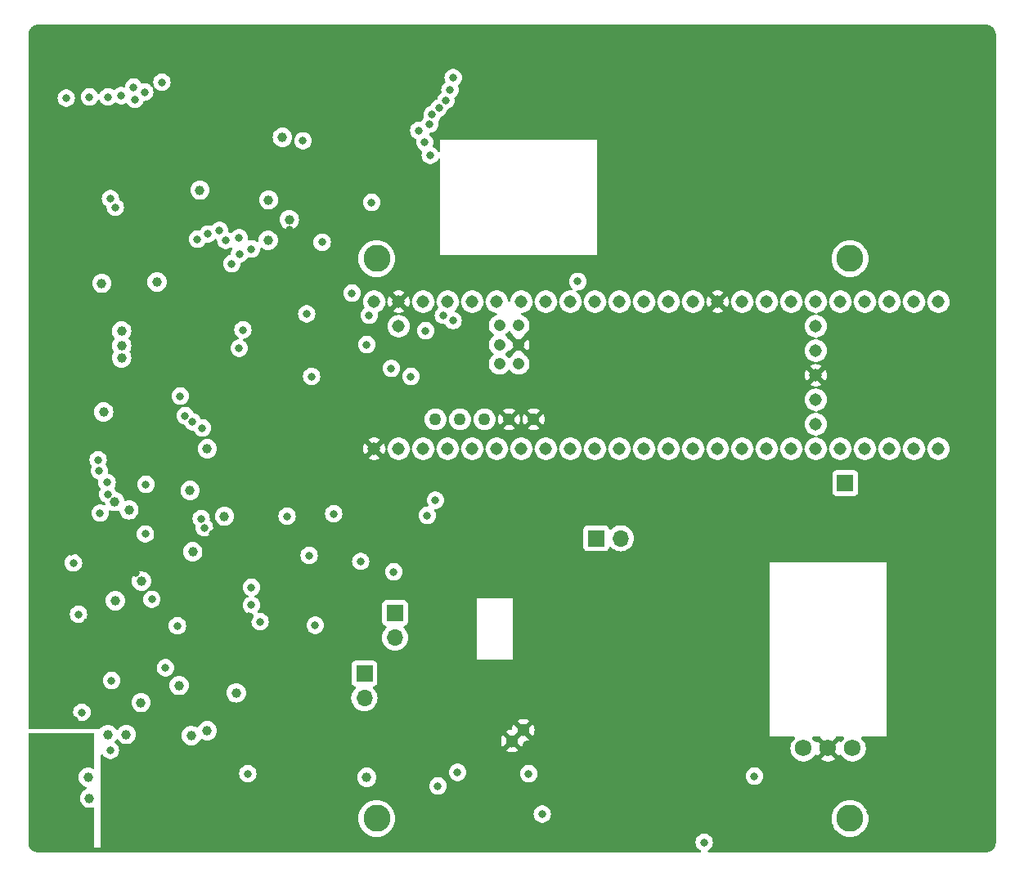
<source format=gbr>
%TF.GenerationSoftware,KiCad,Pcbnew,7.0.6*%
%TF.CreationDate,2024-04-07T14:57:10-04:00*%
%TF.ProjectId,mainbox,6d61696e-626f-4782-9e6b-696361645f70,rev?*%
%TF.SameCoordinates,Original*%
%TF.FileFunction,Copper,L2,Inr*%
%TF.FilePolarity,Positive*%
%FSLAX46Y46*%
G04 Gerber Fmt 4.6, Leading zero omitted, Abs format (unit mm)*
G04 Created by KiCad (PCBNEW 7.0.6) date 2024-04-07 14:57:10*
%MOMM*%
%LPD*%
G01*
G04 APERTURE LIST*
%TA.AperFunction,ComponentPad*%
%ADD10C,1.300000*%
%TD*%
%TA.AperFunction,ComponentPad*%
%ADD11C,1.308000*%
%TD*%
%TA.AperFunction,ComponentPad*%
%ADD12C,1.258000*%
%TD*%
%TA.AperFunction,ComponentPad*%
%ADD13C,1.208000*%
%TD*%
%TA.AperFunction,ComponentPad*%
%ADD14C,2.800000*%
%TD*%
%TA.AperFunction,ComponentPad*%
%ADD15R,1.700000X1.700000*%
%TD*%
%TA.AperFunction,ComponentPad*%
%ADD16O,1.700000X1.700000*%
%TD*%
%TA.AperFunction,ComponentPad*%
%ADD17C,1.725000*%
%TD*%
%TA.AperFunction,ViaPad*%
%ADD18C,0.800000*%
%TD*%
%TA.AperFunction,ViaPad*%
%ADD19C,1.000000*%
%TD*%
G04 APERTURE END LIST*
D10*
%TO.N,GND*%
%TO.C,IC8*%
X174954000Y-120594000D03*
X173794000Y-121714000D03*
%TD*%
D11*
%TO.N,!CS2*%
%TO.C,U5*%
X162052000Y-91442000D03*
%TO.N,SDO2*%
X164592000Y-91442000D03*
%TO.N,dout1*%
X167132000Y-91442000D03*
%TO.N,unconnected-(U5-LRCLK2-Pad3)*%
X169672000Y-91442000D03*
%TO.N,3v3*%
X195072000Y-91442000D03*
%TO.N,unconnected-(U5-3.3V__1-Pad3.3V_2)*%
X164592000Y-76202000D03*
%TO.N,unconnected-(U5-3.3V__2-Pad3.3V_3)*%
X205232000Y-86362000D03*
%TO.N,unconnected-(U5-BCLK2-Pad4)*%
X172212000Y-91442000D03*
%TO.N,unconnected-(U5-IN2-Pad5)*%
X174752000Y-91442000D03*
D12*
%TO.N,unconnected-(U5-Pad5V)*%
X165862000Y-88392000D03*
D11*
%TO.N,unconnected-(U5-OUT1D-Pad6)*%
X177292000Y-91442000D03*
%TO.N,unconnected-(U5-RX2-Pad7)*%
X179832000Y-91442000D03*
%TO.N,syncin2*%
X182372000Y-91442000D03*
%TO.N,rst1*%
X184912000Y-91442000D03*
%TO.N,!CS1*%
X187452000Y-91442000D03*
%TO.N,SDI1*%
X189992000Y-91442000D03*
%TO.N,SDO1*%
X192532000Y-91442000D03*
%TO.N,SCLK1*%
X192532000Y-76202000D03*
%TO.N,unconnected-(U5-A0-Pad14)*%
X189992000Y-76202000D03*
%TO.N,doutlcd*%
X187452000Y-76202000D03*
%TO.N,SDA*%
X184912000Y-76202000D03*
%TO.N,SCL*%
X182372000Y-76202000D03*
%TO.N,dout2*%
X179832000Y-76202000D03*
%TO.N,dclk2*%
X177292000Y-76202000D03*
%TO.N,drdy2*%
X174752000Y-76202000D03*
%TO.N,dclk1*%
X172212000Y-76202000D03*
%TO.N,drdy1*%
X169672000Y-76202000D03*
%TO.N,rst2*%
X167132000Y-76202000D03*
%TO.N,syncin1*%
X197612000Y-91442000D03*
%TO.N,unconnected-(U5-A11-Pad25)*%
X200152000Y-91442000D03*
%TO.N,SDI2*%
X202692000Y-91442000D03*
%TO.N,SCLK2*%
X205232000Y-91442000D03*
%TO.N,unconnected-(U5-RX7-Pad28)*%
X207772000Y-91442000D03*
%TO.N,unconnected-(U5-TX7-Pad29)*%
X210312000Y-91442000D03*
%TO.N,unconnected-(U5-CRX3-Pad30)*%
X212852000Y-91442000D03*
%TO.N,S4*%
X215392000Y-91442000D03*
%TO.N,S3*%
X217932000Y-91442000D03*
%TO.N,S2*%
X217932000Y-76202000D03*
%TO.N,S1*%
X215392000Y-76202000D03*
%TO.N,Net-(IC2-A7)*%
X212852000Y-76202000D03*
%TO.N,Net-(IC2-A6)*%
X210312000Y-76202000D03*
%TO.N,Net-(IC2-A5)*%
X207772000Y-76202000D03*
%TO.N,Net-(IC2-A4)*%
X205232000Y-76202000D03*
%TO.N,Net-(IC2-A3)*%
X202692000Y-76202000D03*
%TO.N,Net-(IC2-A2)*%
X200152000Y-76202000D03*
%TO.N,Net-(IC2-A1)*%
X197612000Y-76202000D03*
D12*
%TO.N,unconnected-(U5-PadD+)*%
X170942000Y-88392000D03*
%TO.N,unconnected-(U5-PadD-)*%
X168402000Y-88392000D03*
D11*
%TO.N,GND*%
X159512000Y-91442000D03*
X195072000Y-76202000D03*
X162052000Y-76202000D03*
X205232000Y-83822000D03*
D13*
X174482000Y-80652000D03*
%TO.N,Net-(D1-A)*%
X172482000Y-80652000D03*
D11*
%TO.N,unconnected-(U5-PadON{slash}OFF)*%
X205232000Y-78742000D03*
%TO.N,unconnected-(U5-PadPROGRAM)*%
X205232000Y-81282000D03*
D13*
%TO.N,Rd+*%
X172482000Y-78652000D03*
%TO.N,Rd-*%
X174482000Y-78652000D03*
%TO.N,Td+*%
X174482000Y-82652000D03*
%TO.N,Td-*%
X172482000Y-82652000D03*
D12*
%TO.N,GND*%
X173482000Y-88392000D03*
X176022000Y-88392000D03*
D11*
%TO.N,Net-(J6-Pin_1)*%
X205232000Y-88902000D03*
%TO.N,5vin*%
X159512000Y-76202000D03*
%TO.N,unconnected-(U5-PadVUSB)*%
X162052000Y-78742000D03*
%TD*%
D14*
%TO.N,N/C*%
%TO.C,H1*%
X208768000Y-71739000D03*
%TD*%
%TO.N,N/C*%
%TO.C,H3*%
X159768000Y-129739000D03*
%TD*%
D15*
%TO.N,Net-(IC8-DIO6{slash}~{RTS})*%
%TO.C,J9*%
X182499000Y-100711000D03*
D16*
%TO.N,Net-(IC8-DIO9{slash}ON{slash}~{SLEEP})*%
X185039000Y-100711000D03*
%TD*%
D15*
%TO.N,Net-(J5-Pin_1)*%
%TO.C,J8*%
X161671000Y-108458000D03*
D16*
%TO.N,Net-(J5-Pin_2)*%
X161671000Y-110998000D03*
%TD*%
D17*
%TO.N,Net-(PS1-+VIN)*%
%TO.C,PS1*%
X203962000Y-122465000D03*
%TO.N,GND*%
X206502000Y-122465000D03*
%TO.N,Vcc*%
X209042000Y-122465000D03*
%TD*%
D15*
%TO.N,Net-(J6-Pin_1)*%
%TO.C,J6*%
X208280000Y-94996000D03*
%TD*%
D14*
%TO.N,N/C*%
%TO.C,H2*%
X159768000Y-71739000D03*
%TD*%
D15*
%TO.N,Net-(J5-Pin_1)*%
%TO.C,J5*%
X158498000Y-114709000D03*
D16*
%TO.N,Net-(J5-Pin_2)*%
X158498000Y-117249000D03*
%TD*%
D14*
%TO.N,N/C*%
%TO.C,H4*%
X208768000Y-129739000D03*
%TD*%
D18*
%TO.N,GND*%
X147320000Y-75393000D03*
X145542000Y-83312000D03*
X182499000Y-129921000D03*
X170688000Y-124079000D03*
X136271000Y-110109000D03*
X134874000Y-104312000D03*
D19*
X129540000Y-114681000D03*
X144484617Y-95037383D03*
D18*
X161290000Y-68783200D03*
X145288000Y-85852000D03*
X127762000Y-70993000D03*
X150622000Y-102108000D03*
X164236400Y-50241200D03*
D19*
X153670000Y-121158000D03*
D18*
X142798800Y-100279200D03*
X176784000Y-55499000D03*
X218567000Y-126492000D03*
X155702000Y-70231000D03*
X135308656Y-121084656D03*
X170815000Y-55372000D03*
X172847000Y-132334000D03*
X157480000Y-65913000D03*
D19*
X148971000Y-108712000D03*
D18*
X187909200Y-67767200D03*
X214630000Y-118516400D03*
D19*
X142087600Y-108508800D03*
D18*
X148209000Y-120523000D03*
D19*
X155448000Y-99822000D03*
D18*
X210870800Y-129032000D03*
X212598000Y-131953000D03*
X134366000Y-101727000D03*
X187502800Y-73609200D03*
X144526000Y-60579000D03*
D19*
X144399000Y-128825500D03*
X161290000Y-122174000D03*
D18*
X137795000Y-121516500D03*
X185801000Y-129839000D03*
X148971000Y-102362000D03*
X150399082Y-56978225D03*
X146685000Y-104140000D03*
X148146181Y-57194110D03*
X128524000Y-119507000D03*
X146304000Y-89611200D03*
D19*
X139852400Y-114198400D03*
D18*
X142341600Y-54762400D03*
X128143000Y-102108000D03*
X127762000Y-71882000D03*
D19*
X146558000Y-108839000D03*
D18*
X152273000Y-87757000D03*
D19*
X147955000Y-128397000D03*
X143002000Y-115443000D03*
D18*
X146558000Y-87274400D03*
X140589000Y-127508000D03*
X146304000Y-122809000D03*
D19*
X129857500Y-109474000D03*
D18*
X154178000Y-95123000D03*
X129807037Y-122369746D03*
D19*
X153212800Y-113741200D03*
X140970000Y-82537000D03*
D18*
X161594800Y-124510800D03*
X145796000Y-77216000D03*
X139573000Y-75692000D03*
X143408400Y-57302400D03*
X161188400Y-99110800D03*
X140589000Y-94234000D03*
X150368000Y-75692000D03*
X154051000Y-61468000D03*
X156972000Y-51866800D03*
X200152000Y-131953000D03*
D19*
X124475406Y-125971099D03*
D18*
X150749000Y-68707000D03*
D19*
X134620000Y-127508000D03*
D18*
%TO.N,2.5vsg*%
X128905000Y-108585000D03*
X128382505Y-103262114D03*
X131146000Y-98108487D03*
X132207000Y-122682000D03*
%TO.N,3v3*%
X146812000Y-105791000D03*
X154127200Y-70053200D03*
X152527000Y-77470000D03*
X152781000Y-102489000D03*
X152146000Y-59537600D03*
X155321000Y-98171000D03*
X159258000Y-65913000D03*
X164134800Y-58470800D03*
X167690800Y-52984400D03*
X145923000Y-79121000D03*
D19*
%TO.N,5vadc*%
X135382000Y-117729000D03*
X140723400Y-102108000D03*
X133858000Y-121031000D03*
X140462000Y-95758000D03*
X144018000Y-98425000D03*
X134118210Y-97774253D03*
X132715000Y-107188000D03*
X148539200Y-69850000D03*
X137033000Y-74168000D03*
X145237200Y-116738400D03*
X142240000Y-91440000D03*
X135431500Y-105156000D03*
X139319000Y-115951000D03*
%TO.N,5vanalog*%
X142240000Y-120650000D03*
X132662000Y-96901000D03*
X141478000Y-64643000D03*
X150012400Y-59182000D03*
X148590000Y-65659000D03*
X131508500Y-87630000D03*
X131318000Y-74295000D03*
%TO.N,5vin*%
X133368000Y-80772000D03*
X133368000Y-79248000D03*
X129921000Y-125476000D03*
X150723600Y-67716400D03*
X133368000Y-82042000D03*
X158750000Y-125476000D03*
X130048000Y-127635000D03*
D18*
%TO.N,aux1.2*%
X131864219Y-94937719D03*
X140716000Y-88646000D03*
%TO.N,aux1.1*%
X131922500Y-96139000D03*
X141732000Y-89281000D03*
%TO.N,Net-(J20-Pin_7)*%
X136502500Y-107035600D03*
X137899500Y-114119864D03*
%TO.N,Net-(U4-VCM)*%
X146812000Y-107645200D03*
X139141200Y-109778800D03*
%TO.N,Net-(U2-VCM)*%
X145542000Y-81026000D03*
X139446000Y-85979000D03*
%TO.N,!CS2*%
X153035000Y-83947000D03*
%TO.N,SCLK2*%
X163322000Y-83947000D03*
%TO.N,SDI2*%
X161290000Y-83114500D03*
%TO.N,dout2*%
X158750000Y-80645000D03*
%TO.N,dclk2*%
X164846000Y-79203000D03*
%TO.N,drdy2*%
X159004000Y-77622400D03*
%TO.N,syncin2*%
X157226000Y-75311000D03*
%TO.N,auxsg*%
X139954000Y-88011000D03*
X132334000Y-115443000D03*
%TO.N,!CS1*%
X153416000Y-109728000D03*
%TO.N,dout1*%
X164998400Y-98348800D03*
X161544000Y-104190800D03*
%TO.N,dclk1*%
X167685500Y-78166846D03*
%TO.N,drdy1*%
X166674800Y-77622400D03*
%TO.N,rst1*%
X158115000Y-103103000D03*
%TO.N,syncin1*%
X165862000Y-96774000D03*
%TO.N,Net-(D1-A)*%
X180594000Y-74117200D03*
%TO.N,5.2v*%
X146431000Y-125095000D03*
X129257000Y-118745000D03*
D19*
X140589000Y-121158000D03*
X131953000Y-121031000D03*
D18*
%TO.N,Vcc*%
X193675000Y-132207000D03*
X198882000Y-125349000D03*
X168148000Y-124968000D03*
X166116000Y-126365000D03*
%TO.N,Dout*%
X176911000Y-129286000D03*
X175514000Y-125095000D03*
%TO.N,Net-(J4-Pin_1)*%
X137541000Y-53467000D03*
X143510000Y-68834000D03*
%TO.N,Net-(J4-Pin_2)*%
X135763000Y-54483000D03*
X144145000Y-69850000D03*
%TO.N,Net-(J4-Pin_3)*%
X141224000Y-69723000D03*
X134620000Y-53975000D03*
%TO.N,Net-(J4-Pin_4)*%
X134747000Y-55245000D03*
X142300839Y-69189668D03*
%TO.N,Net-(J4-Pin_5)*%
X133350000Y-54864000D03*
X145542000Y-69596000D03*
%TO.N,Net-(J4-Pin_6)*%
X146812000Y-70739000D03*
X131953000Y-54991000D03*
%TO.N,Net-(J4-Pin_7)*%
X130048000Y-54991000D03*
X145569000Y-71292000D03*
%TO.N,Net-(J4-Pin_8)*%
X144780000Y-72263000D03*
X127635000Y-55118000D03*
%TO.N,daux2*%
X132207000Y-65532000D03*
X130937000Y-92583000D03*
%TO.N,daux1*%
X132715000Y-66421000D03*
X131064000Y-93726000D03*
%TO.N,tieRod1*%
X147701000Y-109347000D03*
X141605000Y-98679000D03*
%TO.N,tieRod2*%
X150495000Y-98425000D03*
X141935200Y-99618800D03*
%TO.N,tr+*%
X135890000Y-95123000D03*
X135831500Y-100261500D03*
%TO.N,SDA*%
X164744400Y-59690000D03*
%TO.N,SCL*%
X165318569Y-61046231D03*
%TO.N,doutlcd*%
X165252400Y-57810400D03*
%TO.N,S1*%
X165506400Y-56845200D03*
%TO.N,S2*%
X166217600Y-56134000D03*
%TO.N,S3*%
X166928800Y-55372000D03*
%TO.N,S4*%
X167356348Y-54280034D03*
%TD*%
%TA.AperFunction,Conductor*%
%TO.N,GND*%
G36*
X205670541Y-121270185D02*
G01*
X205716296Y-121322989D01*
X205716922Y-121326370D01*
X206311913Y-121921360D01*
X206212019Y-121962738D01*
X206091905Y-122054905D01*
X205999738Y-122175019D01*
X205958360Y-122274913D01*
X205377905Y-121694458D01*
X205336107Y-121758435D01*
X205282960Y-121803791D01*
X205213729Y-121813215D01*
X205150393Y-121783713D01*
X205128489Y-121758435D01*
X205048514Y-121636024D01*
X205041285Y-121624959D01*
X205041283Y-121624957D01*
X205041282Y-121624955D01*
X204888032Y-121458483D01*
X204857109Y-121395829D01*
X204864969Y-121326403D01*
X204909116Y-121272247D01*
X204975533Y-121250556D01*
X204979261Y-121250500D01*
X205603502Y-121250500D01*
X205670541Y-121270185D01*
G37*
%TD.AperFunction*%
%TA.AperFunction,Conductor*%
G36*
X208091778Y-121270185D02*
G01*
X208137533Y-121322989D01*
X208147477Y-121392147D01*
X208118452Y-121455703D01*
X208115968Y-121458483D01*
X207962717Y-121624955D01*
X207875510Y-121758436D01*
X207822363Y-121803792D01*
X207753132Y-121813216D01*
X207689796Y-121783714D01*
X207667892Y-121758435D01*
X207626093Y-121694457D01*
X207045638Y-122274912D01*
X207004262Y-122175019D01*
X206912095Y-122054905D01*
X206791981Y-121962738D01*
X206692086Y-121921360D01*
X207290120Y-121323325D01*
X207292230Y-121314050D01*
X207342098Y-121265113D01*
X207400497Y-121250500D01*
X208024739Y-121250500D01*
X208091778Y-121270185D01*
G37*
%TD.AperFunction*%
%TA.AperFunction,Conductor*%
G36*
X174568835Y-120719148D02*
G01*
X174626359Y-120832045D01*
X174715955Y-120921641D01*
X174828852Y-120979165D01*
X174909598Y-120991953D01*
X174345640Y-121555914D01*
X174284317Y-121589399D01*
X174270687Y-121590864D01*
X174191953Y-121669598D01*
X174179165Y-121588852D01*
X174121641Y-121475955D01*
X174032045Y-121386359D01*
X173919148Y-121328835D01*
X173838399Y-121316045D01*
X174402361Y-120752085D01*
X174463684Y-120718600D01*
X174477310Y-120717134D01*
X174556045Y-120638398D01*
X174568835Y-120719148D01*
G37*
%TD.AperFunction*%
%TA.AperFunction,Conductor*%
G36*
X222875695Y-47514735D02*
G01*
X222918519Y-47518482D01*
X223044771Y-47530918D01*
X223064685Y-47534541D01*
X223131349Y-47552403D01*
X223224570Y-47580682D01*
X223240971Y-47586958D01*
X223308411Y-47618406D01*
X223311375Y-47619888D01*
X223348969Y-47639982D01*
X223395327Y-47664762D01*
X223401667Y-47668657D01*
X223467828Y-47714983D01*
X223471600Y-47717844D01*
X223543808Y-47777103D01*
X223548309Y-47781182D01*
X223605815Y-47838688D01*
X223609895Y-47843190D01*
X223669154Y-47915398D01*
X223672015Y-47919170D01*
X223718341Y-47985331D01*
X223722236Y-47991671D01*
X223767101Y-48075605D01*
X223768614Y-48078631D01*
X223800040Y-48146027D01*
X223806319Y-48162435D01*
X223834601Y-48255669D01*
X223852454Y-48322299D01*
X223856082Y-48342238D01*
X223868523Y-48468554D01*
X223872264Y-48511302D01*
X223872500Y-48516710D01*
X223872500Y-132236289D01*
X223872264Y-132241697D01*
X223868523Y-132284445D01*
X223856082Y-132410760D01*
X223852454Y-132430699D01*
X223834601Y-132497330D01*
X223806318Y-132590563D01*
X223800040Y-132606971D01*
X223768614Y-132674367D01*
X223767101Y-132677393D01*
X223722236Y-132761327D01*
X223718341Y-132767667D01*
X223672015Y-132833828D01*
X223669154Y-132837600D01*
X223609895Y-132909808D01*
X223605806Y-132914320D01*
X223548320Y-132971806D01*
X223543808Y-132975895D01*
X223471600Y-133035154D01*
X223467828Y-133038015D01*
X223401667Y-133084341D01*
X223395327Y-133088236D01*
X223311393Y-133133101D01*
X223308367Y-133134614D01*
X223240971Y-133166040D01*
X223224563Y-133172318D01*
X223131330Y-133200601D01*
X223064699Y-133218454D01*
X223044760Y-133222082D01*
X222918445Y-133234523D01*
X222877789Y-133238080D01*
X222875696Y-133238264D01*
X222870290Y-133238500D01*
X194155549Y-133238500D01*
X194088510Y-133218815D01*
X194042755Y-133166011D01*
X194032811Y-133096853D01*
X194061836Y-133033297D01*
X194105110Y-133001221D01*
X194127730Y-132991151D01*
X194280871Y-132879888D01*
X194407533Y-132739216D01*
X194502179Y-132575284D01*
X194560674Y-132395256D01*
X194580460Y-132207000D01*
X194560674Y-132018744D01*
X194502179Y-131838716D01*
X194407533Y-131674784D01*
X194280871Y-131534112D01*
X194195618Y-131472172D01*
X194127734Y-131422851D01*
X194127729Y-131422848D01*
X193954807Y-131345857D01*
X193954802Y-131345855D01*
X193809000Y-131314865D01*
X193769646Y-131306500D01*
X193580354Y-131306500D01*
X193547897Y-131313398D01*
X193395197Y-131345855D01*
X193395192Y-131345857D01*
X193222270Y-131422848D01*
X193222265Y-131422851D01*
X193069129Y-131534111D01*
X192942466Y-131674785D01*
X192847821Y-131838715D01*
X192847818Y-131838722D01*
X192789327Y-132018740D01*
X192789326Y-132018744D01*
X192769540Y-132207000D01*
X192789326Y-132395256D01*
X192789327Y-132395259D01*
X192847818Y-132575277D01*
X192847821Y-132575284D01*
X192942467Y-132739216D01*
X193031053Y-132837600D01*
X193069129Y-132879888D01*
X193222265Y-132991148D01*
X193222267Y-132991149D01*
X193222270Y-132991151D01*
X193244888Y-133001221D01*
X193298124Y-133046472D01*
X193318445Y-133113321D01*
X193299399Y-133180545D01*
X193247033Y-133226799D01*
X193194451Y-133238500D01*
X124705710Y-133238500D01*
X124700303Y-133238264D01*
X124698015Y-133238063D01*
X124657554Y-133234523D01*
X124531238Y-133222082D01*
X124511299Y-133218454D01*
X124444669Y-133200601D01*
X124351435Y-133172319D01*
X124335027Y-133166040D01*
X124286433Y-133143381D01*
X124267618Y-133134607D01*
X124264605Y-133133101D01*
X124180671Y-133088236D01*
X124174331Y-133084341D01*
X124108170Y-133038015D01*
X124104398Y-133035154D01*
X124032190Y-132975895D01*
X124027688Y-132971815D01*
X123970182Y-132914309D01*
X123966103Y-132909808D01*
X123906844Y-132837600D01*
X123903983Y-132833828D01*
X123857657Y-132767667D01*
X123853762Y-132761327D01*
X123828982Y-132714969D01*
X123808888Y-132677375D01*
X123807406Y-132674411D01*
X123775958Y-132606971D01*
X123769682Y-132590570D01*
X123741398Y-132497330D01*
X123723541Y-132430685D01*
X123719918Y-132410771D01*
X123707482Y-132284519D01*
X123703735Y-132241695D01*
X123703500Y-132236293D01*
X123703500Y-121028000D01*
X123723185Y-120960961D01*
X123775989Y-120915206D01*
X123827500Y-120904000D01*
X130432000Y-120904000D01*
X130499039Y-120923685D01*
X130544794Y-120976489D01*
X130556000Y-121028000D01*
X130555999Y-124474077D01*
X130536314Y-124541116D01*
X130483510Y-124586871D01*
X130414352Y-124596815D01*
X130373546Y-124583435D01*
X130305733Y-124547188D01*
X130305727Y-124547186D01*
X130117132Y-124489976D01*
X130117129Y-124489975D01*
X129921000Y-124470659D01*
X129724870Y-124489975D01*
X129536266Y-124547188D01*
X129362467Y-124640086D01*
X129362460Y-124640090D01*
X129210116Y-124765116D01*
X129085090Y-124917460D01*
X129085086Y-124917467D01*
X128992188Y-125091266D01*
X128934975Y-125279870D01*
X128915659Y-125476000D01*
X128934975Y-125672129D01*
X128992188Y-125860733D01*
X129085086Y-126034532D01*
X129085090Y-126034539D01*
X129210116Y-126186883D01*
X129362460Y-126311909D01*
X129362467Y-126311913D01*
X129536268Y-126404812D01*
X129536270Y-126404812D01*
X129536273Y-126404814D01*
X129705347Y-126456102D01*
X129763784Y-126494399D01*
X129792240Y-126558211D01*
X129781680Y-126627278D01*
X129735456Y-126679672D01*
X129705348Y-126693422D01*
X129663269Y-126706187D01*
X129489467Y-126799086D01*
X129489460Y-126799090D01*
X129337116Y-126924116D01*
X129212090Y-127076460D01*
X129212086Y-127076467D01*
X129119188Y-127250266D01*
X129061975Y-127438870D01*
X129042659Y-127635000D01*
X129061975Y-127831129D01*
X129061976Y-127831132D01*
X129114970Y-128005830D01*
X129119188Y-128019733D01*
X129212086Y-128193532D01*
X129212090Y-128193539D01*
X129337116Y-128345883D01*
X129489460Y-128470909D01*
X129489467Y-128470913D01*
X129663266Y-128563811D01*
X129663269Y-128563811D01*
X129663273Y-128563814D01*
X129851868Y-128621024D01*
X130048000Y-128640341D01*
X130244132Y-128621024D01*
X130396003Y-128574954D01*
X130465871Y-128574330D01*
X130524984Y-128611578D01*
X130554575Y-128674872D01*
X130556000Y-128693614D01*
X130556000Y-132715000D01*
X131191000Y-132715000D01*
X131197187Y-129739001D01*
X157862645Y-129739001D01*
X157882039Y-130010160D01*
X157882040Y-130010167D01*
X157920399Y-130186500D01*
X157939825Y-130275801D01*
X158016330Y-130480920D01*
X158034830Y-130530519D01*
X158165109Y-130769107D01*
X158165110Y-130769108D01*
X158165113Y-130769113D01*
X158328029Y-130986742D01*
X158328033Y-130986746D01*
X158328038Y-130986752D01*
X158520247Y-131178961D01*
X158520253Y-131178966D01*
X158520258Y-131178971D01*
X158737887Y-131341887D01*
X158737891Y-131341889D01*
X158737892Y-131341890D01*
X158976481Y-131472169D01*
X158976480Y-131472169D01*
X158976484Y-131472170D01*
X158976487Y-131472172D01*
X159231199Y-131567175D01*
X159496840Y-131624961D01*
X159748604Y-131642967D01*
X159767999Y-131644355D01*
X159768000Y-131644355D01*
X159768001Y-131644355D01*
X159786100Y-131643060D01*
X160039160Y-131624961D01*
X160304801Y-131567175D01*
X160559513Y-131472172D01*
X160559517Y-131472169D01*
X160559519Y-131472169D01*
X160790846Y-131345855D01*
X160798113Y-131341887D01*
X161015742Y-131178971D01*
X161207971Y-130986742D01*
X161370887Y-130769113D01*
X161501172Y-130530513D01*
X161596175Y-130275801D01*
X161653961Y-130010160D01*
X161673355Y-129739000D01*
X161653961Y-129467840D01*
X161614405Y-129286000D01*
X176005540Y-129286000D01*
X176025326Y-129474256D01*
X176025327Y-129474259D01*
X176083818Y-129654277D01*
X176083821Y-129654284D01*
X176178467Y-129818216D01*
X176305129Y-129958888D01*
X176458265Y-130070148D01*
X176458270Y-130070151D01*
X176631192Y-130147142D01*
X176631197Y-130147144D01*
X176816354Y-130186500D01*
X176816355Y-130186500D01*
X177005644Y-130186500D01*
X177005646Y-130186500D01*
X177190803Y-130147144D01*
X177363730Y-130070151D01*
X177516871Y-129958888D01*
X177643533Y-129818216D01*
X177689268Y-129739001D01*
X206862644Y-129739001D01*
X206882039Y-130010160D01*
X206882040Y-130010167D01*
X206920399Y-130186500D01*
X206939825Y-130275801D01*
X207016330Y-130480920D01*
X207034830Y-130530519D01*
X207165109Y-130769107D01*
X207165110Y-130769108D01*
X207165113Y-130769113D01*
X207328029Y-130986742D01*
X207328033Y-130986746D01*
X207328038Y-130986752D01*
X207520247Y-131178961D01*
X207520253Y-131178966D01*
X207520258Y-131178971D01*
X207737887Y-131341887D01*
X207737891Y-131341889D01*
X207737892Y-131341890D01*
X207976481Y-131472169D01*
X207976480Y-131472169D01*
X207976484Y-131472170D01*
X207976487Y-131472172D01*
X208231199Y-131567175D01*
X208496840Y-131624961D01*
X208748604Y-131642967D01*
X208767999Y-131644355D01*
X208768000Y-131644355D01*
X208768001Y-131644355D01*
X208786100Y-131643060D01*
X209039160Y-131624961D01*
X209304801Y-131567175D01*
X209559513Y-131472172D01*
X209559517Y-131472169D01*
X209559519Y-131472169D01*
X209790846Y-131345855D01*
X209798113Y-131341887D01*
X210015742Y-131178971D01*
X210207971Y-130986742D01*
X210370887Y-130769113D01*
X210501172Y-130530513D01*
X210596175Y-130275801D01*
X210653961Y-130010160D01*
X210673355Y-129739000D01*
X210653961Y-129467840D01*
X210596175Y-129202199D01*
X210501172Y-128947487D01*
X210501170Y-128947484D01*
X210501169Y-128947480D01*
X210370890Y-128708892D01*
X210370889Y-128708891D01*
X210370887Y-128708887D01*
X210207971Y-128491258D01*
X210207966Y-128491253D01*
X210207961Y-128491247D01*
X210015752Y-128299038D01*
X210015746Y-128299033D01*
X210015742Y-128299029D01*
X209798113Y-128136113D01*
X209798108Y-128136110D01*
X209798107Y-128136109D01*
X209559518Y-128005830D01*
X209559519Y-128005830D01*
X209509920Y-127987330D01*
X209304801Y-127910825D01*
X209304794Y-127910823D01*
X209304793Y-127910823D01*
X209039167Y-127853040D01*
X209039160Y-127853039D01*
X208768001Y-127833645D01*
X208767999Y-127833645D01*
X208496839Y-127853039D01*
X208496832Y-127853040D01*
X208231206Y-127910823D01*
X208231202Y-127910824D01*
X208231199Y-127910825D01*
X208103842Y-127958326D01*
X207976480Y-128005830D01*
X207737892Y-128136109D01*
X207737891Y-128136110D01*
X207520259Y-128299028D01*
X207520247Y-128299038D01*
X207328038Y-128491247D01*
X207328028Y-128491259D01*
X207165110Y-128708891D01*
X207165109Y-128708892D01*
X207034830Y-128947480D01*
X206987326Y-129074843D01*
X206939825Y-129202199D01*
X206939824Y-129202202D01*
X206939823Y-129202206D01*
X206882040Y-129467832D01*
X206882039Y-129467839D01*
X206862644Y-129738998D01*
X206862644Y-129739001D01*
X177689268Y-129739001D01*
X177738179Y-129654284D01*
X177796674Y-129474256D01*
X177816460Y-129286000D01*
X177796674Y-129097744D01*
X177738179Y-128917716D01*
X177643533Y-128753784D01*
X177516871Y-128613112D01*
X177464351Y-128574954D01*
X177363734Y-128501851D01*
X177363729Y-128501848D01*
X177190807Y-128424857D01*
X177190802Y-128424855D01*
X177045001Y-128393865D01*
X177005646Y-128385500D01*
X176816354Y-128385500D01*
X176783897Y-128392398D01*
X176631197Y-128424855D01*
X176631192Y-128424857D01*
X176458270Y-128501848D01*
X176458265Y-128501851D01*
X176305129Y-128613111D01*
X176178466Y-128753785D01*
X176083821Y-128917715D01*
X176083818Y-128917722D01*
X176025327Y-129097740D01*
X176025326Y-129097744D01*
X176005540Y-129286000D01*
X161614405Y-129286000D01*
X161596175Y-129202199D01*
X161501172Y-128947487D01*
X161501170Y-128947484D01*
X161501169Y-128947480D01*
X161370890Y-128708892D01*
X161370889Y-128708891D01*
X161370887Y-128708887D01*
X161207971Y-128491258D01*
X161207966Y-128491253D01*
X161207961Y-128491247D01*
X161015752Y-128299038D01*
X161015746Y-128299033D01*
X161015742Y-128299029D01*
X160798113Y-128136113D01*
X160798108Y-128136110D01*
X160798107Y-128136109D01*
X160559518Y-128005830D01*
X160559519Y-128005830D01*
X160509920Y-127987330D01*
X160304801Y-127910825D01*
X160304794Y-127910823D01*
X160304793Y-127910823D01*
X160039167Y-127853040D01*
X160039160Y-127853039D01*
X159768001Y-127833645D01*
X159767999Y-127833645D01*
X159496839Y-127853039D01*
X159496832Y-127853040D01*
X159231206Y-127910823D01*
X159231202Y-127910824D01*
X159231199Y-127910825D01*
X159103843Y-127958326D01*
X158976480Y-128005830D01*
X158737892Y-128136109D01*
X158737891Y-128136110D01*
X158520259Y-128299028D01*
X158520247Y-128299038D01*
X158328038Y-128491247D01*
X158328028Y-128491259D01*
X158165110Y-128708891D01*
X158165109Y-128708892D01*
X158034830Y-128947480D01*
X157987326Y-129074843D01*
X157939825Y-129202199D01*
X157939824Y-129202202D01*
X157939823Y-129202206D01*
X157882040Y-129467832D01*
X157882039Y-129467839D01*
X157862645Y-129738998D01*
X157862645Y-129739001D01*
X131197187Y-129739001D01*
X131206841Y-125095000D01*
X145525540Y-125095000D01*
X145545326Y-125283256D01*
X145545327Y-125283259D01*
X145603818Y-125463277D01*
X145603821Y-125463284D01*
X145698467Y-125627216D01*
X145738910Y-125672132D01*
X145825129Y-125767888D01*
X145978265Y-125879148D01*
X145978270Y-125879151D01*
X146151192Y-125956142D01*
X146151197Y-125956144D01*
X146336354Y-125995500D01*
X146336355Y-125995500D01*
X146525644Y-125995500D01*
X146525646Y-125995500D01*
X146710803Y-125956144D01*
X146883730Y-125879151D01*
X147036871Y-125767888D01*
X147163533Y-125627216D01*
X147250837Y-125476000D01*
X157744659Y-125476000D01*
X157763975Y-125672129D01*
X157821188Y-125860733D01*
X157914086Y-126034532D01*
X157914090Y-126034539D01*
X158039116Y-126186883D01*
X158191460Y-126311909D01*
X158191467Y-126311913D01*
X158365266Y-126404811D01*
X158365269Y-126404811D01*
X158365273Y-126404814D01*
X158553868Y-126462024D01*
X158750000Y-126481341D01*
X158946132Y-126462024D01*
X159134727Y-126404814D01*
X159209214Y-126365000D01*
X165210540Y-126365000D01*
X165230326Y-126553256D01*
X165230327Y-126553259D01*
X165288818Y-126733277D01*
X165288821Y-126733284D01*
X165383467Y-126897216D01*
X165407689Y-126924117D01*
X165510129Y-127037888D01*
X165663265Y-127149148D01*
X165663270Y-127149151D01*
X165836192Y-127226142D01*
X165836197Y-127226144D01*
X166021354Y-127265500D01*
X166021355Y-127265500D01*
X166210644Y-127265500D01*
X166210646Y-127265500D01*
X166395803Y-127226144D01*
X166568730Y-127149151D01*
X166721871Y-127037888D01*
X166848533Y-126897216D01*
X166943179Y-126733284D01*
X167001674Y-126553256D01*
X167021460Y-126365000D01*
X167001674Y-126176744D01*
X166943179Y-125996716D01*
X166848533Y-125832784D01*
X166721871Y-125692112D01*
X166694367Y-125672129D01*
X166568734Y-125580851D01*
X166568729Y-125580848D01*
X166395807Y-125503857D01*
X166395802Y-125503855D01*
X166250001Y-125472865D01*
X166210646Y-125464500D01*
X166021354Y-125464500D01*
X165988897Y-125471398D01*
X165836197Y-125503855D01*
X165836192Y-125503857D01*
X165663270Y-125580848D01*
X165663265Y-125580851D01*
X165510129Y-125692111D01*
X165383466Y-125832785D01*
X165288821Y-125996715D01*
X165288818Y-125996722D01*
X165276531Y-126034539D01*
X165230326Y-126176744D01*
X165210540Y-126365000D01*
X159209214Y-126365000D01*
X159308538Y-126311910D01*
X159460883Y-126186883D01*
X159585910Y-126034538D01*
X159632361Y-125947632D01*
X159678811Y-125860733D01*
X159678811Y-125860732D01*
X159678814Y-125860727D01*
X159736024Y-125672132D01*
X159755341Y-125476000D01*
X159736024Y-125279868D01*
X159678814Y-125091273D01*
X159678811Y-125091269D01*
X159678811Y-125091266D01*
X159612924Y-124968000D01*
X167242540Y-124968000D01*
X167262326Y-125156256D01*
X167262327Y-125156259D01*
X167320818Y-125336277D01*
X167320821Y-125336284D01*
X167415467Y-125500216D01*
X167529817Y-125627214D01*
X167542129Y-125640888D01*
X167695265Y-125752148D01*
X167695270Y-125752151D01*
X167868192Y-125829142D01*
X167868197Y-125829144D01*
X168053354Y-125868500D01*
X168053355Y-125868500D01*
X168242644Y-125868500D01*
X168242646Y-125868500D01*
X168427803Y-125829144D01*
X168600730Y-125752151D01*
X168753871Y-125640888D01*
X168880533Y-125500216D01*
X168975179Y-125336284D01*
X169033674Y-125156256D01*
X169040112Y-125095000D01*
X174608540Y-125095000D01*
X174628326Y-125283256D01*
X174628327Y-125283259D01*
X174686818Y-125463277D01*
X174686821Y-125463284D01*
X174781467Y-125627216D01*
X174821910Y-125672132D01*
X174908129Y-125767888D01*
X175061265Y-125879148D01*
X175061270Y-125879151D01*
X175234192Y-125956142D01*
X175234197Y-125956144D01*
X175419354Y-125995500D01*
X175419355Y-125995500D01*
X175608644Y-125995500D01*
X175608646Y-125995500D01*
X175793803Y-125956144D01*
X175966730Y-125879151D01*
X176119871Y-125767888D01*
X176246533Y-125627216D01*
X176341179Y-125463284D01*
X176378312Y-125349000D01*
X197976540Y-125349000D01*
X197996326Y-125537256D01*
X197996327Y-125537259D01*
X198054818Y-125717277D01*
X198054821Y-125717284D01*
X198149467Y-125881216D01*
X198276129Y-126021888D01*
X198429265Y-126133148D01*
X198429270Y-126133151D01*
X198602192Y-126210142D01*
X198602197Y-126210144D01*
X198787354Y-126249500D01*
X198787355Y-126249500D01*
X198976644Y-126249500D01*
X198976646Y-126249500D01*
X199161803Y-126210144D01*
X199334730Y-126133151D01*
X199487871Y-126021888D01*
X199614533Y-125881216D01*
X199709179Y-125717284D01*
X199767674Y-125537256D01*
X199787460Y-125349000D01*
X199767674Y-125160744D01*
X199709179Y-124980716D01*
X199614533Y-124816784D01*
X199487871Y-124676112D01*
X199438291Y-124640090D01*
X199334734Y-124564851D01*
X199334729Y-124564848D01*
X199161807Y-124487857D01*
X199161802Y-124487855D01*
X199016000Y-124456865D01*
X198976646Y-124448500D01*
X198787354Y-124448500D01*
X198754897Y-124455398D01*
X198602197Y-124487855D01*
X198602192Y-124487857D01*
X198429270Y-124564848D01*
X198429265Y-124564851D01*
X198276129Y-124676111D01*
X198149466Y-124816785D01*
X198054821Y-124980715D01*
X198054818Y-124980722D01*
X197997784Y-125156256D01*
X197996326Y-125160744D01*
X197976540Y-125349000D01*
X176378312Y-125349000D01*
X176399674Y-125283256D01*
X176419460Y-125095000D01*
X176399674Y-124906744D01*
X176341179Y-124726716D01*
X176246533Y-124562784D01*
X176119871Y-124422112D01*
X176119870Y-124422111D01*
X175966734Y-124310851D01*
X175966729Y-124310848D01*
X175793807Y-124233857D01*
X175793802Y-124233855D01*
X175648000Y-124202865D01*
X175608646Y-124194500D01*
X175419354Y-124194500D01*
X175386897Y-124201398D01*
X175234197Y-124233855D01*
X175234192Y-124233857D01*
X175061270Y-124310848D01*
X175061265Y-124310851D01*
X174908129Y-124422111D01*
X174781466Y-124562785D01*
X174686821Y-124726715D01*
X174686818Y-124726722D01*
X174628327Y-124906740D01*
X174628326Y-124906744D01*
X174608540Y-125095000D01*
X169040112Y-125095000D01*
X169053460Y-124968000D01*
X169033674Y-124779744D01*
X168975179Y-124599716D01*
X168880533Y-124435784D01*
X168753871Y-124295112D01*
X168753870Y-124295111D01*
X168600734Y-124183851D01*
X168600729Y-124183848D01*
X168427807Y-124106857D01*
X168427802Y-124106855D01*
X168282000Y-124075865D01*
X168242646Y-124067500D01*
X168053354Y-124067500D01*
X168020897Y-124074398D01*
X167868197Y-124106855D01*
X167868192Y-124106857D01*
X167695270Y-124183848D01*
X167695265Y-124183851D01*
X167542129Y-124295111D01*
X167415466Y-124435785D01*
X167320821Y-124599715D01*
X167320818Y-124599722D01*
X167262327Y-124779740D01*
X167262326Y-124779744D01*
X167242540Y-124968000D01*
X159612924Y-124968000D01*
X159585913Y-124917467D01*
X159585909Y-124917460D01*
X159460883Y-124765116D01*
X159308539Y-124640090D01*
X159308532Y-124640086D01*
X159134733Y-124547188D01*
X159134727Y-124547186D01*
X158946132Y-124489976D01*
X158946129Y-124489975D01*
X158750000Y-124470659D01*
X158553870Y-124489975D01*
X158365266Y-124547188D01*
X158191467Y-124640086D01*
X158191460Y-124640090D01*
X158039116Y-124765116D01*
X157914090Y-124917460D01*
X157914086Y-124917467D01*
X157821188Y-125091266D01*
X157763975Y-125279870D01*
X157744659Y-125476000D01*
X147250837Y-125476000D01*
X147258179Y-125463284D01*
X147316674Y-125283256D01*
X147336460Y-125095000D01*
X147316674Y-124906744D01*
X147258179Y-124726716D01*
X147163533Y-124562784D01*
X147036871Y-124422112D01*
X147036870Y-124422111D01*
X146883734Y-124310851D01*
X146883729Y-124310848D01*
X146710807Y-124233857D01*
X146710802Y-124233855D01*
X146565001Y-124202865D01*
X146525646Y-124194500D01*
X146336354Y-124194500D01*
X146303897Y-124201398D01*
X146151197Y-124233855D01*
X146151192Y-124233857D01*
X145978270Y-124310848D01*
X145978265Y-124310851D01*
X145825129Y-124422111D01*
X145698466Y-124562785D01*
X145603821Y-124726715D01*
X145603818Y-124726722D01*
X145545327Y-124906740D01*
X145545326Y-124906744D01*
X145525540Y-125095000D01*
X131206841Y-125095000D01*
X131210739Y-123219939D01*
X131230563Y-123152944D01*
X131283462Y-123107299D01*
X131352641Y-123097499D01*
X131416136Y-123126656D01*
X131442126Y-123158200D01*
X131474467Y-123214216D01*
X131601128Y-123354888D01*
X131601129Y-123354888D01*
X131754265Y-123466148D01*
X131754270Y-123466151D01*
X131927192Y-123543142D01*
X131927197Y-123543144D01*
X132112354Y-123582500D01*
X132112355Y-123582500D01*
X132301644Y-123582500D01*
X132301646Y-123582500D01*
X132486803Y-123543144D01*
X132659730Y-123466151D01*
X132812871Y-123354888D01*
X132939533Y-123214216D01*
X133034179Y-123050284D01*
X133092674Y-122870256D01*
X133112460Y-122682000D01*
X133092674Y-122493744D01*
X133034179Y-122313716D01*
X132939533Y-122149784D01*
X132812871Y-122009112D01*
X132812870Y-122009111D01*
X132688554Y-121918790D01*
X132645888Y-121863460D01*
X132639909Y-121793847D01*
X132665584Y-121739809D01*
X132788910Y-121589538D01*
X132796140Y-121576010D01*
X132845103Y-121526165D01*
X132913240Y-121510704D01*
X132978920Y-121534535D01*
X133014859Y-121576010D01*
X133022088Y-121589536D01*
X133022090Y-121589539D01*
X133147116Y-121741883D01*
X133299460Y-121866909D01*
X133299467Y-121866913D01*
X133473266Y-121959811D01*
X133473269Y-121959811D01*
X133473273Y-121959814D01*
X133661868Y-122017024D01*
X133858000Y-122036341D01*
X134054132Y-122017024D01*
X134242727Y-121959814D01*
X134416538Y-121866910D01*
X134568883Y-121741883D01*
X134693910Y-121589538D01*
X134763806Y-121458772D01*
X134786811Y-121415733D01*
X134786811Y-121415732D01*
X134786814Y-121415727D01*
X134844024Y-121227132D01*
X134850833Y-121158000D01*
X139583659Y-121158000D01*
X139602975Y-121354129D01*
X139660188Y-121542733D01*
X139753086Y-121716532D01*
X139753090Y-121716539D01*
X139878116Y-121868883D01*
X140030460Y-121993909D01*
X140030467Y-121993913D01*
X140204266Y-122086811D01*
X140204269Y-122086811D01*
X140204273Y-122086814D01*
X140392868Y-122144024D01*
X140589000Y-122163341D01*
X140785132Y-122144024D01*
X140973727Y-122086814D01*
X141033425Y-122054905D01*
X141079760Y-122030138D01*
X141147538Y-121993910D01*
X141299883Y-121868883D01*
X141424910Y-121716538D01*
X141426267Y-121714000D01*
X172639073Y-121714000D01*
X172658737Y-121926216D01*
X172658738Y-121926219D01*
X172717058Y-122131196D01*
X172717066Y-122131216D01*
X172812061Y-122321992D01*
X172812062Y-122321993D01*
X172820834Y-122333610D01*
X173396045Y-121758398D01*
X173408835Y-121839148D01*
X173466359Y-121952045D01*
X173555955Y-122041641D01*
X173668852Y-122099165D01*
X173749599Y-122111953D01*
X173176991Y-122684560D01*
X173176992Y-122684561D01*
X173279201Y-122747845D01*
X173279210Y-122747850D01*
X173477936Y-122824836D01*
X173477941Y-122824837D01*
X173687439Y-122864000D01*
X173900561Y-122864000D01*
X174110058Y-122824837D01*
X174110063Y-122824836D01*
X174308789Y-122747850D01*
X174308793Y-122747848D01*
X174411007Y-122684560D01*
X173838401Y-122111953D01*
X173919148Y-122099165D01*
X174032045Y-122041641D01*
X174121641Y-121952045D01*
X174179165Y-121839148D01*
X174191953Y-121758400D01*
X174767163Y-122333610D01*
X174775935Y-122321996D01*
X174775938Y-122321991D01*
X174870935Y-122131211D01*
X174870941Y-122131196D01*
X174929261Y-121926219D01*
X174929261Y-121926216D01*
X174935717Y-121856558D01*
X174961503Y-121791621D01*
X175018304Y-121750934D01*
X175054872Y-121744731D01*
X175054854Y-121744529D01*
X175057532Y-121744280D01*
X175059188Y-121744000D01*
X175060561Y-121744000D01*
X175270058Y-121704837D01*
X175270063Y-121704836D01*
X175468789Y-121627850D01*
X175468793Y-121627848D01*
X175571007Y-121564560D01*
X175232337Y-121225889D01*
X200469416Y-121225889D01*
X200469459Y-121250001D01*
X200469500Y-121250099D01*
X200469616Y-121250382D01*
X200469618Y-121250384D01*
X200469808Y-121250462D01*
X200470000Y-121250541D01*
X200470002Y-121250539D01*
X200494616Y-121250524D01*
X200494616Y-121250528D01*
X200494760Y-121250500D01*
X202944739Y-121250500D01*
X203011778Y-121270185D01*
X203057533Y-121322989D01*
X203067477Y-121392147D01*
X203038452Y-121455703D01*
X203035968Y-121458483D01*
X202882715Y-121624957D01*
X202759168Y-121814061D01*
X202668433Y-122020917D01*
X202612981Y-122239892D01*
X202594329Y-122464994D01*
X202594329Y-122465005D01*
X202612981Y-122690107D01*
X202668433Y-122909082D01*
X202759168Y-123115938D01*
X202882715Y-123305042D01*
X203031025Y-123466148D01*
X203035702Y-123471228D01*
X203213955Y-123609968D01*
X203412613Y-123717477D01*
X203523550Y-123755561D01*
X203626253Y-123790820D01*
X203626255Y-123790820D01*
X203626257Y-123790821D01*
X203849059Y-123828000D01*
X203849060Y-123828000D01*
X204074940Y-123828000D01*
X204074941Y-123828000D01*
X204297743Y-123790821D01*
X204511387Y-123717477D01*
X204710045Y-123609968D01*
X204888298Y-123471228D01*
X205041285Y-123305041D01*
X205128490Y-123171562D01*
X205181635Y-123126207D01*
X205250866Y-123116783D01*
X205314202Y-123146284D01*
X205336107Y-123171564D01*
X205377904Y-123235540D01*
X205958360Y-122655085D01*
X205999738Y-122754981D01*
X206091905Y-122875095D01*
X206212019Y-122967262D01*
X206311913Y-123008639D01*
X205729922Y-123590629D01*
X205754230Y-123609549D01*
X205952812Y-123717017D01*
X205952818Y-123717019D01*
X206166377Y-123790334D01*
X206389100Y-123827500D01*
X206614900Y-123827500D01*
X206837622Y-123790334D01*
X207051181Y-123717019D01*
X207051187Y-123717017D01*
X207249770Y-123609548D01*
X207274076Y-123590629D01*
X206692086Y-123008639D01*
X206791981Y-122967262D01*
X206912095Y-122875095D01*
X207004262Y-122754981D01*
X207045639Y-122655086D01*
X207626093Y-123235541D01*
X207667893Y-123171563D01*
X207721039Y-123126207D01*
X207790270Y-123116783D01*
X207853606Y-123146285D01*
X207875510Y-123171564D01*
X207962715Y-123305042D01*
X208111025Y-123466148D01*
X208115702Y-123471228D01*
X208293955Y-123609968D01*
X208492613Y-123717477D01*
X208603550Y-123755561D01*
X208706253Y-123790820D01*
X208706255Y-123790820D01*
X208706257Y-123790821D01*
X208929059Y-123828000D01*
X208929060Y-123828000D01*
X209154940Y-123828000D01*
X209154941Y-123828000D01*
X209377743Y-123790821D01*
X209591387Y-123717477D01*
X209790045Y-123609968D01*
X209968298Y-123471228D01*
X210121285Y-123305041D01*
X210244831Y-123115939D01*
X210335567Y-122909082D01*
X210391018Y-122690111D01*
X210399308Y-122590061D01*
X210409671Y-122465005D01*
X210409671Y-122464994D01*
X210391018Y-122239892D01*
X210391018Y-122239889D01*
X210335567Y-122020918D01*
X210244831Y-121814061D01*
X210181116Y-121716538D01*
X210121284Y-121624957D01*
X209968032Y-121458483D01*
X209937109Y-121395829D01*
X209944969Y-121326403D01*
X209989116Y-121272247D01*
X210055533Y-121250556D01*
X210059261Y-121250500D01*
X212525240Y-121250500D01*
X212525383Y-121250528D01*
X212525384Y-121250524D01*
X212549997Y-121250539D01*
X212550000Y-121250541D01*
X212550383Y-121250383D01*
X212550500Y-121250099D01*
X212550541Y-121250000D01*
X212550540Y-121249997D01*
X212550583Y-121225889D01*
X212550500Y-121225467D01*
X212550500Y-103204759D01*
X212550528Y-103204616D01*
X212550524Y-103204616D01*
X212550539Y-103180002D01*
X212550541Y-103180000D01*
X212550462Y-103179808D01*
X212550384Y-103179618D01*
X212550382Y-103179616D01*
X212550099Y-103179500D01*
X212550000Y-103179459D01*
X212525446Y-103179459D01*
X212525240Y-103179500D01*
X200494760Y-103179500D01*
X200494554Y-103179459D01*
X200470000Y-103179459D01*
X200469901Y-103179500D01*
X200469617Y-103179616D01*
X200469615Y-103179618D01*
X200469459Y-103179999D01*
X200469476Y-103204616D01*
X200469471Y-103204616D01*
X200469500Y-103204759D01*
X200469500Y-121225467D01*
X200469416Y-121225889D01*
X175232337Y-121225889D01*
X174998401Y-120991953D01*
X175079148Y-120979165D01*
X175192045Y-120921641D01*
X175281641Y-120832045D01*
X175339165Y-120719148D01*
X175351953Y-120638399D01*
X175927163Y-121213610D01*
X175935935Y-121201996D01*
X175935938Y-121201991D01*
X176030935Y-121011211D01*
X176030941Y-121011196D01*
X176089261Y-120806219D01*
X176089262Y-120806216D01*
X176108927Y-120594000D01*
X176108927Y-120593999D01*
X176089262Y-120381783D01*
X176089261Y-120381780D01*
X176030941Y-120176803D01*
X176030933Y-120176783D01*
X175935940Y-119986010D01*
X175927163Y-119974388D01*
X175351953Y-120549598D01*
X175339165Y-120468852D01*
X175281641Y-120355955D01*
X175192045Y-120266359D01*
X175079148Y-120208835D01*
X174998400Y-120196046D01*
X175571007Y-119623438D01*
X175468789Y-119560149D01*
X175270063Y-119483163D01*
X175270058Y-119483162D01*
X175060561Y-119444000D01*
X174847439Y-119444000D01*
X174637941Y-119483162D01*
X174637940Y-119483162D01*
X174439208Y-119560151D01*
X174439205Y-119560152D01*
X174336991Y-119623438D01*
X174909600Y-120196046D01*
X174828852Y-120208835D01*
X174715955Y-120266359D01*
X174626359Y-120355955D01*
X174568835Y-120468852D01*
X174556046Y-120549598D01*
X173980835Y-119974389D01*
X173972056Y-119986015D01*
X173877066Y-120176783D01*
X173877058Y-120176803D01*
X173818738Y-120381780D01*
X173818738Y-120381783D01*
X173812283Y-120451442D01*
X173786497Y-120516379D01*
X173729696Y-120557066D01*
X173693127Y-120563268D01*
X173693146Y-120563471D01*
X173690467Y-120563719D01*
X173688812Y-120564000D01*
X173687439Y-120564000D01*
X173477941Y-120603162D01*
X173477940Y-120603162D01*
X173279208Y-120680151D01*
X173279205Y-120680152D01*
X173176991Y-120743438D01*
X173749599Y-121316046D01*
X173668852Y-121328835D01*
X173555955Y-121386359D01*
X173466359Y-121475955D01*
X173408835Y-121588852D01*
X173396046Y-121669598D01*
X172820835Y-121094389D01*
X172812056Y-121106015D01*
X172717066Y-121296783D01*
X172717058Y-121296803D01*
X172658738Y-121501780D01*
X172658737Y-121501783D01*
X172639073Y-121713999D01*
X172639073Y-121714000D01*
X141426267Y-121714000D01*
X141517814Y-121542727D01*
X141517815Y-121542720D01*
X141519345Y-121539860D01*
X141568308Y-121490016D01*
X141636445Y-121474555D01*
X141687157Y-121488955D01*
X141855266Y-121578811D01*
X141855269Y-121578811D01*
X141855273Y-121578814D01*
X142043868Y-121636024D01*
X142240000Y-121655341D01*
X142436132Y-121636024D01*
X142624727Y-121578814D01*
X142651395Y-121564560D01*
X142752152Y-121510704D01*
X142798538Y-121485910D01*
X142950883Y-121360883D01*
X143075910Y-121208538D01*
X143168814Y-121034727D01*
X143226024Y-120846132D01*
X143245341Y-120650000D01*
X143226024Y-120453868D01*
X143168814Y-120265273D01*
X143168811Y-120265269D01*
X143168811Y-120265266D01*
X143075913Y-120091467D01*
X143075909Y-120091460D01*
X142950883Y-119939116D01*
X142798539Y-119814090D01*
X142798532Y-119814086D01*
X142624733Y-119721188D01*
X142624727Y-119721186D01*
X142436132Y-119663976D01*
X142436129Y-119663975D01*
X142240000Y-119644659D01*
X142043870Y-119663975D01*
X141855266Y-119721188D01*
X141681467Y-119814086D01*
X141681460Y-119814090D01*
X141529116Y-119939116D01*
X141404090Y-120091460D01*
X141404085Y-120091467D01*
X141309653Y-120268139D01*
X141260691Y-120317984D01*
X141192553Y-120333444D01*
X141141842Y-120319044D01*
X140973733Y-120229188D01*
X140973727Y-120229186D01*
X140847996Y-120191045D01*
X140785129Y-120171975D01*
X140589000Y-120152659D01*
X140392870Y-120171975D01*
X140204266Y-120229188D01*
X140030467Y-120322086D01*
X140030460Y-120322090D01*
X139878116Y-120447116D01*
X139753090Y-120599460D01*
X139753086Y-120599467D01*
X139660188Y-120773266D01*
X139602975Y-120961870D01*
X139583659Y-121158000D01*
X134850833Y-121158000D01*
X134863341Y-121031000D01*
X134844024Y-120834868D01*
X134786814Y-120646273D01*
X134786811Y-120646269D01*
X134786811Y-120646266D01*
X134693913Y-120472467D01*
X134693909Y-120472460D01*
X134568883Y-120320116D01*
X134416539Y-120195090D01*
X134416532Y-120195086D01*
X134242733Y-120102188D01*
X134242727Y-120102186D01*
X134054132Y-120044976D01*
X134054129Y-120044975D01*
X133858000Y-120025659D01*
X133661870Y-120044975D01*
X133473266Y-120102188D01*
X133299467Y-120195086D01*
X133299460Y-120195090D01*
X133147116Y-120320116D01*
X133022090Y-120472460D01*
X133022088Y-120472464D01*
X133014858Y-120485991D01*
X132965895Y-120535835D01*
X132897757Y-120551295D01*
X132832078Y-120527463D01*
X132796142Y-120485991D01*
X132788911Y-120472464D01*
X132788909Y-120472460D01*
X132663883Y-120320116D01*
X132511539Y-120195090D01*
X132511532Y-120195086D01*
X132337733Y-120102188D01*
X132337727Y-120102186D01*
X132149132Y-120044976D01*
X132149129Y-120044975D01*
X131953000Y-120025659D01*
X131756870Y-120044975D01*
X131568266Y-120102188D01*
X131394467Y-120195086D01*
X131394460Y-120195090D01*
X131242119Y-120320114D01*
X131231180Y-120333444D01*
X131133663Y-120452267D01*
X131075921Y-120491599D01*
X131037813Y-120497600D01*
X123827500Y-120497600D01*
X123760461Y-120477915D01*
X123714706Y-120425111D01*
X123703500Y-120373600D01*
X123703500Y-118745000D01*
X128351540Y-118745000D01*
X128371326Y-118933256D01*
X128371327Y-118933259D01*
X128429818Y-119113277D01*
X128429821Y-119113284D01*
X128524467Y-119277216D01*
X128651129Y-119417888D01*
X128804265Y-119529148D01*
X128804270Y-119529151D01*
X128977192Y-119606142D01*
X128977197Y-119606144D01*
X129162354Y-119645500D01*
X129162355Y-119645500D01*
X129351644Y-119645500D01*
X129351646Y-119645500D01*
X129536803Y-119606144D01*
X129709730Y-119529151D01*
X129862871Y-119417888D01*
X129989533Y-119277216D01*
X130084179Y-119113284D01*
X130142674Y-118933256D01*
X130162460Y-118745000D01*
X130142674Y-118556744D01*
X130084179Y-118376716D01*
X129989533Y-118212784D01*
X129862871Y-118072112D01*
X129862870Y-118072111D01*
X129709734Y-117960851D01*
X129709729Y-117960848D01*
X129536807Y-117883857D01*
X129536802Y-117883855D01*
X129391001Y-117852865D01*
X129351646Y-117844500D01*
X129162354Y-117844500D01*
X129129897Y-117851398D01*
X128977197Y-117883855D01*
X128977192Y-117883857D01*
X128804270Y-117960848D01*
X128804265Y-117960851D01*
X128651129Y-118072111D01*
X128524466Y-118212785D01*
X128429821Y-118376715D01*
X128429818Y-118376722D01*
X128382321Y-118522905D01*
X128371326Y-118556744D01*
X128351540Y-118745000D01*
X123703500Y-118745000D01*
X123703500Y-117729000D01*
X134376659Y-117729000D01*
X134395975Y-117925129D01*
X134453188Y-118113733D01*
X134546086Y-118287532D01*
X134546090Y-118287539D01*
X134671116Y-118439883D01*
X134823460Y-118564909D01*
X134823467Y-118564913D01*
X134997266Y-118657811D01*
X134997269Y-118657811D01*
X134997273Y-118657814D01*
X135185868Y-118715024D01*
X135382000Y-118734341D01*
X135578132Y-118715024D01*
X135766727Y-118657814D01*
X135940538Y-118564910D01*
X136092883Y-118439883D01*
X136217910Y-118287538D01*
X136310814Y-118113727D01*
X136368024Y-117925132D01*
X136387341Y-117729000D01*
X136368024Y-117532868D01*
X136310814Y-117344273D01*
X136310811Y-117344269D01*
X136310811Y-117344266D01*
X136217913Y-117170467D01*
X136217909Y-117170460D01*
X136092883Y-117018116D01*
X135940539Y-116893090D01*
X135940532Y-116893086D01*
X135766733Y-116800188D01*
X135766727Y-116800186D01*
X135578132Y-116742976D01*
X135578129Y-116742975D01*
X135382000Y-116723659D01*
X135185870Y-116742975D01*
X134997266Y-116800188D01*
X134823467Y-116893086D01*
X134823460Y-116893090D01*
X134671116Y-117018116D01*
X134546090Y-117170460D01*
X134546086Y-117170467D01*
X134453188Y-117344266D01*
X134395975Y-117532870D01*
X134376659Y-117729000D01*
X123703500Y-117729000D01*
X123703500Y-115443000D01*
X131428540Y-115443000D01*
X131448326Y-115631256D01*
X131448327Y-115631259D01*
X131506818Y-115811277D01*
X131506821Y-115811284D01*
X131601467Y-115975216D01*
X131677356Y-116059499D01*
X131728129Y-116115888D01*
X131881265Y-116227148D01*
X131881270Y-116227151D01*
X132054192Y-116304142D01*
X132054197Y-116304144D01*
X132239354Y-116343500D01*
X132239355Y-116343500D01*
X132428644Y-116343500D01*
X132428646Y-116343500D01*
X132613803Y-116304144D01*
X132786730Y-116227151D01*
X132939871Y-116115888D01*
X133066533Y-115975216D01*
X133080514Y-115951000D01*
X138313659Y-115951000D01*
X138332975Y-116147129D01*
X138390188Y-116335733D01*
X138483086Y-116509532D01*
X138483090Y-116509539D01*
X138608116Y-116661883D01*
X138760460Y-116786909D01*
X138760467Y-116786913D01*
X138934266Y-116879811D01*
X138934269Y-116879811D01*
X138934273Y-116879814D01*
X139122868Y-116937024D01*
X139319000Y-116956341D01*
X139515132Y-116937024D01*
X139703727Y-116879814D01*
X139877538Y-116786910D01*
X139936647Y-116738400D01*
X144231859Y-116738400D01*
X144251175Y-116934529D01*
X144308388Y-117123133D01*
X144401286Y-117296932D01*
X144401290Y-117296939D01*
X144526316Y-117449283D01*
X144678660Y-117574309D01*
X144678667Y-117574313D01*
X144852466Y-117667211D01*
X144852469Y-117667211D01*
X144852473Y-117667214D01*
X145041068Y-117724424D01*
X145237200Y-117743741D01*
X145433332Y-117724424D01*
X145621927Y-117667214D01*
X145795738Y-117574310D01*
X145948083Y-117449283D01*
X146073110Y-117296938D01*
X146098733Y-117249000D01*
X157142341Y-117249000D01*
X157162936Y-117484403D01*
X157162938Y-117484413D01*
X157224094Y-117712655D01*
X157224096Y-117712659D01*
X157224097Y-117712663D01*
X157238589Y-117743741D01*
X157323965Y-117926830D01*
X157323967Y-117926834D01*
X157425692Y-118072111D01*
X157459505Y-118120401D01*
X157626599Y-118287495D01*
X157723384Y-118355265D01*
X157820165Y-118423032D01*
X157820167Y-118423033D01*
X157820170Y-118423035D01*
X158034337Y-118522903D01*
X158262592Y-118584063D01*
X158450918Y-118600539D01*
X158497999Y-118604659D01*
X158498000Y-118604659D01*
X158498001Y-118604659D01*
X158537234Y-118601226D01*
X158733408Y-118584063D01*
X158961663Y-118522903D01*
X159175830Y-118423035D01*
X159369401Y-118287495D01*
X159536495Y-118120401D01*
X159672035Y-117926830D01*
X159771903Y-117712663D01*
X159833063Y-117484408D01*
X159853659Y-117249000D01*
X159833063Y-117013592D01*
X159772325Y-116786913D01*
X159771905Y-116785344D01*
X159771904Y-116785343D01*
X159771903Y-116785337D01*
X159672035Y-116571171D01*
X159651798Y-116542270D01*
X159536496Y-116377600D01*
X159494623Y-116335727D01*
X159414567Y-116255671D01*
X159381084Y-116194351D01*
X159386068Y-116124659D01*
X159427939Y-116068725D01*
X159458915Y-116051810D01*
X159590331Y-116002796D01*
X159705546Y-115916546D01*
X159791796Y-115801331D01*
X159842091Y-115666483D01*
X159848500Y-115606873D01*
X159848499Y-113811128D01*
X159843299Y-113762757D01*
X159842091Y-113751516D01*
X159791797Y-113616671D01*
X159791793Y-113616664D01*
X159705547Y-113501455D01*
X159705544Y-113501452D01*
X159590335Y-113415206D01*
X159590328Y-113415202D01*
X159455482Y-113364908D01*
X159455483Y-113364908D01*
X159395883Y-113358501D01*
X159395881Y-113358500D01*
X159395873Y-113358500D01*
X159395864Y-113358500D01*
X157600129Y-113358500D01*
X157600123Y-113358501D01*
X157540516Y-113364908D01*
X157405671Y-113415202D01*
X157405664Y-113415206D01*
X157290455Y-113501452D01*
X157290452Y-113501455D01*
X157204206Y-113616664D01*
X157204202Y-113616671D01*
X157153908Y-113751517D01*
X157147501Y-113811116D01*
X157147501Y-113811123D01*
X157147500Y-113811135D01*
X157147500Y-115606870D01*
X157147501Y-115606876D01*
X157153908Y-115666483D01*
X157204202Y-115801328D01*
X157204206Y-115801335D01*
X157290452Y-115916544D01*
X157290455Y-115916547D01*
X157405664Y-116002793D01*
X157405671Y-116002797D01*
X157537081Y-116051810D01*
X157593015Y-116093681D01*
X157617432Y-116159145D01*
X157602580Y-116227418D01*
X157581430Y-116255673D01*
X157459503Y-116377600D01*
X157323965Y-116571169D01*
X157323964Y-116571171D01*
X157224098Y-116785335D01*
X157224094Y-116785344D01*
X157162938Y-117013586D01*
X157162936Y-117013596D01*
X157142341Y-117248999D01*
X157142341Y-117249000D01*
X146098733Y-117249000D01*
X146166014Y-117123127D01*
X146223224Y-116934532D01*
X146242541Y-116738400D01*
X146223224Y-116542268D01*
X146166014Y-116353673D01*
X146166011Y-116353669D01*
X146166011Y-116353666D01*
X146073113Y-116179867D01*
X146073109Y-116179860D01*
X145948083Y-116027516D01*
X145795739Y-115902490D01*
X145795732Y-115902486D01*
X145621933Y-115809588D01*
X145621927Y-115809586D01*
X145433332Y-115752376D01*
X145433329Y-115752375D01*
X145237200Y-115733059D01*
X145041070Y-115752375D01*
X144852466Y-115809588D01*
X144678667Y-115902486D01*
X144678660Y-115902490D01*
X144526316Y-116027516D01*
X144401290Y-116179860D01*
X144401286Y-116179867D01*
X144308388Y-116353666D01*
X144251175Y-116542270D01*
X144231859Y-116738400D01*
X139936647Y-116738400D01*
X140029883Y-116661883D01*
X140154910Y-116509538D01*
X140201361Y-116422632D01*
X140247811Y-116335733D01*
X140247811Y-116335732D01*
X140247814Y-116335727D01*
X140305024Y-116147132D01*
X140324341Y-115951000D01*
X140305024Y-115754868D01*
X140247814Y-115566273D01*
X140247811Y-115566269D01*
X140247811Y-115566266D01*
X140154913Y-115392467D01*
X140154909Y-115392460D01*
X140029883Y-115240116D01*
X139877539Y-115115090D01*
X139877532Y-115115086D01*
X139703733Y-115022188D01*
X139703727Y-115022186D01*
X139515132Y-114964976D01*
X139515129Y-114964975D01*
X139319000Y-114945659D01*
X139122870Y-114964975D01*
X138934266Y-115022188D01*
X138760467Y-115115086D01*
X138760460Y-115115090D01*
X138608116Y-115240116D01*
X138483090Y-115392460D01*
X138483086Y-115392467D01*
X138390188Y-115566266D01*
X138332975Y-115754870D01*
X138313659Y-115951000D01*
X133080514Y-115951000D01*
X133161179Y-115811284D01*
X133219674Y-115631256D01*
X133239460Y-115443000D01*
X133219674Y-115254744D01*
X133161179Y-115074716D01*
X133066533Y-114910784D01*
X132939871Y-114770112D01*
X132939870Y-114770111D01*
X132786734Y-114658851D01*
X132786729Y-114658848D01*
X132613807Y-114581857D01*
X132613802Y-114581855D01*
X132468001Y-114550865D01*
X132428646Y-114542500D01*
X132239354Y-114542500D01*
X132206897Y-114549398D01*
X132054197Y-114581855D01*
X132054192Y-114581857D01*
X131881270Y-114658848D01*
X131881265Y-114658851D01*
X131728129Y-114770111D01*
X131601466Y-114910785D01*
X131506821Y-115074715D01*
X131506818Y-115074722D01*
X131448327Y-115254740D01*
X131448326Y-115254744D01*
X131428540Y-115443000D01*
X123703500Y-115443000D01*
X123703500Y-114119864D01*
X136994040Y-114119864D01*
X137013826Y-114308120D01*
X137013827Y-114308123D01*
X137072318Y-114488141D01*
X137072321Y-114488148D01*
X137166967Y-114652080D01*
X137173064Y-114658851D01*
X137293629Y-114792752D01*
X137446765Y-114904012D01*
X137446770Y-114904015D01*
X137619692Y-114981006D01*
X137619697Y-114981008D01*
X137804854Y-115020364D01*
X137804855Y-115020364D01*
X137994144Y-115020364D01*
X137994146Y-115020364D01*
X138179303Y-114981008D01*
X138352230Y-114904015D01*
X138505371Y-114792752D01*
X138632033Y-114652080D01*
X138726679Y-114488148D01*
X138785174Y-114308120D01*
X138804960Y-114119864D01*
X138785174Y-113931608D01*
X138726679Y-113751580D01*
X138632033Y-113587648D01*
X138505371Y-113446976D01*
X138505370Y-113446975D01*
X138352234Y-113335715D01*
X138352229Y-113335712D01*
X138179307Y-113258721D01*
X138179302Y-113258719D01*
X138033500Y-113227729D01*
X137994146Y-113219364D01*
X137804854Y-113219364D01*
X137772397Y-113226262D01*
X137619697Y-113258719D01*
X137619692Y-113258721D01*
X137446770Y-113335712D01*
X137446765Y-113335715D01*
X137293629Y-113446975D01*
X137166966Y-113587649D01*
X137072321Y-113751579D01*
X137072318Y-113751586D01*
X137013827Y-113931604D01*
X137013826Y-113931608D01*
X136994040Y-114119864D01*
X123703500Y-114119864D01*
X123703500Y-110998000D01*
X160315341Y-110998000D01*
X160335936Y-111233403D01*
X160335938Y-111233413D01*
X160397094Y-111461655D01*
X160397096Y-111461659D01*
X160397097Y-111461663D01*
X160496964Y-111675830D01*
X160496965Y-111675830D01*
X160496967Y-111675834D01*
X160605281Y-111830521D01*
X160632505Y-111869401D01*
X160799599Y-112036495D01*
X160896384Y-112104265D01*
X160993165Y-112172032D01*
X160993167Y-112172033D01*
X160993170Y-112172035D01*
X161207337Y-112271903D01*
X161435592Y-112333063D01*
X161623918Y-112349539D01*
X161670999Y-112353659D01*
X161671000Y-112353659D01*
X161671001Y-112353659D01*
X161710234Y-112350226D01*
X161906408Y-112333063D01*
X162134663Y-112271903D01*
X162348830Y-112172035D01*
X162542401Y-112036495D01*
X162709495Y-111869401D01*
X162845035Y-111675830D01*
X162944903Y-111461663D01*
X163006063Y-111233408D01*
X163026659Y-110998000D01*
X163006063Y-110762592D01*
X162944903Y-110534337D01*
X162845035Y-110320171D01*
X162838623Y-110311014D01*
X162709496Y-110126600D01*
X162679173Y-110096277D01*
X162587567Y-110004671D01*
X162554084Y-109943351D01*
X162559068Y-109873659D01*
X162600939Y-109817725D01*
X162631915Y-109800810D01*
X162763331Y-109751796D01*
X162878546Y-109665546D01*
X162964796Y-109550331D01*
X163015091Y-109415483D01*
X163021500Y-109355873D01*
X163021499Y-107560128D01*
X163015091Y-107500517D01*
X162998839Y-107456944D01*
X162964797Y-107365671D01*
X162964793Y-107365664D01*
X162878547Y-107250455D01*
X162878544Y-107250452D01*
X162763335Y-107164206D01*
X162763328Y-107164202D01*
X162628482Y-107113908D01*
X162628483Y-107113908D01*
X162568883Y-107107501D01*
X162568881Y-107107500D01*
X162568873Y-107107500D01*
X162568864Y-107107500D01*
X160773129Y-107107500D01*
X160773123Y-107107501D01*
X160713516Y-107113908D01*
X160578671Y-107164202D01*
X160578664Y-107164206D01*
X160463455Y-107250452D01*
X160463452Y-107250455D01*
X160377206Y-107365664D01*
X160377202Y-107365671D01*
X160326908Y-107500517D01*
X160320501Y-107560116D01*
X160320501Y-107560123D01*
X160320500Y-107560135D01*
X160320500Y-109355870D01*
X160320501Y-109355876D01*
X160326908Y-109415483D01*
X160377202Y-109550328D01*
X160377206Y-109550335D01*
X160463452Y-109665544D01*
X160463455Y-109665547D01*
X160578664Y-109751793D01*
X160578671Y-109751797D01*
X160710081Y-109800810D01*
X160766015Y-109842681D01*
X160790432Y-109908145D01*
X160775580Y-109976418D01*
X160754430Y-110004673D01*
X160632503Y-110126600D01*
X160496965Y-110320169D01*
X160496964Y-110320171D01*
X160397098Y-110534335D01*
X160397094Y-110534344D01*
X160335938Y-110762586D01*
X160335936Y-110762596D01*
X160315341Y-110997999D01*
X160315341Y-110998000D01*
X123703500Y-110998000D01*
X123703500Y-109778800D01*
X138235740Y-109778800D01*
X138255526Y-109967056D01*
X138255527Y-109967059D01*
X138314018Y-110147077D01*
X138314021Y-110147084D01*
X138408667Y-110311016D01*
X138535328Y-110451688D01*
X138535329Y-110451688D01*
X138688465Y-110562948D01*
X138688470Y-110562951D01*
X138861392Y-110639942D01*
X138861397Y-110639944D01*
X139046554Y-110679300D01*
X139046555Y-110679300D01*
X139235844Y-110679300D01*
X139235846Y-110679300D01*
X139421003Y-110639944D01*
X139593930Y-110562951D01*
X139747071Y-110451688D01*
X139873733Y-110311016D01*
X139968379Y-110147084D01*
X140026874Y-109967056D01*
X140046660Y-109778800D01*
X140026874Y-109590544D01*
X139968379Y-109410516D01*
X139873733Y-109246584D01*
X139747071Y-109105912D01*
X139677151Y-109055112D01*
X139593934Y-108994651D01*
X139593929Y-108994648D01*
X139421007Y-108917657D01*
X139421002Y-108917655D01*
X139275200Y-108886665D01*
X139235846Y-108878300D01*
X139046554Y-108878300D01*
X139014097Y-108885198D01*
X138861397Y-108917655D01*
X138861392Y-108917657D01*
X138688470Y-108994648D01*
X138688465Y-108994651D01*
X138535329Y-109105911D01*
X138408666Y-109246585D01*
X138314021Y-109410515D01*
X138314018Y-109410522D01*
X138255527Y-109590540D01*
X138255526Y-109590544D01*
X138235740Y-109778800D01*
X123703500Y-109778800D01*
X123703500Y-108585000D01*
X127999540Y-108585000D01*
X128019326Y-108773256D01*
X128019327Y-108773259D01*
X128077818Y-108953277D01*
X128077821Y-108953284D01*
X128172467Y-109117216D01*
X128243211Y-109195785D01*
X128299129Y-109257888D01*
X128452265Y-109369148D01*
X128452270Y-109369151D01*
X128625192Y-109446142D01*
X128625197Y-109446144D01*
X128810354Y-109485500D01*
X128810355Y-109485500D01*
X128999644Y-109485500D01*
X128999646Y-109485500D01*
X129184803Y-109446144D01*
X129357730Y-109369151D01*
X129510871Y-109257888D01*
X129637533Y-109117216D01*
X129732179Y-108953284D01*
X129790674Y-108773256D01*
X129810460Y-108585000D01*
X129790674Y-108396744D01*
X129732179Y-108216716D01*
X129637533Y-108052784D01*
X129510871Y-107912112D01*
X129489716Y-107896742D01*
X129357734Y-107800851D01*
X129357729Y-107800848D01*
X129184807Y-107723857D01*
X129184802Y-107723855D01*
X129039000Y-107692865D01*
X128999646Y-107684500D01*
X128810354Y-107684500D01*
X128777897Y-107691398D01*
X128625197Y-107723855D01*
X128625192Y-107723857D01*
X128452270Y-107800848D01*
X128452265Y-107800851D01*
X128299129Y-107912111D01*
X128172466Y-108052785D01*
X128077821Y-108216715D01*
X128077818Y-108216722D01*
X128039695Y-108334054D01*
X128019326Y-108396744D01*
X127999540Y-108585000D01*
X123703500Y-108585000D01*
X123703500Y-107188000D01*
X131709659Y-107188000D01*
X131728975Y-107384129D01*
X131728976Y-107384132D01*
X131782364Y-107560129D01*
X131786188Y-107572733D01*
X131879086Y-107746532D01*
X131879090Y-107746539D01*
X132004116Y-107898883D01*
X132156460Y-108023909D01*
X132156467Y-108023913D01*
X132330266Y-108116811D01*
X132330269Y-108116811D01*
X132330273Y-108116814D01*
X132518868Y-108174024D01*
X132715000Y-108193341D01*
X132911132Y-108174024D01*
X133099727Y-108116814D01*
X133273538Y-108023910D01*
X133425883Y-107898883D01*
X133550910Y-107746538D01*
X133643814Y-107572727D01*
X133701024Y-107384132D01*
X133720341Y-107188000D01*
X133705331Y-107035600D01*
X135597040Y-107035600D01*
X135616826Y-107223856D01*
X135616827Y-107223859D01*
X135675318Y-107403877D01*
X135675321Y-107403884D01*
X135769967Y-107567816D01*
X135839644Y-107645200D01*
X135896629Y-107708488D01*
X136049765Y-107819748D01*
X136049770Y-107819751D01*
X136222692Y-107896742D01*
X136222697Y-107896744D01*
X136407854Y-107936100D01*
X136407855Y-107936100D01*
X136597144Y-107936100D01*
X136597146Y-107936100D01*
X136782303Y-107896744D01*
X136955230Y-107819751D01*
X137108371Y-107708488D01*
X137165356Y-107645200D01*
X145906540Y-107645200D01*
X145926326Y-107833456D01*
X145926327Y-107833459D01*
X145984818Y-108013477D01*
X145984821Y-108013484D01*
X146079467Y-108177416D01*
X146206129Y-108318088D01*
X146359265Y-108429348D01*
X146359270Y-108429351D01*
X146532192Y-108506342D01*
X146532197Y-108506344D01*
X146717354Y-108545700D01*
X146717355Y-108545700D01*
X146906642Y-108545700D01*
X146906646Y-108545700D01*
X146909429Y-108545108D01*
X146911078Y-108545233D01*
X146913103Y-108545021D01*
X146913141Y-108545391D01*
X146979094Y-108550418D01*
X147034831Y-108592551D01*
X147058941Y-108658129D01*
X147043770Y-108726332D01*
X147027368Y-108749368D01*
X146968464Y-108814787D01*
X146873821Y-108978715D01*
X146873818Y-108978722D01*
X146832492Y-109105912D01*
X146815326Y-109158744D01*
X146795540Y-109347000D01*
X146815326Y-109535256D01*
X146815327Y-109535259D01*
X146873818Y-109715277D01*
X146873821Y-109715284D01*
X146968467Y-109879216D01*
X147081429Y-110004673D01*
X147095129Y-110019888D01*
X147248265Y-110131148D01*
X147248270Y-110131151D01*
X147421192Y-110208142D01*
X147421197Y-110208144D01*
X147606354Y-110247500D01*
X147606355Y-110247500D01*
X147795644Y-110247500D01*
X147795646Y-110247500D01*
X147980803Y-110208144D01*
X148153730Y-110131151D01*
X148306871Y-110019888D01*
X148433533Y-109879216D01*
X148520837Y-109728000D01*
X152510540Y-109728000D01*
X152530326Y-109916256D01*
X152530327Y-109916259D01*
X152588818Y-110096277D01*
X152588821Y-110096284D01*
X152683467Y-110260216D01*
X152737451Y-110320171D01*
X152810129Y-110400888D01*
X152963265Y-110512148D01*
X152963270Y-110512151D01*
X153136192Y-110589142D01*
X153136197Y-110589144D01*
X153321354Y-110628500D01*
X153321355Y-110628500D01*
X153510644Y-110628500D01*
X153510646Y-110628500D01*
X153695803Y-110589144D01*
X153868730Y-110512151D01*
X154021871Y-110400888D01*
X154148533Y-110260216D01*
X154243179Y-110096284D01*
X154301674Y-109916256D01*
X154321460Y-109728000D01*
X154301674Y-109539744D01*
X154243179Y-109359716D01*
X154148533Y-109195784D01*
X154021871Y-109055112D01*
X154021870Y-109055111D01*
X153868734Y-108943851D01*
X153868729Y-108943848D01*
X153695807Y-108866857D01*
X153695802Y-108866855D01*
X153550000Y-108835865D01*
X153510646Y-108827500D01*
X153321354Y-108827500D01*
X153288897Y-108834398D01*
X153136197Y-108866855D01*
X153136192Y-108866857D01*
X152963270Y-108943848D01*
X152963265Y-108943851D01*
X152810129Y-109055111D01*
X152683466Y-109195785D01*
X152588821Y-109359715D01*
X152588818Y-109359722D01*
X152547951Y-109485500D01*
X152530326Y-109539744D01*
X152510540Y-109728000D01*
X148520837Y-109728000D01*
X148528179Y-109715284D01*
X148586674Y-109535256D01*
X148606460Y-109347000D01*
X148586674Y-109158744D01*
X148528179Y-108978716D01*
X148433533Y-108814784D01*
X148306871Y-108674112D01*
X148306870Y-108674111D01*
X148153734Y-108562851D01*
X148153729Y-108562848D01*
X147980807Y-108485857D01*
X147980802Y-108485855D01*
X147798840Y-108447179D01*
X147795646Y-108446500D01*
X147606354Y-108446500D01*
X147603555Y-108447094D01*
X147601899Y-108446968D01*
X147599897Y-108447179D01*
X147599858Y-108446812D01*
X147533890Y-108441775D01*
X147478159Y-108399635D01*
X147454057Y-108334054D01*
X147469237Y-108265853D01*
X147485629Y-108242834D01*
X147544533Y-108177416D01*
X147639179Y-108013484D01*
X147697674Y-107833456D01*
X147717460Y-107645200D01*
X147697674Y-107456944D01*
X147639179Y-107276916D01*
X147544533Y-107112984D01*
X147417871Y-106972312D01*
X147417870Y-106972311D01*
X147351376Y-106924000D01*
X170174000Y-106924000D01*
X170174000Y-113244000D01*
X173853999Y-113244000D01*
X173854000Y-113244000D01*
X173854000Y-106924000D01*
X170174000Y-106924000D01*
X147351376Y-106924000D01*
X147264734Y-106861051D01*
X147264729Y-106861048D01*
X147198091Y-106831379D01*
X147144854Y-106786129D01*
X147124533Y-106719280D01*
X147143578Y-106652056D01*
X147195945Y-106605801D01*
X147198091Y-106604821D01*
X147204051Y-106602167D01*
X147264730Y-106575151D01*
X147417871Y-106463888D01*
X147544533Y-106323216D01*
X147639179Y-106159284D01*
X147697674Y-105979256D01*
X147717460Y-105791000D01*
X147697674Y-105602744D01*
X147639179Y-105422716D01*
X147544533Y-105258784D01*
X147417871Y-105118112D01*
X147417870Y-105118111D01*
X147264734Y-105006851D01*
X147264729Y-105006848D01*
X147091807Y-104929857D01*
X147091802Y-104929855D01*
X146946000Y-104898865D01*
X146906646Y-104890500D01*
X146717354Y-104890500D01*
X146684897Y-104897398D01*
X146532197Y-104929855D01*
X146532192Y-104929857D01*
X146359270Y-105006848D01*
X146359265Y-105006851D01*
X146206129Y-105118111D01*
X146079466Y-105258785D01*
X145984821Y-105422715D01*
X145984818Y-105422722D01*
X145926327Y-105602740D01*
X145926326Y-105602744D01*
X145906540Y-105791000D01*
X145926326Y-105979256D01*
X145926327Y-105979259D01*
X145984818Y-106159277D01*
X145984821Y-106159284D01*
X146079467Y-106323216D01*
X146206128Y-106463888D01*
X146206129Y-106463888D01*
X146359265Y-106575148D01*
X146359267Y-106575149D01*
X146359270Y-106575151D01*
X146421792Y-106602988D01*
X146425909Y-106604821D01*
X146479145Y-106650072D01*
X146499466Y-106716921D01*
X146480420Y-106784145D01*
X146428054Y-106830399D01*
X146425909Y-106831379D01*
X146359267Y-106861050D01*
X146359265Y-106861051D01*
X146206129Y-106972311D01*
X146079466Y-107112985D01*
X145984821Y-107276915D01*
X145984818Y-107276922D01*
X145943566Y-107403884D01*
X145926326Y-107456944D01*
X145906540Y-107645200D01*
X137165356Y-107645200D01*
X137235033Y-107567816D01*
X137329679Y-107403884D01*
X137388174Y-107223856D01*
X137407960Y-107035600D01*
X137388174Y-106847344D01*
X137329679Y-106667316D01*
X137235033Y-106503384D01*
X137108371Y-106362712D01*
X137093746Y-106352086D01*
X136955234Y-106251451D01*
X136955229Y-106251448D01*
X136782307Y-106174457D01*
X136782302Y-106174455D01*
X136629721Y-106142024D01*
X136597146Y-106135100D01*
X136407854Y-106135100D01*
X136375397Y-106141998D01*
X136222697Y-106174455D01*
X136222692Y-106174457D01*
X136049770Y-106251448D01*
X136049765Y-106251451D01*
X135896629Y-106362711D01*
X135769966Y-106503385D01*
X135675321Y-106667315D01*
X135675318Y-106667322D01*
X135622013Y-106831379D01*
X135616826Y-106847344D01*
X135597040Y-107035600D01*
X133705331Y-107035600D01*
X133701024Y-106991868D01*
X133643814Y-106803273D01*
X133643811Y-106803269D01*
X133643811Y-106803266D01*
X133550913Y-106629467D01*
X133550909Y-106629460D01*
X133425883Y-106477116D01*
X133273539Y-106352090D01*
X133273532Y-106352086D01*
X133099733Y-106259188D01*
X133099727Y-106259186D01*
X132911132Y-106201976D01*
X132911129Y-106201975D01*
X132715000Y-106182659D01*
X132518870Y-106201975D01*
X132330266Y-106259188D01*
X132156467Y-106352086D01*
X132156460Y-106352090D01*
X132004116Y-106477116D01*
X131879090Y-106629460D01*
X131879086Y-106629467D01*
X131786188Y-106803266D01*
X131728975Y-106991870D01*
X131709659Y-107188000D01*
X123703500Y-107188000D01*
X123703500Y-105156000D01*
X134426159Y-105156000D01*
X134445475Y-105352129D01*
X134502688Y-105540733D01*
X134595586Y-105714532D01*
X134595590Y-105714539D01*
X134720616Y-105866883D01*
X134872960Y-105991909D01*
X134872967Y-105991913D01*
X135046766Y-106084811D01*
X135046769Y-106084811D01*
X135046773Y-106084814D01*
X135235368Y-106142024D01*
X135431500Y-106161341D01*
X135627632Y-106142024D01*
X135816227Y-106084814D01*
X135990038Y-105991910D01*
X136142383Y-105866883D01*
X136267410Y-105714538D01*
X136360314Y-105540727D01*
X136417524Y-105352132D01*
X136436841Y-105156000D01*
X136417524Y-104959868D01*
X136360314Y-104771273D01*
X136360311Y-104771269D01*
X136360311Y-104771266D01*
X136267413Y-104597467D01*
X136267409Y-104597460D01*
X136142383Y-104445116D01*
X135990039Y-104320090D01*
X135990032Y-104320086D01*
X135816233Y-104227188D01*
X135816227Y-104227186D01*
X135696279Y-104190800D01*
X160638540Y-104190800D01*
X160658326Y-104379056D01*
X160658327Y-104379059D01*
X160716818Y-104559077D01*
X160716821Y-104559084D01*
X160811467Y-104723016D01*
X160854912Y-104771266D01*
X160938129Y-104863688D01*
X161091265Y-104974948D01*
X161091270Y-104974951D01*
X161264192Y-105051942D01*
X161264197Y-105051944D01*
X161449354Y-105091300D01*
X161449355Y-105091300D01*
X161638644Y-105091300D01*
X161638646Y-105091300D01*
X161823803Y-105051944D01*
X161996730Y-104974951D01*
X162149871Y-104863688D01*
X162276533Y-104723016D01*
X162371179Y-104559084D01*
X162429674Y-104379056D01*
X162449460Y-104190800D01*
X162429674Y-104002544D01*
X162371179Y-103822516D01*
X162276533Y-103658584D01*
X162149871Y-103517912D01*
X162149870Y-103517911D01*
X161996734Y-103406651D01*
X161996729Y-103406648D01*
X161823807Y-103329657D01*
X161823802Y-103329655D01*
X161678000Y-103298665D01*
X161638646Y-103290300D01*
X161449354Y-103290300D01*
X161416897Y-103297198D01*
X161264197Y-103329655D01*
X161264192Y-103329657D01*
X161091270Y-103406648D01*
X161091265Y-103406651D01*
X160938129Y-103517911D01*
X160811466Y-103658585D01*
X160716821Y-103822515D01*
X160716818Y-103822522D01*
X160670803Y-103964144D01*
X160658326Y-104002544D01*
X160638540Y-104190800D01*
X135696279Y-104190800D01*
X135627632Y-104169976D01*
X135627629Y-104169975D01*
X135431500Y-104150659D01*
X135235370Y-104169975D01*
X135046766Y-104227188D01*
X134872967Y-104320086D01*
X134872960Y-104320090D01*
X134720616Y-104445116D01*
X134595590Y-104597460D01*
X134595586Y-104597467D01*
X134502688Y-104771266D01*
X134445475Y-104959870D01*
X134426159Y-105156000D01*
X123703500Y-105156000D01*
X123703500Y-103262114D01*
X127477045Y-103262114D01*
X127496831Y-103450370D01*
X127496832Y-103450373D01*
X127555323Y-103630391D01*
X127555326Y-103630398D01*
X127649972Y-103794330D01*
X127733546Y-103887148D01*
X127776634Y-103935002D01*
X127929770Y-104046262D01*
X127929775Y-104046265D01*
X128102697Y-104123256D01*
X128102702Y-104123258D01*
X128287859Y-104162614D01*
X128287860Y-104162614D01*
X128477149Y-104162614D01*
X128477151Y-104162614D01*
X128662308Y-104123258D01*
X128835235Y-104046265D01*
X128988376Y-103935002D01*
X129115038Y-103794330D01*
X129209684Y-103630398D01*
X129268179Y-103450370D01*
X129287965Y-103262114D01*
X129268179Y-103073858D01*
X129209684Y-102893830D01*
X129115038Y-102729898D01*
X128988376Y-102589226D01*
X128988375Y-102589225D01*
X128835239Y-102477965D01*
X128835234Y-102477962D01*
X128662312Y-102400971D01*
X128662307Y-102400969D01*
X128516505Y-102369979D01*
X128477151Y-102361614D01*
X128287859Y-102361614D01*
X128255402Y-102368512D01*
X128102702Y-102400969D01*
X128102697Y-102400971D01*
X127929775Y-102477962D01*
X127929770Y-102477965D01*
X127776634Y-102589225D01*
X127649971Y-102729899D01*
X127555326Y-102893829D01*
X127555323Y-102893836D01*
X127508868Y-103036811D01*
X127496831Y-103073858D01*
X127477045Y-103262114D01*
X123703500Y-103262114D01*
X123703500Y-102108000D01*
X139718059Y-102108000D01*
X139737375Y-102304129D01*
X139737376Y-102304132D01*
X139793455Y-102489000D01*
X139794588Y-102492733D01*
X139887486Y-102666532D01*
X139887490Y-102666539D01*
X140012516Y-102818883D01*
X140164860Y-102943909D01*
X140164867Y-102943913D01*
X140338666Y-103036811D01*
X140338669Y-103036811D01*
X140338673Y-103036814D01*
X140527268Y-103094024D01*
X140723400Y-103113341D01*
X140919532Y-103094024D01*
X141108127Y-103036814D01*
X141281938Y-102943910D01*
X141434283Y-102818883D01*
X141559310Y-102666538D01*
X141652214Y-102492727D01*
X141653345Y-102489000D01*
X151875540Y-102489000D01*
X151895326Y-102677256D01*
X151895327Y-102677259D01*
X151953818Y-102857277D01*
X151953821Y-102857284D01*
X152048467Y-103021216D01*
X152114024Y-103094024D01*
X152175129Y-103161888D01*
X152328265Y-103273148D01*
X152328270Y-103273151D01*
X152501192Y-103350142D01*
X152501197Y-103350144D01*
X152686354Y-103389500D01*
X152686355Y-103389500D01*
X152875644Y-103389500D01*
X152875646Y-103389500D01*
X153060803Y-103350144D01*
X153233730Y-103273151D01*
X153386871Y-103161888D01*
X153439894Y-103103000D01*
X157209540Y-103103000D01*
X157229326Y-103291256D01*
X157229327Y-103291259D01*
X157287818Y-103471277D01*
X157287821Y-103471284D01*
X157382467Y-103635216D01*
X157403508Y-103658584D01*
X157509129Y-103775888D01*
X157662265Y-103887148D01*
X157662270Y-103887151D01*
X157835192Y-103964142D01*
X157835197Y-103964144D01*
X158020354Y-104003500D01*
X158020355Y-104003500D01*
X158209644Y-104003500D01*
X158209646Y-104003500D01*
X158394803Y-103964144D01*
X158567730Y-103887151D01*
X158720871Y-103775888D01*
X158847533Y-103635216D01*
X158942179Y-103471284D01*
X159000674Y-103291256D01*
X159020460Y-103103000D01*
X159000674Y-102914744D01*
X158942179Y-102734716D01*
X158847533Y-102570784D01*
X158720871Y-102430112D01*
X158680762Y-102400971D01*
X158567734Y-102318851D01*
X158567729Y-102318848D01*
X158394807Y-102241857D01*
X158394802Y-102241855D01*
X158249001Y-102210865D01*
X158209646Y-102202500D01*
X158020354Y-102202500D01*
X157987897Y-102209398D01*
X157835197Y-102241855D01*
X157835192Y-102241857D01*
X157662270Y-102318848D01*
X157662265Y-102318851D01*
X157509129Y-102430111D01*
X157382466Y-102570785D01*
X157287821Y-102734715D01*
X157287818Y-102734722D01*
X157236121Y-102893830D01*
X157229326Y-102914744D01*
X157209540Y-103103000D01*
X153439894Y-103103000D01*
X153513533Y-103021216D01*
X153608179Y-102857284D01*
X153666674Y-102677256D01*
X153686460Y-102489000D01*
X153666674Y-102300744D01*
X153608179Y-102120716D01*
X153513533Y-101956784D01*
X153386871Y-101816112D01*
X153369285Y-101803335D01*
X153233734Y-101704851D01*
X153233729Y-101704848D01*
X153060807Y-101627857D01*
X153060802Y-101627855D01*
X152971481Y-101608870D01*
X181148500Y-101608870D01*
X181148501Y-101608876D01*
X181154908Y-101668483D01*
X181205202Y-101803328D01*
X181205206Y-101803335D01*
X181291452Y-101918544D01*
X181291455Y-101918547D01*
X181406664Y-102004793D01*
X181406671Y-102004797D01*
X181541517Y-102055091D01*
X181541516Y-102055091D01*
X181548444Y-102055835D01*
X181601127Y-102061500D01*
X183396872Y-102061499D01*
X183456483Y-102055091D01*
X183591331Y-102004796D01*
X183706546Y-101918546D01*
X183792796Y-101803331D01*
X183841810Y-101671916D01*
X183883681Y-101615984D01*
X183949145Y-101591566D01*
X184017418Y-101606417D01*
X184045673Y-101627568D01*
X184167599Y-101749495D01*
X184262736Y-101816111D01*
X184361165Y-101885032D01*
X184361167Y-101885033D01*
X184361170Y-101885035D01*
X184575337Y-101984903D01*
X184803592Y-102046063D01*
X184980034Y-102061500D01*
X185038999Y-102066659D01*
X185039000Y-102066659D01*
X185039001Y-102066659D01*
X185097966Y-102061500D01*
X185274408Y-102046063D01*
X185502663Y-101984903D01*
X185716830Y-101885035D01*
X185910401Y-101749495D01*
X186077495Y-101582401D01*
X186213035Y-101388830D01*
X186312903Y-101174663D01*
X186374063Y-100946408D01*
X186394659Y-100711000D01*
X186374063Y-100475592D01*
X186312903Y-100247337D01*
X186213035Y-100033171D01*
X186115038Y-99893215D01*
X186077494Y-99839597D01*
X185910402Y-99672506D01*
X185910395Y-99672501D01*
X185716834Y-99536967D01*
X185716830Y-99536965D01*
X185716828Y-99536964D01*
X185502663Y-99437097D01*
X185502659Y-99437096D01*
X185502655Y-99437094D01*
X185274413Y-99375938D01*
X185274403Y-99375936D01*
X185039001Y-99355341D01*
X185038999Y-99355341D01*
X184803596Y-99375936D01*
X184803586Y-99375938D01*
X184575344Y-99437094D01*
X184575335Y-99437098D01*
X184361171Y-99536964D01*
X184361169Y-99536965D01*
X184167600Y-99672503D01*
X184045673Y-99794430D01*
X183984350Y-99827914D01*
X183914658Y-99822930D01*
X183858725Y-99781058D01*
X183841810Y-99750081D01*
X183792797Y-99618671D01*
X183792793Y-99618664D01*
X183706547Y-99503455D01*
X183706544Y-99503452D01*
X183591335Y-99417206D01*
X183591328Y-99417202D01*
X183456482Y-99366908D01*
X183456483Y-99366908D01*
X183396883Y-99360501D01*
X183396881Y-99360500D01*
X183396873Y-99360500D01*
X183396864Y-99360500D01*
X181601129Y-99360500D01*
X181601123Y-99360501D01*
X181541516Y-99366908D01*
X181406671Y-99417202D01*
X181406664Y-99417206D01*
X181291455Y-99503452D01*
X181291452Y-99503455D01*
X181205206Y-99618664D01*
X181205202Y-99618671D01*
X181154908Y-99753517D01*
X181148501Y-99813116D01*
X181148500Y-99813135D01*
X181148500Y-101608870D01*
X152971481Y-101608870D01*
X152915000Y-101596865D01*
X152875646Y-101588500D01*
X152686354Y-101588500D01*
X152653897Y-101595398D01*
X152501197Y-101627855D01*
X152501192Y-101627857D01*
X152328270Y-101704848D01*
X152328265Y-101704851D01*
X152175129Y-101816111D01*
X152048466Y-101956785D01*
X151953821Y-102120715D01*
X151953818Y-102120722D01*
X151895327Y-102300740D01*
X151895326Y-102300744D01*
X151875540Y-102489000D01*
X141653345Y-102489000D01*
X141709424Y-102304132D01*
X141728741Y-102108000D01*
X141709424Y-101911868D01*
X141652214Y-101723273D01*
X141652211Y-101723269D01*
X141652211Y-101723266D01*
X141559313Y-101549467D01*
X141559309Y-101549460D01*
X141434283Y-101397116D01*
X141281939Y-101272090D01*
X141281932Y-101272086D01*
X141108133Y-101179188D01*
X141108127Y-101179186D01*
X140921734Y-101122644D01*
X140919529Y-101121975D01*
X140723400Y-101102659D01*
X140527270Y-101121975D01*
X140338666Y-101179188D01*
X140164867Y-101272086D01*
X140164860Y-101272090D01*
X140012516Y-101397116D01*
X139887490Y-101549460D01*
X139887486Y-101549467D01*
X139794588Y-101723266D01*
X139737375Y-101911870D01*
X139718059Y-102108000D01*
X123703500Y-102108000D01*
X123703500Y-100261500D01*
X134926040Y-100261500D01*
X134945826Y-100449756D01*
X134945827Y-100449759D01*
X135004318Y-100629777D01*
X135004321Y-100629784D01*
X135098967Y-100793716D01*
X135225629Y-100934388D01*
X135378765Y-101045648D01*
X135378770Y-101045651D01*
X135551692Y-101122642D01*
X135551697Y-101122644D01*
X135736854Y-101162000D01*
X135736855Y-101162000D01*
X135926144Y-101162000D01*
X135926146Y-101162000D01*
X136111303Y-101122644D01*
X136284230Y-101045651D01*
X136437371Y-100934388D01*
X136564033Y-100793716D01*
X136658679Y-100629784D01*
X136717174Y-100449756D01*
X136736960Y-100261500D01*
X136717174Y-100073244D01*
X136658679Y-99893216D01*
X136564033Y-99729284D01*
X136437371Y-99588612D01*
X136437370Y-99588611D01*
X136284234Y-99477351D01*
X136284229Y-99477348D01*
X136111307Y-99400357D01*
X136111302Y-99400355D01*
X135953941Y-99366908D01*
X135926146Y-99361000D01*
X135736854Y-99361000D01*
X135709059Y-99366908D01*
X135551697Y-99400355D01*
X135551692Y-99400357D01*
X135378770Y-99477348D01*
X135378765Y-99477351D01*
X135225629Y-99588611D01*
X135098966Y-99729285D01*
X135004321Y-99893215D01*
X135004318Y-99893222D01*
X134948070Y-100066337D01*
X134945826Y-100073244D01*
X134937652Y-100151016D01*
X134927529Y-100247337D01*
X134926040Y-100261500D01*
X123703500Y-100261500D01*
X123703500Y-92583000D01*
X130031540Y-92583000D01*
X130051326Y-92771256D01*
X130051327Y-92771259D01*
X130109818Y-92951277D01*
X130109821Y-92951284D01*
X130204466Y-93115215D01*
X130249204Y-93164902D01*
X130279434Y-93227894D01*
X130270808Y-93297229D01*
X130264442Y-93309873D01*
X130236820Y-93357715D01*
X130178327Y-93537740D01*
X130178326Y-93537744D01*
X130158540Y-93726000D01*
X130178326Y-93914256D01*
X130178327Y-93914259D01*
X130236818Y-94094277D01*
X130236821Y-94094284D01*
X130331467Y-94258216D01*
X130458128Y-94398888D01*
X130458129Y-94398888D01*
X130611265Y-94510148D01*
X130611270Y-94510151D01*
X130784191Y-94587142D01*
X130784193Y-94587142D01*
X130784197Y-94587144D01*
X130881867Y-94607904D01*
X130943345Y-94641095D01*
X130977122Y-94702257D01*
X130977333Y-94742801D01*
X130979225Y-94743000D01*
X130978546Y-94749459D01*
X130978545Y-94749463D01*
X130958759Y-94937719D01*
X130978545Y-95125975D01*
X130978546Y-95125978D01*
X131037037Y-95305996D01*
X131037040Y-95306003D01*
X131131686Y-95469935D01*
X131150902Y-95491277D01*
X131155055Y-95495889D01*
X131185285Y-95558881D01*
X131176660Y-95628216D01*
X131170293Y-95640860D01*
X131095320Y-95770718D01*
X131095318Y-95770722D01*
X131036827Y-95950740D01*
X131036826Y-95950744D01*
X131017040Y-96139000D01*
X131036826Y-96327256D01*
X131036827Y-96327259D01*
X131095318Y-96507277D01*
X131095321Y-96507284D01*
X131189967Y-96671216D01*
X131295326Y-96788229D01*
X131316629Y-96811888D01*
X131469765Y-96923148D01*
X131469770Y-96923151D01*
X131601614Y-96981853D01*
X131654851Y-97027103D01*
X131674580Y-97082973D01*
X131675974Y-97097125D01*
X131675975Y-97097131D01*
X131688964Y-97139950D01*
X131689587Y-97209817D01*
X131652338Y-97268929D01*
X131589043Y-97298520D01*
X131519867Y-97289223D01*
X131425807Y-97247344D01*
X131425802Y-97247342D01*
X131276994Y-97215713D01*
X131240646Y-97207987D01*
X131051354Y-97207987D01*
X131018897Y-97214885D01*
X130866197Y-97247342D01*
X130866192Y-97247344D01*
X130693270Y-97324335D01*
X130693265Y-97324338D01*
X130540129Y-97435598D01*
X130413466Y-97576272D01*
X130318821Y-97740202D01*
X130318818Y-97740209D01*
X130260327Y-97920227D01*
X130260326Y-97920231D01*
X130240540Y-98108487D01*
X130260326Y-98296743D01*
X130260327Y-98296746D01*
X130318818Y-98476764D01*
X130318821Y-98476771D01*
X130413467Y-98640703D01*
X130482235Y-98717077D01*
X130540129Y-98781375D01*
X130693265Y-98892635D01*
X130693270Y-98892638D01*
X130866192Y-98969629D01*
X130866197Y-98969631D01*
X131051354Y-99008987D01*
X131051355Y-99008987D01*
X131240644Y-99008987D01*
X131240646Y-99008987D01*
X131425803Y-98969631D01*
X131598730Y-98892638D01*
X131751871Y-98781375D01*
X131878533Y-98640703D01*
X131973179Y-98476771D01*
X132031674Y-98296743D01*
X132051460Y-98108487D01*
X132031674Y-97920231D01*
X132031671Y-97920223D01*
X132031426Y-97917887D01*
X132043995Y-97849157D01*
X132091727Y-97798133D01*
X132159467Y-97781015D01*
X132213200Y-97795567D01*
X132277266Y-97829811D01*
X132277269Y-97829811D01*
X132277273Y-97829814D01*
X132465868Y-97887024D01*
X132662000Y-97906341D01*
X132858132Y-97887024D01*
X132971674Y-97852580D01*
X133041541Y-97851957D01*
X133100654Y-97889204D01*
X133130245Y-97952498D01*
X133131073Y-97959086D01*
X133132185Y-97970381D01*
X133132185Y-97970383D01*
X133132186Y-97970385D01*
X133185697Y-98146785D01*
X133189398Y-98158986D01*
X133282296Y-98332785D01*
X133282300Y-98332792D01*
X133407326Y-98485136D01*
X133559670Y-98610162D01*
X133559677Y-98610166D01*
X133733476Y-98703064D01*
X133733479Y-98703064D01*
X133733483Y-98703067D01*
X133922078Y-98760277D01*
X134118210Y-98779594D01*
X134314342Y-98760277D01*
X134502937Y-98703067D01*
X134547963Y-98679000D01*
X140699540Y-98679000D01*
X140719326Y-98867256D01*
X140719327Y-98867259D01*
X140777818Y-99047277D01*
X140777821Y-99047284D01*
X140872467Y-99211216D01*
X140917211Y-99260909D01*
X140999129Y-99351888D01*
X141003959Y-99356237D01*
X141002355Y-99358018D01*
X141038381Y-99404742D01*
X141046148Y-99462685D01*
X141029754Y-99618671D01*
X141029740Y-99618800D01*
X141049526Y-99807056D01*
X141049527Y-99807059D01*
X141108018Y-99987077D01*
X141108021Y-99987084D01*
X141202667Y-100151016D01*
X141302147Y-100261499D01*
X141329329Y-100291688D01*
X141482465Y-100402948D01*
X141482470Y-100402951D01*
X141655392Y-100479942D01*
X141655397Y-100479944D01*
X141840554Y-100519300D01*
X141840555Y-100519300D01*
X142029844Y-100519300D01*
X142029846Y-100519300D01*
X142215003Y-100479944D01*
X142387930Y-100402951D01*
X142541071Y-100291688D01*
X142667733Y-100151016D01*
X142762379Y-99987084D01*
X142820874Y-99807056D01*
X142840660Y-99618800D01*
X142820874Y-99430544D01*
X142762379Y-99250516D01*
X142667733Y-99086584D01*
X142541071Y-98945912D01*
X142541070Y-98945911D01*
X142536237Y-98941559D01*
X142537843Y-98939774D01*
X142501826Y-98893075D01*
X142494051Y-98835118D01*
X142510460Y-98679000D01*
X142490674Y-98490744D01*
X142469312Y-98425000D01*
X143012659Y-98425000D01*
X143031975Y-98621129D01*
X143031976Y-98621132D01*
X143080585Y-98781375D01*
X143089188Y-98809733D01*
X143182086Y-98983532D01*
X143182090Y-98983539D01*
X143307116Y-99135883D01*
X143459460Y-99260909D01*
X143459467Y-99260913D01*
X143633266Y-99353811D01*
X143633269Y-99353811D01*
X143633273Y-99353814D01*
X143821868Y-99411024D01*
X144018000Y-99430341D01*
X144214132Y-99411024D01*
X144402727Y-99353814D01*
X144406331Y-99351888D01*
X144489632Y-99307362D01*
X144576538Y-99260910D01*
X144728883Y-99135883D01*
X144853910Y-98983538D01*
X144908710Y-98881014D01*
X144946811Y-98809733D01*
X144946811Y-98809732D01*
X144946814Y-98809727D01*
X145004024Y-98621132D01*
X145023341Y-98425000D01*
X149589540Y-98425000D01*
X149609326Y-98613256D01*
X149609327Y-98613259D01*
X149667818Y-98793277D01*
X149667821Y-98793284D01*
X149762467Y-98957216D01*
X149809082Y-99008987D01*
X149889129Y-99097888D01*
X150042265Y-99209148D01*
X150042270Y-99209151D01*
X150215192Y-99286142D01*
X150215197Y-99286144D01*
X150400354Y-99325500D01*
X150400355Y-99325500D01*
X150589644Y-99325500D01*
X150589646Y-99325500D01*
X150774803Y-99286144D01*
X150947730Y-99209151D01*
X151100871Y-99097888D01*
X151227533Y-98957216D01*
X151322179Y-98793284D01*
X151380674Y-98613256D01*
X151400460Y-98425000D01*
X151380674Y-98236744D01*
X151359312Y-98171000D01*
X154415540Y-98171000D01*
X154435326Y-98359256D01*
X154435327Y-98359259D01*
X154493818Y-98539277D01*
X154493821Y-98539284D01*
X154588467Y-98703216D01*
X154658842Y-98781375D01*
X154715129Y-98843888D01*
X154868265Y-98955148D01*
X154868270Y-98955151D01*
X155041192Y-99032142D01*
X155041197Y-99032144D01*
X155226354Y-99071500D01*
X155226355Y-99071500D01*
X155415644Y-99071500D01*
X155415646Y-99071500D01*
X155600803Y-99032144D01*
X155773730Y-98955151D01*
X155926871Y-98843888D01*
X156053533Y-98703216D01*
X156148179Y-98539284D01*
X156206674Y-98359256D01*
X156207773Y-98348800D01*
X164092940Y-98348800D01*
X164112726Y-98537056D01*
X164112727Y-98537059D01*
X164171218Y-98717077D01*
X164171221Y-98717084D01*
X164265867Y-98881016D01*
X164381093Y-99008987D01*
X164392529Y-99021688D01*
X164545665Y-99132948D01*
X164545670Y-99132951D01*
X164718592Y-99209942D01*
X164718597Y-99209944D01*
X164903754Y-99249300D01*
X164903755Y-99249300D01*
X165093044Y-99249300D01*
X165093046Y-99249300D01*
X165278203Y-99209944D01*
X165451130Y-99132951D01*
X165604271Y-99021688D01*
X165730933Y-98881016D01*
X165825579Y-98717084D01*
X165884074Y-98537056D01*
X165903860Y-98348800D01*
X165884074Y-98160544D01*
X165825579Y-97980516D01*
X165756288Y-97860500D01*
X165739815Y-97792599D01*
X165762668Y-97726573D01*
X165817589Y-97683382D01*
X165863675Y-97674500D01*
X165956644Y-97674500D01*
X165956646Y-97674500D01*
X166141803Y-97635144D01*
X166314730Y-97558151D01*
X166467871Y-97446888D01*
X166594533Y-97306216D01*
X166689179Y-97142284D01*
X166747674Y-96962256D01*
X166767460Y-96774000D01*
X166747674Y-96585744D01*
X166689179Y-96405716D01*
X166594533Y-96241784D01*
X166467871Y-96101112D01*
X166450285Y-96088335D01*
X166314734Y-95989851D01*
X166314729Y-95989848D01*
X166141807Y-95912857D01*
X166141802Y-95912855D01*
X166052482Y-95893870D01*
X206929500Y-95893870D01*
X206929501Y-95893876D01*
X206935908Y-95953483D01*
X206986202Y-96088328D01*
X206986206Y-96088335D01*
X207072452Y-96203544D01*
X207072455Y-96203547D01*
X207187664Y-96289793D01*
X207187671Y-96289797D01*
X207322517Y-96340091D01*
X207322516Y-96340091D01*
X207329444Y-96340835D01*
X207382127Y-96346500D01*
X209177872Y-96346499D01*
X209237483Y-96340091D01*
X209372331Y-96289796D01*
X209487546Y-96203546D01*
X209573796Y-96088331D01*
X209624091Y-95953483D01*
X209630500Y-95893873D01*
X209630499Y-94098128D01*
X209624091Y-94038517D01*
X209580155Y-93920719D01*
X209573797Y-93903671D01*
X209573793Y-93903664D01*
X209487547Y-93788455D01*
X209487544Y-93788452D01*
X209372335Y-93702206D01*
X209372328Y-93702202D01*
X209237482Y-93651908D01*
X209237483Y-93651908D01*
X209177883Y-93645501D01*
X209177881Y-93645500D01*
X209177873Y-93645500D01*
X209177864Y-93645500D01*
X207382129Y-93645500D01*
X207382123Y-93645501D01*
X207322516Y-93651908D01*
X207187671Y-93702202D01*
X207187664Y-93702206D01*
X207072455Y-93788452D01*
X207072452Y-93788455D01*
X206986206Y-93903664D01*
X206986202Y-93903671D01*
X206935908Y-94038517D01*
X206931817Y-94076574D01*
X206929501Y-94098123D01*
X206929500Y-94098135D01*
X206929500Y-95893870D01*
X166052482Y-95893870D01*
X165996001Y-95881865D01*
X165956646Y-95873500D01*
X165767354Y-95873500D01*
X165734897Y-95880398D01*
X165582197Y-95912855D01*
X165582192Y-95912857D01*
X165409270Y-95989848D01*
X165409265Y-95989851D01*
X165256129Y-96101111D01*
X165129466Y-96241785D01*
X165034821Y-96405715D01*
X165034818Y-96405722D01*
X164976327Y-96585740D01*
X164976326Y-96585744D01*
X164956540Y-96774000D01*
X164976326Y-96962256D01*
X164976327Y-96962259D01*
X165034818Y-97142277D01*
X165034821Y-97142284D01*
X165104112Y-97262300D01*
X165120585Y-97330201D01*
X165097732Y-97396227D01*
X165042811Y-97439418D01*
X164996725Y-97448300D01*
X164903754Y-97448300D01*
X164871297Y-97455198D01*
X164718597Y-97487655D01*
X164718592Y-97487657D01*
X164545670Y-97564648D01*
X164545665Y-97564651D01*
X164392529Y-97675911D01*
X164265866Y-97816585D01*
X164171221Y-97980515D01*
X164171218Y-97980522D01*
X164113234Y-98158980D01*
X164112726Y-98160544D01*
X164092940Y-98348800D01*
X156207773Y-98348800D01*
X156226460Y-98171000D01*
X156206674Y-97982744D01*
X156148179Y-97802716D01*
X156053533Y-97638784D01*
X155926871Y-97498112D01*
X155912481Y-97487657D01*
X155773734Y-97386851D01*
X155773729Y-97386848D01*
X155600807Y-97309857D01*
X155600802Y-97309855D01*
X155455001Y-97278865D01*
X155415646Y-97270500D01*
X155226354Y-97270500D01*
X155193897Y-97277398D01*
X155041197Y-97309855D01*
X155041192Y-97309857D01*
X154868270Y-97386848D01*
X154868265Y-97386851D01*
X154715129Y-97498111D01*
X154588466Y-97638785D01*
X154493821Y-97802715D01*
X154493818Y-97802722D01*
X154436050Y-97980515D01*
X154435326Y-97982744D01*
X154415540Y-98171000D01*
X151359312Y-98171000D01*
X151322179Y-98056716D01*
X151227533Y-97892784D01*
X151100871Y-97752112D01*
X151084480Y-97740203D01*
X150947734Y-97640851D01*
X150947729Y-97640848D01*
X150774807Y-97563857D01*
X150774802Y-97563855D01*
X150629000Y-97532865D01*
X150589646Y-97524500D01*
X150400354Y-97524500D01*
X150367897Y-97531398D01*
X150215197Y-97563855D01*
X150215192Y-97563857D01*
X150042270Y-97640848D01*
X150042265Y-97640851D01*
X149889129Y-97752111D01*
X149762466Y-97892785D01*
X149667821Y-98056715D01*
X149667818Y-98056722D01*
X149611885Y-98228868D01*
X149609326Y-98236744D01*
X149589540Y-98425000D01*
X145023341Y-98425000D01*
X145004024Y-98228868D01*
X144946814Y-98040273D01*
X144946811Y-98040269D01*
X144946811Y-98040266D01*
X144853913Y-97866467D01*
X144853909Y-97866460D01*
X144728883Y-97714116D01*
X144576539Y-97589090D01*
X144576532Y-97589086D01*
X144402733Y-97496188D01*
X144402727Y-97496186D01*
X144214132Y-97438976D01*
X144214129Y-97438975D01*
X144018000Y-97419659D01*
X143821870Y-97438975D01*
X143633266Y-97496188D01*
X143459467Y-97589086D01*
X143459460Y-97589090D01*
X143307116Y-97714116D01*
X143182090Y-97866460D01*
X143182086Y-97866467D01*
X143089188Y-98040266D01*
X143031975Y-98228870D01*
X143012659Y-98425000D01*
X142469312Y-98425000D01*
X142432179Y-98310716D01*
X142337533Y-98146784D01*
X142210871Y-98006112D01*
X142178708Y-97982744D01*
X142057734Y-97894851D01*
X142057729Y-97894848D01*
X141884807Y-97817857D01*
X141884802Y-97817855D01*
X141711478Y-97781015D01*
X141699646Y-97778500D01*
X141510354Y-97778500D01*
X141498522Y-97781015D01*
X141325197Y-97817855D01*
X141325192Y-97817857D01*
X141152270Y-97894848D01*
X141152265Y-97894851D01*
X140999129Y-98006111D01*
X140872466Y-98146785D01*
X140777821Y-98310715D01*
X140777818Y-98310722D01*
X140723868Y-98476764D01*
X140719326Y-98490744D01*
X140699540Y-98679000D01*
X134547963Y-98679000D01*
X134676748Y-98610163D01*
X134829093Y-98485136D01*
X134954120Y-98332791D01*
X135047024Y-98158980D01*
X135104234Y-97970385D01*
X135123551Y-97774253D01*
X135104234Y-97578121D01*
X135047024Y-97389526D01*
X135047021Y-97389522D01*
X135047021Y-97389519D01*
X134954123Y-97215720D01*
X134954119Y-97215713D01*
X134829093Y-97063369D01*
X134676749Y-96938343D01*
X134676742Y-96938339D01*
X134502943Y-96845441D01*
X134502937Y-96845439D01*
X134314342Y-96788229D01*
X134314339Y-96788228D01*
X134118210Y-96768912D01*
X133922079Y-96788228D01*
X133808534Y-96822672D01*
X133738667Y-96823295D01*
X133679554Y-96786047D01*
X133649963Y-96722752D01*
X133649136Y-96716160D01*
X133648024Y-96704872D01*
X133648024Y-96704868D01*
X133590814Y-96516273D01*
X133590811Y-96516269D01*
X133590811Y-96516266D01*
X133497913Y-96342467D01*
X133497909Y-96342460D01*
X133372883Y-96190116D01*
X133220539Y-96065090D01*
X133220532Y-96065086D01*
X133046733Y-95972188D01*
X133046727Y-95972186D01*
X132858132Y-95914976D01*
X132858129Y-95914975D01*
X132852302Y-95913208D01*
X132853090Y-95910609D01*
X132801541Y-95883552D01*
X132769838Y-95832759D01*
X132749681Y-95770721D01*
X132749679Y-95770718D01*
X132749679Y-95770716D01*
X132655033Y-95606784D01*
X132631663Y-95580829D01*
X132601433Y-95517838D01*
X132610058Y-95448502D01*
X132616419Y-95435869D01*
X132691398Y-95306003D01*
X132749893Y-95125975D01*
X132750206Y-95123000D01*
X134984540Y-95123000D01*
X135004326Y-95311256D01*
X135004327Y-95311259D01*
X135062818Y-95491277D01*
X135062821Y-95491284D01*
X135157467Y-95655216D01*
X135284128Y-95795887D01*
X135284129Y-95795888D01*
X135437265Y-95907148D01*
X135437270Y-95907151D01*
X135610192Y-95984142D01*
X135610197Y-95984144D01*
X135795354Y-96023500D01*
X135795355Y-96023500D01*
X135984644Y-96023500D01*
X135984646Y-96023500D01*
X136169803Y-95984144D01*
X136342730Y-95907151D01*
X136495871Y-95795888D01*
X136529986Y-95758000D01*
X139456659Y-95758000D01*
X139475975Y-95954129D01*
X139475976Y-95954132D01*
X139532055Y-96139000D01*
X139533188Y-96142733D01*
X139626086Y-96316532D01*
X139626090Y-96316539D01*
X139751116Y-96468883D01*
X139903460Y-96593909D01*
X139903467Y-96593913D01*
X140077266Y-96686811D01*
X140077269Y-96686811D01*
X140077273Y-96686814D01*
X140265868Y-96744024D01*
X140462000Y-96763341D01*
X140658132Y-96744024D01*
X140846727Y-96686814D01*
X141020538Y-96593910D01*
X141172883Y-96468883D01*
X141297910Y-96316538D01*
X141358307Y-96203544D01*
X141390811Y-96142733D01*
X141390811Y-96142732D01*
X141390814Y-96142727D01*
X141448024Y-95954132D01*
X141467341Y-95758000D01*
X141448024Y-95561868D01*
X141390814Y-95373273D01*
X141390811Y-95373269D01*
X141390811Y-95373266D01*
X141297913Y-95199467D01*
X141297909Y-95199460D01*
X141172883Y-95047116D01*
X141020539Y-94922090D01*
X141020532Y-94922086D01*
X140846733Y-94829188D01*
X140846727Y-94829186D01*
X140658132Y-94771976D01*
X140658129Y-94771975D01*
X140462000Y-94752659D01*
X140265870Y-94771975D01*
X140077266Y-94829188D01*
X139903467Y-94922086D01*
X139903460Y-94922090D01*
X139751116Y-95047116D01*
X139626090Y-95199460D01*
X139626086Y-95199467D01*
X139533188Y-95373266D01*
X139475975Y-95561870D01*
X139456659Y-95758000D01*
X136529986Y-95758000D01*
X136622533Y-95655216D01*
X136717179Y-95491284D01*
X136775674Y-95311256D01*
X136795460Y-95123000D01*
X136775674Y-94934744D01*
X136717179Y-94754716D01*
X136622533Y-94590784D01*
X136495871Y-94450112D01*
X136495870Y-94450111D01*
X136342734Y-94338851D01*
X136342729Y-94338848D01*
X136169807Y-94261857D01*
X136169802Y-94261855D01*
X136024000Y-94230865D01*
X135984646Y-94222500D01*
X135795354Y-94222500D01*
X135762897Y-94229398D01*
X135610197Y-94261855D01*
X135610192Y-94261857D01*
X135437270Y-94338848D01*
X135437265Y-94338851D01*
X135284129Y-94450111D01*
X135157466Y-94590785D01*
X135062821Y-94754715D01*
X135062818Y-94754722D01*
X135004327Y-94934740D01*
X135004326Y-94934744D01*
X134984540Y-95123000D01*
X132750206Y-95123000D01*
X132769679Y-94937719D01*
X132749893Y-94749463D01*
X132691398Y-94569435D01*
X132596752Y-94405503D01*
X132470090Y-94264831D01*
X132465997Y-94261857D01*
X132316953Y-94153570D01*
X132316948Y-94153567D01*
X132144026Y-94076576D01*
X132144021Y-94076574D01*
X132046354Y-94055815D01*
X131984872Y-94022623D01*
X131951096Y-93961460D01*
X131950911Y-93920920D01*
X131948994Y-93920719D01*
X131949672Y-93914259D01*
X131949674Y-93914256D01*
X131969460Y-93726000D01*
X131949674Y-93537744D01*
X131891179Y-93357716D01*
X131796533Y-93193784D01*
X131751794Y-93144096D01*
X131721564Y-93081104D01*
X131730190Y-93011769D01*
X131736547Y-92999142D01*
X131764179Y-92951284D01*
X131822674Y-92771256D01*
X131842460Y-92583000D01*
X131822674Y-92394744D01*
X131764179Y-92214716D01*
X131669533Y-92050784D01*
X131542871Y-91910112D01*
X131542870Y-91910111D01*
X131389734Y-91798851D01*
X131389729Y-91798848D01*
X131216807Y-91721857D01*
X131216802Y-91721855D01*
X131071001Y-91690865D01*
X131031646Y-91682500D01*
X130842354Y-91682500D01*
X130809897Y-91689398D01*
X130657197Y-91721855D01*
X130657192Y-91721857D01*
X130484270Y-91798848D01*
X130484265Y-91798851D01*
X130331129Y-91910111D01*
X130204466Y-92050785D01*
X130109821Y-92214715D01*
X130109818Y-92214722D01*
X130060255Y-92367263D01*
X130051326Y-92394744D01*
X130031540Y-92583000D01*
X123703500Y-92583000D01*
X123703500Y-91440000D01*
X141234659Y-91440000D01*
X141253975Y-91636129D01*
X141311188Y-91824733D01*
X141404086Y-91998532D01*
X141404090Y-91998539D01*
X141529116Y-92150883D01*
X141681460Y-92275909D01*
X141681467Y-92275913D01*
X141855266Y-92368811D01*
X141855269Y-92368811D01*
X141855273Y-92368814D01*
X142043868Y-92426024D01*
X142240000Y-92445341D01*
X142436132Y-92426024D01*
X142624727Y-92368814D01*
X142627633Y-92367261D01*
X142798532Y-92275913D01*
X142798538Y-92275910D01*
X142950883Y-92150883D01*
X143075910Y-91998538D01*
X143149611Y-91860654D01*
X143168811Y-91824733D01*
X143168811Y-91824732D01*
X143168814Y-91824727D01*
X143226024Y-91636132D01*
X143245341Y-91440000D01*
X143226024Y-91243868D01*
X143168814Y-91055273D01*
X143168811Y-91055269D01*
X143168811Y-91055266D01*
X143075913Y-90881467D01*
X143075909Y-90881460D01*
X142950883Y-90729116D01*
X142798539Y-90604090D01*
X142798532Y-90604086D01*
X142624733Y-90511188D01*
X142624727Y-90511186D01*
X142436132Y-90453976D01*
X142436129Y-90453975D01*
X142240000Y-90434659D01*
X142043870Y-90453975D01*
X141855266Y-90511188D01*
X141681467Y-90604086D01*
X141681460Y-90604090D01*
X141529116Y-90729116D01*
X141404090Y-90881460D01*
X141404086Y-90881467D01*
X141311188Y-91055266D01*
X141253975Y-91243870D01*
X141234659Y-91440000D01*
X123703500Y-91440000D01*
X123703500Y-87630000D01*
X130503159Y-87630000D01*
X130522475Y-87826129D01*
X130522476Y-87826132D01*
X130578555Y-88011000D01*
X130579688Y-88014733D01*
X130672586Y-88188532D01*
X130672590Y-88188539D01*
X130797616Y-88340883D01*
X130949960Y-88465909D01*
X130949967Y-88465913D01*
X131123766Y-88558811D01*
X131123769Y-88558811D01*
X131123773Y-88558814D01*
X131312368Y-88616024D01*
X131508500Y-88635341D01*
X131704632Y-88616024D01*
X131893227Y-88558814D01*
X132067038Y-88465910D01*
X132219383Y-88340883D01*
X132344410Y-88188538D01*
X132437314Y-88014727D01*
X132438445Y-88011000D01*
X139048540Y-88011000D01*
X139068326Y-88199256D01*
X139068327Y-88199259D01*
X139126818Y-88379277D01*
X139126821Y-88379284D01*
X139221467Y-88543216D01*
X139279899Y-88608111D01*
X139348129Y-88683888D01*
X139501265Y-88795148D01*
X139501270Y-88795151D01*
X139674197Y-88872144D01*
X139785108Y-88895718D01*
X139846586Y-88928909D01*
X139877255Y-88978688D01*
X139888819Y-89014280D01*
X139888821Y-89014284D01*
X139983467Y-89178216D01*
X140090619Y-89297220D01*
X140110129Y-89318888D01*
X140263265Y-89430148D01*
X140263270Y-89430151D01*
X140436192Y-89507142D01*
X140436197Y-89507144D01*
X140621354Y-89546500D01*
X140621355Y-89546500D01*
X140781333Y-89546500D01*
X140848372Y-89566185D01*
X140894127Y-89618989D01*
X140899264Y-89632182D01*
X140904818Y-89649278D01*
X140904821Y-89649284D01*
X140999467Y-89813216D01*
X141113526Y-89939891D01*
X141126129Y-89953888D01*
X141279265Y-90065148D01*
X141279270Y-90065151D01*
X141452192Y-90142142D01*
X141452197Y-90142144D01*
X141637354Y-90181500D01*
X141637355Y-90181500D01*
X141826644Y-90181500D01*
X141826646Y-90181500D01*
X142011803Y-90142144D01*
X142184730Y-90065151D01*
X142337871Y-89953888D01*
X142464533Y-89813216D01*
X142559179Y-89649284D01*
X142617674Y-89469256D01*
X142637460Y-89281000D01*
X142617674Y-89092744D01*
X142559179Y-88912716D01*
X142464533Y-88748784D01*
X142337871Y-88608112D01*
X142337870Y-88608111D01*
X142184734Y-88496851D01*
X142184729Y-88496848D01*
X142011807Y-88419857D01*
X142011802Y-88419855D01*
X141880750Y-88392000D01*
X164727661Y-88392000D01*
X164746974Y-88600429D01*
X164746974Y-88600431D01*
X164746975Y-88600434D01*
X164749160Y-88608112D01*
X164804259Y-88801769D01*
X164897562Y-88989147D01*
X164897567Y-88989155D01*
X165023714Y-89156201D01*
X165156793Y-89277517D01*
X165178408Y-89297222D01*
X165356382Y-89407419D01*
X165356383Y-89407419D01*
X165356384Y-89407420D01*
X165397734Y-89423439D01*
X165551573Y-89483036D01*
X165757336Y-89521500D01*
X165757338Y-89521500D01*
X165966662Y-89521500D01*
X165966664Y-89521500D01*
X166172427Y-89483036D01*
X166367618Y-89407419D01*
X166545592Y-89297222D01*
X166700287Y-89156199D01*
X166826434Y-88989153D01*
X166919740Y-88801771D01*
X166977025Y-88600434D01*
X166996339Y-88392000D01*
X167267661Y-88392000D01*
X167286974Y-88600429D01*
X167286974Y-88600431D01*
X167286975Y-88600434D01*
X167289160Y-88608112D01*
X167344259Y-88801769D01*
X167437562Y-88989147D01*
X167437567Y-88989155D01*
X167563714Y-89156201D01*
X167696793Y-89277517D01*
X167718408Y-89297222D01*
X167896382Y-89407419D01*
X167896383Y-89407419D01*
X167896384Y-89407420D01*
X167937734Y-89423439D01*
X168091573Y-89483036D01*
X168297336Y-89521500D01*
X168297338Y-89521500D01*
X168506662Y-89521500D01*
X168506664Y-89521500D01*
X168712427Y-89483036D01*
X168907618Y-89407419D01*
X169085592Y-89297222D01*
X169240287Y-89156199D01*
X169366434Y-88989153D01*
X169459740Y-88801771D01*
X169517025Y-88600434D01*
X169536339Y-88392000D01*
X169807661Y-88392000D01*
X169826974Y-88600429D01*
X169826974Y-88600431D01*
X169826975Y-88600434D01*
X169829160Y-88608112D01*
X169884259Y-88801769D01*
X169977562Y-88989147D01*
X169977567Y-88989155D01*
X170103714Y-89156201D01*
X170236793Y-89277517D01*
X170258408Y-89297222D01*
X170436382Y-89407419D01*
X170436383Y-89407419D01*
X170436384Y-89407420D01*
X170477734Y-89423439D01*
X170631573Y-89483036D01*
X170837336Y-89521500D01*
X170837338Y-89521500D01*
X171046662Y-89521500D01*
X171046664Y-89521500D01*
X171252427Y-89483036D01*
X171447618Y-89407419D01*
X171625592Y-89297222D01*
X171780287Y-89156199D01*
X171906434Y-88989153D01*
X171999740Y-88801771D01*
X172057025Y-88600434D01*
X172076339Y-88392000D01*
X172348163Y-88392000D01*
X172367468Y-88600339D01*
X172424728Y-88801591D01*
X172517991Y-88988887D01*
X172523827Y-88996616D01*
X172523828Y-88996617D01*
X173103661Y-88416783D01*
X173103114Y-88423395D01*
X173133837Y-88544719D01*
X173202289Y-88649492D01*
X173301052Y-88726363D01*
X173419424Y-88767000D01*
X173460553Y-88767000D01*
X172880246Y-89347305D01*
X172976603Y-89406968D01*
X172976605Y-89406969D01*
X173171703Y-89482550D01*
X173171713Y-89482553D01*
X173377386Y-89521000D01*
X173586614Y-89521000D01*
X173792286Y-89482553D01*
X173792296Y-89482550D01*
X173987385Y-89406972D01*
X173987398Y-89406966D01*
X174083751Y-89347305D01*
X173503448Y-88767000D01*
X173513073Y-88767000D01*
X173605446Y-88751586D01*
X173715514Y-88692019D01*
X173800278Y-88599941D01*
X173850551Y-88485330D01*
X173856545Y-88412992D01*
X174440171Y-88996617D01*
X174446006Y-88988890D01*
X174539271Y-88801590D01*
X174596531Y-88600339D01*
X174615837Y-88392000D01*
X174888163Y-88392000D01*
X174907468Y-88600339D01*
X174964728Y-88801591D01*
X175057991Y-88988887D01*
X175063827Y-88996616D01*
X175063828Y-88996617D01*
X175643661Y-88416783D01*
X175643114Y-88423395D01*
X175673837Y-88544719D01*
X175742289Y-88649492D01*
X175841052Y-88726363D01*
X175959424Y-88767000D01*
X176000553Y-88767000D01*
X175420246Y-89347305D01*
X175516603Y-89406968D01*
X175516605Y-89406969D01*
X175711703Y-89482550D01*
X175711713Y-89482553D01*
X175917386Y-89521000D01*
X176126614Y-89521000D01*
X176332286Y-89482553D01*
X176332296Y-89482550D01*
X176527385Y-89406972D01*
X176527398Y-89406966D01*
X176623751Y-89347305D01*
X176043448Y-88767000D01*
X176053073Y-88767000D01*
X176145446Y-88751586D01*
X176255514Y-88692019D01*
X176340278Y-88599941D01*
X176390551Y-88485330D01*
X176396545Y-88412992D01*
X176980171Y-88996617D01*
X176986006Y-88988890D01*
X177079271Y-88801590D01*
X177136531Y-88600339D01*
X177155837Y-88392000D01*
X177155837Y-88391999D01*
X177136531Y-88183660D01*
X177079271Y-87982409D01*
X176986006Y-87795109D01*
X176980170Y-87787381D01*
X176400338Y-88367213D01*
X176400886Y-88360605D01*
X176370163Y-88239281D01*
X176301711Y-88134508D01*
X176202948Y-88057637D01*
X176084576Y-88017000D01*
X176043447Y-88017000D01*
X176623752Y-87436693D01*
X176527396Y-87377031D01*
X176527394Y-87377030D01*
X176332296Y-87301449D01*
X176332286Y-87301446D01*
X176126614Y-87263000D01*
X175917386Y-87263000D01*
X175711713Y-87301446D01*
X175711712Y-87301446D01*
X175516607Y-87377029D01*
X175516601Y-87377032D01*
X175420247Y-87436692D01*
X175420246Y-87436693D01*
X176000554Y-88017000D01*
X175990927Y-88017000D01*
X175898554Y-88032414D01*
X175788486Y-88091981D01*
X175703722Y-88184059D01*
X175653449Y-88298670D01*
X175647454Y-88371006D01*
X175063829Y-87787381D01*
X175063827Y-87787382D01*
X175057995Y-87795106D01*
X175057992Y-87795111D01*
X174964728Y-87982409D01*
X174907468Y-88183660D01*
X174888163Y-88391999D01*
X174888163Y-88392000D01*
X174615837Y-88392000D01*
X174615837Y-88391999D01*
X174596531Y-88183660D01*
X174539271Y-87982409D01*
X174446006Y-87795109D01*
X174440170Y-87787381D01*
X173860338Y-88367213D01*
X173860886Y-88360605D01*
X173830163Y-88239281D01*
X173761711Y-88134508D01*
X173662948Y-88057637D01*
X173544576Y-88017000D01*
X173503447Y-88017000D01*
X174083752Y-87436693D01*
X173987396Y-87377031D01*
X173987394Y-87377030D01*
X173792296Y-87301449D01*
X173792286Y-87301446D01*
X173586614Y-87263000D01*
X173377386Y-87263000D01*
X173171713Y-87301446D01*
X173171712Y-87301446D01*
X172976607Y-87377029D01*
X172976601Y-87377032D01*
X172880247Y-87436692D01*
X172880246Y-87436693D01*
X173460554Y-88017000D01*
X173450927Y-88017000D01*
X173358554Y-88032414D01*
X173248486Y-88091981D01*
X173163722Y-88184059D01*
X173113449Y-88298670D01*
X173107454Y-88371006D01*
X172523829Y-87787381D01*
X172523827Y-87787382D01*
X172517995Y-87795106D01*
X172517992Y-87795111D01*
X172424728Y-87982409D01*
X172367468Y-88183660D01*
X172348163Y-88391999D01*
X172348163Y-88392000D01*
X172076339Y-88392000D01*
X172057025Y-88183566D01*
X171999740Y-87982229D01*
X171939797Y-87861848D01*
X171906437Y-87794852D01*
X171906432Y-87794844D01*
X171780285Y-87627798D01*
X171625593Y-87486779D01*
X171625592Y-87486778D01*
X171447618Y-87376581D01*
X171447616Y-87376580D01*
X171447615Y-87376579D01*
X171293779Y-87316984D01*
X171252427Y-87300964D01*
X171046664Y-87262500D01*
X170837336Y-87262500D01*
X170631573Y-87300964D01*
X170631570Y-87300964D01*
X170631570Y-87300965D01*
X170436384Y-87376579D01*
X170436383Y-87376580D01*
X170258406Y-87486779D01*
X170103714Y-87627798D01*
X169977567Y-87794844D01*
X169977562Y-87794852D01*
X169884259Y-87982230D01*
X169826974Y-88183570D01*
X169807661Y-88391999D01*
X169807661Y-88392000D01*
X169536339Y-88392000D01*
X169517025Y-88183566D01*
X169459740Y-87982229D01*
X169399797Y-87861848D01*
X169366437Y-87794852D01*
X169366432Y-87794844D01*
X169240285Y-87627798D01*
X169085593Y-87486779D01*
X169085592Y-87486778D01*
X168907618Y-87376581D01*
X168907616Y-87376580D01*
X168907615Y-87376579D01*
X168753779Y-87316984D01*
X168712427Y-87300964D01*
X168506664Y-87262500D01*
X168297336Y-87262500D01*
X168091573Y-87300964D01*
X168091570Y-87300964D01*
X168091570Y-87300965D01*
X167896384Y-87376579D01*
X167896383Y-87376580D01*
X167718406Y-87486779D01*
X167563714Y-87627798D01*
X167437567Y-87794844D01*
X167437562Y-87794852D01*
X167344259Y-87982230D01*
X167286974Y-88183570D01*
X167267661Y-88391999D01*
X167267661Y-88392000D01*
X166996339Y-88392000D01*
X166977025Y-88183566D01*
X166919740Y-87982229D01*
X166859797Y-87861848D01*
X166826437Y-87794852D01*
X166826432Y-87794844D01*
X166700285Y-87627798D01*
X166545593Y-87486779D01*
X166545592Y-87486778D01*
X166367618Y-87376581D01*
X166367616Y-87376580D01*
X166367615Y-87376579D01*
X166213779Y-87316984D01*
X166172427Y-87300964D01*
X165966664Y-87262500D01*
X165757336Y-87262500D01*
X165551573Y-87300964D01*
X165551570Y-87300964D01*
X165551570Y-87300965D01*
X165356384Y-87376579D01*
X165356383Y-87376580D01*
X165178406Y-87486779D01*
X165023714Y-87627798D01*
X164897567Y-87794844D01*
X164897562Y-87794852D01*
X164804259Y-87982230D01*
X164746974Y-88183570D01*
X164727661Y-88391999D01*
X164727661Y-88392000D01*
X141880750Y-88392000D01*
X141866001Y-88388865D01*
X141826646Y-88380500D01*
X141666667Y-88380500D01*
X141599628Y-88360815D01*
X141553873Y-88308011D01*
X141548736Y-88294818D01*
X141543181Y-88277721D01*
X141543178Y-88277715D01*
X141448533Y-88113784D01*
X141321871Y-87973112D01*
X141321870Y-87973111D01*
X141168734Y-87861851D01*
X141168729Y-87861848D01*
X140995807Y-87784857D01*
X140995802Y-87784855D01*
X140884894Y-87761281D01*
X140823412Y-87728088D01*
X140792744Y-87678309D01*
X140781181Y-87642721D01*
X140781178Y-87642715D01*
X140773837Y-87630000D01*
X140686533Y-87478784D01*
X140559871Y-87338112D01*
X140509409Y-87301449D01*
X140406734Y-87226851D01*
X140406729Y-87226848D01*
X140233807Y-87149857D01*
X140233802Y-87149855D01*
X140088000Y-87118865D01*
X140048646Y-87110500D01*
X139859354Y-87110500D01*
X139826897Y-87117398D01*
X139674197Y-87149855D01*
X139674192Y-87149857D01*
X139501270Y-87226848D01*
X139501265Y-87226851D01*
X139348129Y-87338111D01*
X139221466Y-87478785D01*
X139126821Y-87642715D01*
X139126818Y-87642722D01*
X139068327Y-87822740D01*
X139068326Y-87822744D01*
X139048540Y-88011000D01*
X132438445Y-88011000D01*
X132494524Y-87826132D01*
X132513841Y-87630000D01*
X132494524Y-87433868D01*
X132437314Y-87245273D01*
X132437311Y-87245269D01*
X132437311Y-87245266D01*
X132344413Y-87071467D01*
X132344409Y-87071460D01*
X132219383Y-86919116D01*
X132067039Y-86794090D01*
X132067032Y-86794086D01*
X131893233Y-86701188D01*
X131893227Y-86701186D01*
X131704632Y-86643976D01*
X131704629Y-86643975D01*
X131508500Y-86624659D01*
X131312370Y-86643975D01*
X131123766Y-86701188D01*
X130949967Y-86794086D01*
X130949960Y-86794090D01*
X130797616Y-86919116D01*
X130672590Y-87071460D01*
X130672586Y-87071467D01*
X130579688Y-87245266D01*
X130522475Y-87433870D01*
X130503159Y-87630000D01*
X123703500Y-87630000D01*
X123703500Y-85979000D01*
X138540540Y-85979000D01*
X138560326Y-86167256D01*
X138560327Y-86167259D01*
X138618818Y-86347277D01*
X138618821Y-86347284D01*
X138713467Y-86511216D01*
X138770941Y-86575047D01*
X138840129Y-86651888D01*
X138993265Y-86763148D01*
X138993270Y-86763151D01*
X139166192Y-86840142D01*
X139166197Y-86840144D01*
X139351354Y-86879500D01*
X139351355Y-86879500D01*
X139540644Y-86879500D01*
X139540646Y-86879500D01*
X139725803Y-86840144D01*
X139898730Y-86763151D01*
X140051871Y-86651888D01*
X140178533Y-86511216D01*
X140273179Y-86347284D01*
X140331674Y-86167256D01*
X140351460Y-85979000D01*
X140331674Y-85790744D01*
X140273179Y-85610716D01*
X140178533Y-85446784D01*
X140051871Y-85306112D01*
X140051870Y-85306111D01*
X139898734Y-85194851D01*
X139898729Y-85194848D01*
X139725807Y-85117857D01*
X139725802Y-85117855D01*
X139580000Y-85086865D01*
X139540646Y-85078500D01*
X139351354Y-85078500D01*
X139318897Y-85085398D01*
X139166197Y-85117855D01*
X139166192Y-85117857D01*
X138993270Y-85194848D01*
X138993265Y-85194851D01*
X138840129Y-85306111D01*
X138713466Y-85446785D01*
X138618821Y-85610715D01*
X138618818Y-85610722D01*
X138573035Y-85751629D01*
X138560326Y-85790744D01*
X138540540Y-85979000D01*
X123703500Y-85979000D01*
X123703500Y-83947000D01*
X152129540Y-83947000D01*
X152149326Y-84135256D01*
X152149327Y-84135259D01*
X152207818Y-84315277D01*
X152207821Y-84315284D01*
X152302467Y-84479216D01*
X152429129Y-84619887D01*
X152429129Y-84619888D01*
X152582265Y-84731148D01*
X152582270Y-84731151D01*
X152755192Y-84808142D01*
X152755197Y-84808144D01*
X152940354Y-84847500D01*
X152940355Y-84847500D01*
X153129644Y-84847500D01*
X153129646Y-84847500D01*
X153314803Y-84808144D01*
X153487730Y-84731151D01*
X153640871Y-84619888D01*
X153767533Y-84479216D01*
X153862179Y-84315284D01*
X153920674Y-84135256D01*
X153940460Y-83947000D01*
X153920674Y-83758744D01*
X153862179Y-83578716D01*
X153767533Y-83414784D01*
X153640871Y-83274112D01*
X153588325Y-83235935D01*
X153487734Y-83162851D01*
X153487729Y-83162848D01*
X153379139Y-83114500D01*
X160384540Y-83114500D01*
X160404326Y-83302756D01*
X160404327Y-83302759D01*
X160462818Y-83482777D01*
X160462821Y-83482784D01*
X160557467Y-83646716D01*
X160656317Y-83756500D01*
X160684129Y-83787388D01*
X160837265Y-83898648D01*
X160837270Y-83898651D01*
X161010192Y-83975642D01*
X161010197Y-83975644D01*
X161195354Y-84015000D01*
X161195355Y-84015000D01*
X161384644Y-84015000D01*
X161384646Y-84015000D01*
X161569803Y-83975644D01*
X161634138Y-83947000D01*
X162416540Y-83947000D01*
X162436326Y-84135256D01*
X162436327Y-84135259D01*
X162494818Y-84315277D01*
X162494821Y-84315284D01*
X162589467Y-84479216D01*
X162716129Y-84619887D01*
X162716129Y-84619888D01*
X162869265Y-84731148D01*
X162869270Y-84731151D01*
X163042192Y-84808142D01*
X163042197Y-84808144D01*
X163227354Y-84847500D01*
X163227355Y-84847500D01*
X163416644Y-84847500D01*
X163416646Y-84847500D01*
X163601803Y-84808144D01*
X163774730Y-84731151D01*
X163927871Y-84619888D01*
X164054533Y-84479216D01*
X164149179Y-84315284D01*
X164207674Y-84135256D01*
X164227460Y-83947000D01*
X164207674Y-83758744D01*
X164149179Y-83578716D01*
X164054533Y-83414784D01*
X163927871Y-83274112D01*
X163875325Y-83235935D01*
X163774734Y-83162851D01*
X163774729Y-83162848D01*
X163601807Y-83085857D01*
X163601802Y-83085855D01*
X163445834Y-83052704D01*
X163416646Y-83046500D01*
X163227354Y-83046500D01*
X163198180Y-83052701D01*
X163042197Y-83085855D01*
X163042192Y-83085857D01*
X162869270Y-83162848D01*
X162869265Y-83162851D01*
X162716129Y-83274111D01*
X162589466Y-83414785D01*
X162494821Y-83578715D01*
X162494818Y-83578722D01*
X162449276Y-83718888D01*
X162436326Y-83758744D01*
X162416540Y-83947000D01*
X161634138Y-83947000D01*
X161742730Y-83898651D01*
X161895871Y-83787388D01*
X162022533Y-83646716D01*
X162117179Y-83482784D01*
X162175674Y-83302756D01*
X162195460Y-83114500D01*
X162175674Y-82926244D01*
X162117179Y-82746216D01*
X162022533Y-82582284D01*
X161895871Y-82441612D01*
X161875392Y-82426733D01*
X161742734Y-82330351D01*
X161742729Y-82330348D01*
X161569807Y-82253357D01*
X161569802Y-82253355D01*
X161424001Y-82222365D01*
X161384646Y-82214000D01*
X161195354Y-82214000D01*
X161162897Y-82220898D01*
X161010197Y-82253355D01*
X161010192Y-82253357D01*
X160837270Y-82330348D01*
X160837265Y-82330351D01*
X160684129Y-82441611D01*
X160557466Y-82582285D01*
X160462821Y-82746215D01*
X160462818Y-82746222D01*
X160404327Y-82926240D01*
X160404326Y-82926244D01*
X160384540Y-83114500D01*
X153379139Y-83114500D01*
X153314807Y-83085857D01*
X153314802Y-83085855D01*
X153158834Y-83052704D01*
X153129646Y-83046500D01*
X152940354Y-83046500D01*
X152911180Y-83052701D01*
X152755197Y-83085855D01*
X152755192Y-83085857D01*
X152582270Y-83162848D01*
X152582265Y-83162851D01*
X152429129Y-83274111D01*
X152302466Y-83414785D01*
X152207821Y-83578715D01*
X152207818Y-83578722D01*
X152162276Y-83718888D01*
X152149326Y-83758744D01*
X152129540Y-83947000D01*
X123703500Y-83947000D01*
X123703500Y-82042000D01*
X132362659Y-82042000D01*
X132381975Y-82238129D01*
X132381976Y-82238132D01*
X132430224Y-82397185D01*
X132439188Y-82426733D01*
X132532086Y-82600532D01*
X132532090Y-82600539D01*
X132657116Y-82752883D01*
X132809460Y-82877909D01*
X132809467Y-82877913D01*
X132983266Y-82970811D01*
X132983269Y-82970811D01*
X132983273Y-82970814D01*
X133171868Y-83028024D01*
X133368000Y-83047341D01*
X133564132Y-83028024D01*
X133752727Y-82970814D01*
X133926538Y-82877910D01*
X134078883Y-82752883D01*
X134203910Y-82600538D01*
X134277943Y-82462033D01*
X134296811Y-82426733D01*
X134296811Y-82426732D01*
X134296814Y-82426727D01*
X134354024Y-82238132D01*
X134373341Y-82042000D01*
X134354024Y-81845868D01*
X134296814Y-81657273D01*
X134203910Y-81483462D01*
X134203907Y-81483458D01*
X134200523Y-81478393D01*
X134202160Y-81477298D01*
X134178403Y-81421336D01*
X134190204Y-81352470D01*
X134200888Y-81335851D01*
X134200523Y-81335607D01*
X134203904Y-81330544D01*
X134203910Y-81330538D01*
X134296814Y-81156727D01*
X134336470Y-81026000D01*
X144636540Y-81026000D01*
X144656326Y-81214256D01*
X144656327Y-81214259D01*
X144714818Y-81394277D01*
X144714821Y-81394284D01*
X144809467Y-81558216D01*
X144898655Y-81657269D01*
X144936129Y-81698888D01*
X145089265Y-81810148D01*
X145089270Y-81810151D01*
X145262192Y-81887142D01*
X145262197Y-81887144D01*
X145447354Y-81926500D01*
X145447355Y-81926500D01*
X145636644Y-81926500D01*
X145636646Y-81926500D01*
X145821803Y-81887144D01*
X145994730Y-81810151D01*
X146147871Y-81698888D01*
X146274533Y-81558216D01*
X146369179Y-81394284D01*
X146427674Y-81214256D01*
X146447460Y-81026000D01*
X146427674Y-80837744D01*
X146369179Y-80657716D01*
X146361837Y-80645000D01*
X157844540Y-80645000D01*
X157864326Y-80833256D01*
X157864327Y-80833259D01*
X157922818Y-81013277D01*
X157922821Y-81013284D01*
X158017467Y-81177216D01*
X158111815Y-81282000D01*
X158144129Y-81317888D01*
X158297265Y-81429148D01*
X158297270Y-81429151D01*
X158470192Y-81506142D01*
X158470197Y-81506144D01*
X158655354Y-81545500D01*
X158655355Y-81545500D01*
X158844644Y-81545500D01*
X158844646Y-81545500D01*
X159029803Y-81506144D01*
X159202730Y-81429151D01*
X159355871Y-81317888D01*
X159482533Y-81177216D01*
X159577179Y-81013284D01*
X159635674Y-80833256D01*
X159655460Y-80645000D01*
X159635674Y-80456744D01*
X159577179Y-80276716D01*
X159482533Y-80112784D01*
X159355871Y-79972112D01*
X159355870Y-79972111D01*
X159202734Y-79860851D01*
X159202729Y-79860848D01*
X159029807Y-79783857D01*
X159029802Y-79783855D01*
X158884001Y-79752865D01*
X158844646Y-79744500D01*
X158655354Y-79744500D01*
X158622897Y-79751398D01*
X158470197Y-79783855D01*
X158470192Y-79783857D01*
X158297270Y-79860848D01*
X158297265Y-79860851D01*
X158144129Y-79972111D01*
X158017466Y-80112785D01*
X157922821Y-80276715D01*
X157922818Y-80276722D01*
X157867079Y-80448271D01*
X157864326Y-80456744D01*
X157844540Y-80645000D01*
X146361837Y-80645000D01*
X146274533Y-80493784D01*
X146147871Y-80353112D01*
X146097322Y-80316386D01*
X145990596Y-80238845D01*
X145947930Y-80183515D01*
X145941951Y-80113902D01*
X145974557Y-80052107D01*
X146035395Y-80017750D01*
X146037679Y-80017241D01*
X146202803Y-79982144D01*
X146375730Y-79905151D01*
X146528871Y-79793888D01*
X146655533Y-79653216D01*
X146750179Y-79489284D01*
X146808674Y-79309256D01*
X146828460Y-79121000D01*
X146808674Y-78932744D01*
X146750179Y-78752716D01*
X146655533Y-78588784D01*
X146528871Y-78448112D01*
X146488594Y-78418849D01*
X146375734Y-78336851D01*
X146375729Y-78336848D01*
X146202807Y-78259857D01*
X146202802Y-78259855D01*
X146057000Y-78228865D01*
X146017646Y-78220500D01*
X145828354Y-78220500D01*
X145795897Y-78227398D01*
X145643197Y-78259855D01*
X145643192Y-78259857D01*
X145470270Y-78336848D01*
X145470265Y-78336851D01*
X145317129Y-78448111D01*
X145190466Y-78588785D01*
X145095821Y-78752715D01*
X145095818Y-78752722D01*
X145037327Y-78932740D01*
X145037326Y-78932744D01*
X145017540Y-79121000D01*
X145037326Y-79309256D01*
X145037327Y-79309259D01*
X145095818Y-79489277D01*
X145095821Y-79489284D01*
X145190467Y-79653216D01*
X145304526Y-79779891D01*
X145317129Y-79793888D01*
X145474403Y-79908154D01*
X145517069Y-79963484D01*
X145523048Y-80033097D01*
X145490442Y-80094892D01*
X145429604Y-80129249D01*
X145427299Y-80129762D01*
X145262197Y-80164855D01*
X145262192Y-80164857D01*
X145089270Y-80241848D01*
X145089265Y-80241851D01*
X144936129Y-80353111D01*
X144809466Y-80493785D01*
X144714821Y-80657715D01*
X144714818Y-80657722D01*
X144657784Y-80833256D01*
X144656326Y-80837744D01*
X144636540Y-81026000D01*
X134336470Y-81026000D01*
X134354024Y-80968132D01*
X134373341Y-80772000D01*
X134354024Y-80575868D01*
X134296814Y-80387273D01*
X134296811Y-80387269D01*
X134296811Y-80387266D01*
X134203913Y-80213467D01*
X134203909Y-80213460D01*
X134101491Y-80088664D01*
X134074178Y-80024354D01*
X134085969Y-79955486D01*
X134101484Y-79931343D01*
X134203910Y-79806538D01*
X134282741Y-79659056D01*
X134296811Y-79632733D01*
X134296811Y-79632732D01*
X134296814Y-79632727D01*
X134354024Y-79444132D01*
X134373341Y-79248000D01*
X134354024Y-79051868D01*
X134296814Y-78863273D01*
X134296811Y-78863269D01*
X134296811Y-78863266D01*
X134203913Y-78689467D01*
X134203909Y-78689460D01*
X134078883Y-78537116D01*
X133926539Y-78412090D01*
X133926532Y-78412086D01*
X133752733Y-78319188D01*
X133752727Y-78319186D01*
X133564132Y-78261976D01*
X133564129Y-78261975D01*
X133368000Y-78242659D01*
X133171870Y-78261975D01*
X132983266Y-78319188D01*
X132809467Y-78412086D01*
X132809460Y-78412090D01*
X132657116Y-78537116D01*
X132532090Y-78689460D01*
X132532086Y-78689467D01*
X132439188Y-78863266D01*
X132381975Y-79051870D01*
X132362659Y-79248000D01*
X132381975Y-79444129D01*
X132381976Y-79444132D01*
X132416108Y-79556651D01*
X132439188Y-79632733D01*
X132532086Y-79806532D01*
X132532090Y-79806539D01*
X132634508Y-79931334D01*
X132661821Y-79995644D01*
X132650030Y-80064511D01*
X132634509Y-80088663D01*
X132532090Y-80213461D01*
X132532086Y-80213467D01*
X132439188Y-80387266D01*
X132381975Y-80575870D01*
X132362659Y-80772000D01*
X132381975Y-80968129D01*
X132439188Y-81156733D01*
X132532086Y-81330532D01*
X132535473Y-81335601D01*
X132533832Y-81336697D01*
X132557594Y-81392638D01*
X132545805Y-81461506D01*
X132535109Y-81478156D01*
X132535473Y-81478399D01*
X132532086Y-81483467D01*
X132439188Y-81657266D01*
X132381975Y-81845870D01*
X132362659Y-82042000D01*
X123703500Y-82042000D01*
X123703500Y-77470000D01*
X151621540Y-77470000D01*
X151641326Y-77658256D01*
X151641327Y-77658259D01*
X151699818Y-77838277D01*
X151699821Y-77838284D01*
X151794467Y-78002216D01*
X151841119Y-78054028D01*
X151921129Y-78142888D01*
X152074265Y-78254148D01*
X152074270Y-78254151D01*
X152247192Y-78331142D01*
X152247197Y-78331144D01*
X152432354Y-78370500D01*
X152432355Y-78370500D01*
X152621644Y-78370500D01*
X152621646Y-78370500D01*
X152806803Y-78331144D01*
X152979730Y-78254151D01*
X153132871Y-78142888D01*
X153259533Y-78002216D01*
X153354179Y-77838284D01*
X153412674Y-77658256D01*
X153416443Y-77622400D01*
X158098540Y-77622400D01*
X158118326Y-77810656D01*
X158118327Y-77810659D01*
X158176818Y-77990677D01*
X158176821Y-77990684D01*
X158271467Y-78154616D01*
X158361089Y-78254151D01*
X158398129Y-78295288D01*
X158551265Y-78406548D01*
X158551270Y-78406551D01*
X158724192Y-78483542D01*
X158724197Y-78483544D01*
X158909354Y-78522900D01*
X158909355Y-78522900D01*
X159098644Y-78522900D01*
X159098646Y-78522900D01*
X159283803Y-78483544D01*
X159456730Y-78406551D01*
X159609871Y-78295288D01*
X159736533Y-78154616D01*
X159831179Y-77990684D01*
X159889674Y-77810656D01*
X159909460Y-77622400D01*
X159889674Y-77434144D01*
X159885420Y-77421054D01*
X159883424Y-77351215D01*
X159919503Y-77291381D01*
X159958557Y-77267108D01*
X159992099Y-77254115D01*
X160028801Y-77239897D01*
X160028805Y-77239894D01*
X160028810Y-77239893D01*
X160210722Y-77127258D01*
X160368841Y-76983114D01*
X160497781Y-76812370D01*
X160593151Y-76620840D01*
X160593151Y-76620837D01*
X160593153Y-76620835D01*
X160626679Y-76503000D01*
X160651704Y-76415048D01*
X160658780Y-76338686D01*
X160684564Y-76273751D01*
X160741364Y-76233063D01*
X160811145Y-76229543D01*
X160871752Y-76264307D01*
X160903943Y-76326320D01*
X160905721Y-76338687D01*
X160912788Y-76414954D01*
X160912789Y-76414956D01*
X160971315Y-76620654D01*
X160971321Y-76620669D01*
X161066646Y-76812106D01*
X161075980Y-76824466D01*
X161654046Y-76246399D01*
X161666835Y-76327148D01*
X161724359Y-76440045D01*
X161813955Y-76529641D01*
X161926852Y-76587165D01*
X162007599Y-76599953D01*
X161432085Y-77175465D01*
X161535415Y-77239444D01*
X161535416Y-77239445D01*
X161734836Y-77316700D01*
X161912204Y-77349856D01*
X161974485Y-77381524D01*
X162009758Y-77441836D01*
X162006824Y-77511644D01*
X161966616Y-77568785D01*
X161912205Y-77593634D01*
X161825851Y-77609776D01*
X161734703Y-77626815D01*
X161714528Y-77634631D01*
X161535192Y-77704106D01*
X161535186Y-77704108D01*
X161353286Y-77816736D01*
X161353283Y-77816738D01*
X161353279Y-77816740D01*
X161353278Y-77816742D01*
X161256779Y-77904712D01*
X161195158Y-77960887D01*
X161066219Y-78131629D01*
X160970849Y-78323158D01*
X160970846Y-78323164D01*
X160912296Y-78528949D01*
X160912295Y-78528952D01*
X160892554Y-78741999D01*
X160892554Y-78742000D01*
X160912295Y-78955047D01*
X160912296Y-78955050D01*
X160970846Y-79160835D01*
X160970849Y-79160841D01*
X161029696Y-79279022D01*
X161066219Y-79352370D01*
X161195159Y-79523114D01*
X161353278Y-79667258D01*
X161353283Y-79667261D01*
X161353286Y-79667263D01*
X161535186Y-79779891D01*
X161535187Y-79779891D01*
X161535190Y-79779893D01*
X161734703Y-79857185D01*
X161945020Y-79896500D01*
X161945022Y-79896500D01*
X162158978Y-79896500D01*
X162158980Y-79896500D01*
X162369297Y-79857185D01*
X162568810Y-79779893D01*
X162750722Y-79667258D01*
X162908841Y-79523114D01*
X163037781Y-79352370D01*
X163112158Y-79203000D01*
X163940540Y-79203000D01*
X163960326Y-79391256D01*
X163960327Y-79391259D01*
X164018818Y-79571277D01*
X164018821Y-79571284D01*
X164113467Y-79735216D01*
X164177686Y-79806538D01*
X164240129Y-79875888D01*
X164393265Y-79987148D01*
X164393270Y-79987151D01*
X164566192Y-80064142D01*
X164566197Y-80064144D01*
X164751354Y-80103500D01*
X164751355Y-80103500D01*
X164940644Y-80103500D01*
X164940646Y-80103500D01*
X165125803Y-80064144D01*
X165298730Y-79987151D01*
X165451871Y-79875888D01*
X165578533Y-79735216D01*
X165673179Y-79571284D01*
X165731674Y-79391256D01*
X165751460Y-79203000D01*
X165731674Y-79014744D01*
X165673179Y-78834716D01*
X165578533Y-78670784D01*
X165451871Y-78530112D01*
X165451870Y-78530111D01*
X165298734Y-78418851D01*
X165298729Y-78418848D01*
X165125807Y-78341857D01*
X165125802Y-78341855D01*
X164980001Y-78310865D01*
X164940646Y-78302500D01*
X164751354Y-78302500D01*
X164718897Y-78309398D01*
X164566197Y-78341855D01*
X164566192Y-78341857D01*
X164393270Y-78418848D01*
X164393265Y-78418851D01*
X164240129Y-78530111D01*
X164113466Y-78670785D01*
X164018821Y-78834715D01*
X164018818Y-78834722D01*
X163960327Y-79014740D01*
X163960326Y-79014744D01*
X163940540Y-79203000D01*
X163112158Y-79203000D01*
X163133151Y-79160840D01*
X163133151Y-79160837D01*
X163133153Y-79160835D01*
X163191703Y-78955050D01*
X163191704Y-78955047D01*
X163202390Y-78839734D01*
X163211446Y-78742000D01*
X163191704Y-78528952D01*
X163168703Y-78448111D01*
X163133153Y-78323164D01*
X163133150Y-78323158D01*
X163101630Y-78259857D01*
X163037781Y-78131630D01*
X162908841Y-77960886D01*
X162750722Y-77816742D01*
X162750716Y-77816738D01*
X162750713Y-77816736D01*
X162568813Y-77704108D01*
X162568807Y-77704106D01*
X162369297Y-77626815D01*
X162234395Y-77601597D01*
X162191795Y-77593634D01*
X162129514Y-77561965D01*
X162094241Y-77501653D01*
X162097175Y-77431845D01*
X162137384Y-77374705D01*
X162191795Y-77349856D01*
X162369163Y-77316700D01*
X162568585Y-77239444D01*
X162568586Y-77239443D01*
X162671913Y-77175465D01*
X162096401Y-76599953D01*
X162177148Y-76587165D01*
X162290045Y-76529641D01*
X162379641Y-76440045D01*
X162437165Y-76327148D01*
X162449953Y-76246400D01*
X163028018Y-76824465D01*
X163037355Y-76812101D01*
X163037357Y-76812098D01*
X163132678Y-76620669D01*
X163132684Y-76620654D01*
X163191210Y-76414956D01*
X163191211Y-76414954D01*
X163198278Y-76338688D01*
X163224064Y-76273751D01*
X163280864Y-76233063D01*
X163350645Y-76229543D01*
X163411252Y-76264308D01*
X163443442Y-76326321D01*
X163445220Y-76338687D01*
X163452296Y-76415048D01*
X163452296Y-76415050D01*
X163510846Y-76620835D01*
X163510849Y-76620841D01*
X163543219Y-76685848D01*
X163606219Y-76812370D01*
X163735159Y-76983114D01*
X163893278Y-77127258D01*
X163893283Y-77127261D01*
X163893286Y-77127263D01*
X164075186Y-77239891D01*
X164075187Y-77239891D01*
X164075190Y-77239893D01*
X164274703Y-77317185D01*
X164485020Y-77356500D01*
X164485022Y-77356500D01*
X164698978Y-77356500D01*
X164698980Y-77356500D01*
X164909297Y-77317185D01*
X165108810Y-77239893D01*
X165290722Y-77127258D01*
X165448841Y-76983114D01*
X165577781Y-76812370D01*
X165673151Y-76620840D01*
X165673151Y-76620837D01*
X165673153Y-76620835D01*
X165706679Y-76503000D01*
X165731704Y-76415048D01*
X165738529Y-76341394D01*
X165764315Y-76276457D01*
X165821116Y-76235770D01*
X165890897Y-76232250D01*
X165951503Y-76267015D01*
X165983693Y-76329028D01*
X165985471Y-76341395D01*
X165992295Y-76415047D01*
X165992296Y-76415050D01*
X166050846Y-76620835D01*
X166050851Y-76620846D01*
X166129065Y-76777922D01*
X166141326Y-76846707D01*
X166114453Y-76911202D01*
X166090954Y-76933508D01*
X166068932Y-76949508D01*
X166068923Y-76949516D01*
X165942266Y-77090185D01*
X165847621Y-77254115D01*
X165847618Y-77254122D01*
X165790801Y-77428989D01*
X165789126Y-77434144D01*
X165769340Y-77622400D01*
X165789126Y-77810656D01*
X165789127Y-77810659D01*
X165847618Y-77990677D01*
X165847621Y-77990684D01*
X165942267Y-78154616D01*
X166031889Y-78254151D01*
X166068929Y-78295288D01*
X166222065Y-78406548D01*
X166222070Y-78406551D01*
X166394992Y-78483542D01*
X166394997Y-78483544D01*
X166580154Y-78522900D01*
X166580155Y-78522900D01*
X166775945Y-78522900D01*
X166775945Y-78524945D01*
X166835189Y-78535761D01*
X166886228Y-78583478D01*
X166886842Y-78584530D01*
X166952967Y-78699062D01*
X167001283Y-78752722D01*
X167079629Y-78839734D01*
X167232765Y-78950994D01*
X167232770Y-78950997D01*
X167405692Y-79027988D01*
X167405697Y-79027990D01*
X167590854Y-79067346D01*
X167590855Y-79067346D01*
X167780144Y-79067346D01*
X167780146Y-79067346D01*
X167965303Y-79027990D01*
X168138230Y-78950997D01*
X168291371Y-78839734D01*
X168418033Y-78699062D01*
X168512679Y-78535130D01*
X168571174Y-78355102D01*
X168590960Y-78166846D01*
X168571174Y-77978590D01*
X168512679Y-77798562D01*
X168418033Y-77634630D01*
X168291371Y-77493958D01*
X168291370Y-77493957D01*
X168138234Y-77382697D01*
X168138229Y-77382694D01*
X167965307Y-77305703D01*
X167965305Y-77305702D01*
X167933676Y-77298979D01*
X167872195Y-77265785D01*
X167838419Y-77204621D01*
X167843073Y-77134907D01*
X167875918Y-77086055D01*
X167988841Y-76983114D01*
X168117781Y-76812370D01*
X168213151Y-76620840D01*
X168213151Y-76620837D01*
X168213153Y-76620835D01*
X168246679Y-76503000D01*
X168271704Y-76415048D01*
X168278529Y-76341394D01*
X168304315Y-76276457D01*
X168361116Y-76235770D01*
X168430897Y-76232250D01*
X168491503Y-76267015D01*
X168523693Y-76329028D01*
X168525471Y-76341395D01*
X168532295Y-76415047D01*
X168532296Y-76415050D01*
X168590846Y-76620835D01*
X168590849Y-76620841D01*
X168623219Y-76685848D01*
X168686219Y-76812370D01*
X168815159Y-76983114D01*
X168973278Y-77127258D01*
X168973283Y-77127261D01*
X168973286Y-77127263D01*
X169155186Y-77239891D01*
X169155187Y-77239891D01*
X169155190Y-77239893D01*
X169354703Y-77317185D01*
X169565020Y-77356500D01*
X169565022Y-77356500D01*
X169778978Y-77356500D01*
X169778980Y-77356500D01*
X169989297Y-77317185D01*
X170188810Y-77239893D01*
X170370722Y-77127258D01*
X170528841Y-76983114D01*
X170657781Y-76812370D01*
X170753151Y-76620840D01*
X170753151Y-76620837D01*
X170753153Y-76620835D01*
X170786679Y-76503000D01*
X170811704Y-76415048D01*
X170818529Y-76341394D01*
X170844315Y-76276457D01*
X170901116Y-76235770D01*
X170970897Y-76232250D01*
X171031503Y-76267015D01*
X171063693Y-76329028D01*
X171065471Y-76341395D01*
X171072295Y-76415047D01*
X171072296Y-76415050D01*
X171130846Y-76620835D01*
X171130849Y-76620841D01*
X171163219Y-76685848D01*
X171226219Y-76812370D01*
X171355159Y-76983114D01*
X171513278Y-77127258D01*
X171513283Y-77127261D01*
X171513286Y-77127263D01*
X171695186Y-77239891D01*
X171695187Y-77239891D01*
X171695190Y-77239893D01*
X171894703Y-77317185D01*
X172105020Y-77356500D01*
X172105022Y-77356500D01*
X172105217Y-77356500D01*
X172105307Y-77356526D01*
X172110729Y-77357029D01*
X172110630Y-77358089D01*
X172172256Y-77376185D01*
X172218011Y-77428989D01*
X172227955Y-77498147D01*
X172198930Y-77561703D01*
X172150011Y-77596127D01*
X171987575Y-77659054D01*
X171987569Y-77659057D01*
X171813539Y-77766812D01*
X171813537Y-77766814D01*
X171662269Y-77904712D01*
X171538912Y-78068064D01*
X171447673Y-78251295D01*
X171391654Y-78448183D01*
X171372768Y-78651999D01*
X171372768Y-78652000D01*
X171391654Y-78855816D01*
X171391654Y-78855818D01*
X171391655Y-78855821D01*
X171440641Y-79027988D01*
X171447673Y-79052704D01*
X171538912Y-79235935D01*
X171662269Y-79399287D01*
X171813537Y-79537185D01*
X171813538Y-79537186D01*
X171828699Y-79546574D01*
X171875334Y-79598603D01*
X171886437Y-79667585D01*
X171858483Y-79731619D01*
X171828699Y-79757426D01*
X171813538Y-79766813D01*
X171813537Y-79766814D01*
X171662269Y-79904712D01*
X171538912Y-80068064D01*
X171447673Y-80251295D01*
X171391654Y-80448183D01*
X171372768Y-80651999D01*
X171372768Y-80652000D01*
X171391654Y-80855816D01*
X171391654Y-80855818D01*
X171391655Y-80855821D01*
X171447623Y-81052529D01*
X171447673Y-81052704D01*
X171538912Y-81235935D01*
X171662269Y-81399287D01*
X171813536Y-81537185D01*
X171818830Y-81540463D01*
X171828696Y-81546571D01*
X171875332Y-81598598D01*
X171886437Y-81667579D01*
X171858485Y-81731614D01*
X171828703Y-81757422D01*
X171813544Y-81766808D01*
X171813537Y-81766814D01*
X171662269Y-81904712D01*
X171538912Y-82068064D01*
X171447673Y-82251295D01*
X171447671Y-82251299D01*
X171447672Y-82251299D01*
X171393524Y-82441612D01*
X171391654Y-82448183D01*
X171372768Y-82651999D01*
X171372768Y-82652000D01*
X171391654Y-82855816D01*
X171391654Y-82855818D01*
X171391655Y-82855821D01*
X171424373Y-82970814D01*
X171447673Y-83052704D01*
X171538912Y-83235935D01*
X171662269Y-83399287D01*
X171813537Y-83537185D01*
X171813539Y-83537187D01*
X171987569Y-83644942D01*
X171987575Y-83644945D01*
X171992147Y-83646716D01*
X172178444Y-83718888D01*
X172379653Y-83756500D01*
X172379656Y-83756500D01*
X172584344Y-83756500D01*
X172584347Y-83756500D01*
X172785556Y-83718888D01*
X172976427Y-83644944D01*
X173150462Y-83537186D01*
X173301732Y-83399285D01*
X173383045Y-83291608D01*
X173439154Y-83249971D01*
X173508866Y-83245279D01*
X173570048Y-83279022D01*
X173580954Y-83291608D01*
X173662266Y-83399283D01*
X173662268Y-83399286D01*
X173813537Y-83537185D01*
X173813539Y-83537187D01*
X173987569Y-83644942D01*
X173987575Y-83644945D01*
X173992147Y-83646716D01*
X174178444Y-83718888D01*
X174379653Y-83756500D01*
X174379656Y-83756500D01*
X174584344Y-83756500D01*
X174584347Y-83756500D01*
X174785556Y-83718888D01*
X174976427Y-83644944D01*
X175150462Y-83537186D01*
X175284730Y-83414784D01*
X175301730Y-83399287D01*
X175301732Y-83399285D01*
X175425088Y-83235935D01*
X175516328Y-83052701D01*
X175572345Y-82855821D01*
X175591232Y-82652000D01*
X175572345Y-82448179D01*
X175516328Y-82251299D01*
X175425088Y-82068065D01*
X175301732Y-81904715D01*
X175301730Y-81904712D01*
X175150464Y-81766815D01*
X175119021Y-81747346D01*
X175072387Y-81695317D01*
X175061127Y-81627629D01*
X175065591Y-81589144D01*
X174482001Y-81005553D01*
X174482000Y-81005553D01*
X173898406Y-81589145D01*
X173902872Y-81627631D01*
X173891044Y-81696492D01*
X173844977Y-81747347D01*
X173813538Y-81766813D01*
X173813537Y-81766814D01*
X173662269Y-81904712D01*
X173580954Y-82012392D01*
X173524845Y-82054028D01*
X173455133Y-82058719D01*
X173393951Y-82024977D01*
X173383046Y-82012392D01*
X173301730Y-81904712D01*
X173150462Y-81766814D01*
X173150460Y-81766812D01*
X173135302Y-81757427D01*
X173088666Y-81705400D01*
X173077562Y-81636418D01*
X173105515Y-81572384D01*
X173135302Y-81546573D01*
X173150460Y-81537187D01*
X173150459Y-81537187D01*
X173150462Y-81537186D01*
X173301732Y-81399285D01*
X173388366Y-81284562D01*
X173444473Y-81242927D01*
X173495915Y-81235588D01*
X173541678Y-81238767D01*
X174099144Y-80681302D01*
X174128372Y-80681302D01*
X174157047Y-80794538D01*
X174220936Y-80892327D01*
X174313115Y-80964072D01*
X174423595Y-81002000D01*
X174511005Y-81002000D01*
X174597216Y-80987614D01*
X174699947Y-80932019D01*
X174779060Y-80846079D01*
X174825982Y-80739108D01*
X174833200Y-80652000D01*
X174835553Y-80652000D01*
X175422321Y-81238767D01*
X175422322Y-81238767D01*
X175424659Y-81235673D01*
X175424662Y-81235668D01*
X175515855Y-81052529D01*
X175515860Y-81052516D01*
X175571852Y-80855728D01*
X175590730Y-80652000D01*
X175590730Y-80651999D01*
X175571852Y-80448271D01*
X175515860Y-80251483D01*
X175515855Y-80251470D01*
X175424662Y-80068331D01*
X175424657Y-80068324D01*
X175422322Y-80065231D01*
X175422321Y-80065231D01*
X174835553Y-80652000D01*
X174833200Y-80652000D01*
X174835628Y-80622698D01*
X174806953Y-80509462D01*
X174743064Y-80411673D01*
X174650885Y-80339928D01*
X174540405Y-80302000D01*
X174452995Y-80302000D01*
X174366784Y-80316386D01*
X174264053Y-80371981D01*
X174184940Y-80457921D01*
X174138018Y-80564892D01*
X174128372Y-80681302D01*
X174099144Y-80681302D01*
X174128446Y-80652000D01*
X174128446Y-80651999D01*
X173541677Y-80065230D01*
X173495927Y-80068413D01*
X173427683Y-80053428D01*
X173388368Y-80019439D01*
X173301730Y-79904712D01*
X173150462Y-79766814D01*
X173150460Y-79766812D01*
X173135302Y-79757427D01*
X173088666Y-79705400D01*
X173077562Y-79636418D01*
X173105515Y-79572384D01*
X173135302Y-79546573D01*
X173143960Y-79541211D01*
X173150462Y-79537186D01*
X173301732Y-79399285D01*
X173383045Y-79291608D01*
X173439154Y-79249971D01*
X173508866Y-79245279D01*
X173570048Y-79279022D01*
X173580954Y-79291608D01*
X173662266Y-79399283D01*
X173662268Y-79399286D01*
X173760984Y-79489277D01*
X173813538Y-79537186D01*
X173844272Y-79556216D01*
X173844975Y-79556651D01*
X173891610Y-79608679D01*
X173902871Y-79676367D01*
X173898406Y-79714853D01*
X174482000Y-80298446D01*
X174482001Y-80298446D01*
X175065592Y-79714853D01*
X175061127Y-79676368D01*
X175072955Y-79607507D01*
X175119025Y-79556650D01*
X175150462Y-79537186D01*
X175301732Y-79399285D01*
X175425088Y-79235935D01*
X175516328Y-79052701D01*
X175572345Y-78855821D01*
X175591232Y-78652000D01*
X175572345Y-78448179D01*
X175516328Y-78251299D01*
X175425088Y-78068065D01*
X175301732Y-77904715D01*
X175301730Y-77904712D01*
X175150462Y-77766814D01*
X175150460Y-77766812D01*
X174976430Y-77659057D01*
X174976424Y-77659054D01*
X174813989Y-77596127D01*
X174758587Y-77553554D01*
X174734997Y-77487787D01*
X174750708Y-77419707D01*
X174800732Y-77370928D01*
X174853347Y-77357851D01*
X174853271Y-77357029D01*
X174858666Y-77356529D01*
X174858783Y-77356500D01*
X174858978Y-77356500D01*
X174858980Y-77356500D01*
X175069297Y-77317185D01*
X175268810Y-77239893D01*
X175450722Y-77127258D01*
X175608841Y-76983114D01*
X175737781Y-76812370D01*
X175833151Y-76620840D01*
X175833151Y-76620837D01*
X175833153Y-76620835D01*
X175866679Y-76503000D01*
X175891704Y-76415048D01*
X175898529Y-76341394D01*
X175924315Y-76276457D01*
X175981116Y-76235770D01*
X176050897Y-76232250D01*
X176111503Y-76267015D01*
X176143693Y-76329028D01*
X176145471Y-76341395D01*
X176152295Y-76415047D01*
X176152296Y-76415050D01*
X176210846Y-76620835D01*
X176210849Y-76620841D01*
X176243219Y-76685848D01*
X176306219Y-76812370D01*
X176435159Y-76983114D01*
X176593278Y-77127258D01*
X176593283Y-77127261D01*
X176593286Y-77127263D01*
X176775186Y-77239891D01*
X176775187Y-77239891D01*
X176775190Y-77239893D01*
X176974703Y-77317185D01*
X177185020Y-77356500D01*
X177185022Y-77356500D01*
X177398978Y-77356500D01*
X177398980Y-77356500D01*
X177609297Y-77317185D01*
X177808810Y-77239893D01*
X177990722Y-77127258D01*
X178148841Y-76983114D01*
X178277781Y-76812370D01*
X178373151Y-76620840D01*
X178373151Y-76620837D01*
X178373153Y-76620835D01*
X178406679Y-76503000D01*
X178431704Y-76415048D01*
X178438529Y-76341394D01*
X178464315Y-76276457D01*
X178521116Y-76235770D01*
X178590897Y-76232250D01*
X178651503Y-76267015D01*
X178683693Y-76329028D01*
X178685471Y-76341395D01*
X178692295Y-76415047D01*
X178692296Y-76415050D01*
X178750846Y-76620835D01*
X178750849Y-76620841D01*
X178783219Y-76685848D01*
X178846219Y-76812370D01*
X178975159Y-76983114D01*
X179133278Y-77127258D01*
X179133283Y-77127261D01*
X179133286Y-77127263D01*
X179315186Y-77239891D01*
X179315187Y-77239891D01*
X179315190Y-77239893D01*
X179514703Y-77317185D01*
X179725020Y-77356500D01*
X179725022Y-77356500D01*
X179938978Y-77356500D01*
X179938980Y-77356500D01*
X180149297Y-77317185D01*
X180348810Y-77239893D01*
X180530722Y-77127258D01*
X180688841Y-76983114D01*
X180817781Y-76812370D01*
X180913151Y-76620840D01*
X180913151Y-76620837D01*
X180913153Y-76620835D01*
X180946679Y-76503000D01*
X180971704Y-76415048D01*
X180978529Y-76341394D01*
X181004315Y-76276457D01*
X181061116Y-76235770D01*
X181130897Y-76232250D01*
X181191503Y-76267015D01*
X181223693Y-76329028D01*
X181225471Y-76341395D01*
X181232295Y-76415047D01*
X181232296Y-76415050D01*
X181290846Y-76620835D01*
X181290849Y-76620841D01*
X181323219Y-76685848D01*
X181386219Y-76812370D01*
X181515159Y-76983114D01*
X181673278Y-77127258D01*
X181673283Y-77127261D01*
X181673286Y-77127263D01*
X181855186Y-77239891D01*
X181855187Y-77239891D01*
X181855190Y-77239893D01*
X182054703Y-77317185D01*
X182265020Y-77356500D01*
X182265022Y-77356500D01*
X182478978Y-77356500D01*
X182478980Y-77356500D01*
X182689297Y-77317185D01*
X182888810Y-77239893D01*
X183070722Y-77127258D01*
X183228841Y-76983114D01*
X183357781Y-76812370D01*
X183453151Y-76620840D01*
X183453151Y-76620837D01*
X183453153Y-76620835D01*
X183486679Y-76503000D01*
X183511704Y-76415048D01*
X183518529Y-76341394D01*
X183544315Y-76276457D01*
X183601116Y-76235770D01*
X183670897Y-76232250D01*
X183731503Y-76267015D01*
X183763693Y-76329028D01*
X183765471Y-76341395D01*
X183772295Y-76415047D01*
X183772296Y-76415050D01*
X183830846Y-76620835D01*
X183830849Y-76620841D01*
X183863219Y-76685848D01*
X183926219Y-76812370D01*
X184055159Y-76983114D01*
X184213278Y-77127258D01*
X184213283Y-77127261D01*
X184213286Y-77127263D01*
X184395186Y-77239891D01*
X184395187Y-77239891D01*
X184395190Y-77239893D01*
X184594703Y-77317185D01*
X184805020Y-77356500D01*
X184805022Y-77356500D01*
X185018978Y-77356500D01*
X185018980Y-77356500D01*
X185229297Y-77317185D01*
X185428810Y-77239893D01*
X185610722Y-77127258D01*
X185768841Y-76983114D01*
X185897781Y-76812370D01*
X185993151Y-76620840D01*
X185993151Y-76620837D01*
X185993153Y-76620835D01*
X186026679Y-76503000D01*
X186051704Y-76415048D01*
X186058529Y-76341394D01*
X186084315Y-76276457D01*
X186141116Y-76235770D01*
X186210897Y-76232250D01*
X186271503Y-76267015D01*
X186303693Y-76329028D01*
X186305471Y-76341395D01*
X186312295Y-76415047D01*
X186312296Y-76415050D01*
X186370846Y-76620835D01*
X186370849Y-76620841D01*
X186403219Y-76685848D01*
X186466219Y-76812370D01*
X186595159Y-76983114D01*
X186753278Y-77127258D01*
X186753283Y-77127261D01*
X186753286Y-77127263D01*
X186935186Y-77239891D01*
X186935187Y-77239891D01*
X186935190Y-77239893D01*
X187134703Y-77317185D01*
X187345020Y-77356500D01*
X187345022Y-77356500D01*
X187558978Y-77356500D01*
X187558980Y-77356500D01*
X187769297Y-77317185D01*
X187968810Y-77239893D01*
X188150722Y-77127258D01*
X188308841Y-76983114D01*
X188437781Y-76812370D01*
X188533151Y-76620840D01*
X188533151Y-76620837D01*
X188533153Y-76620835D01*
X188566679Y-76503000D01*
X188591704Y-76415048D01*
X188598529Y-76341394D01*
X188624315Y-76276457D01*
X188681116Y-76235770D01*
X188750897Y-76232250D01*
X188811503Y-76267015D01*
X188843693Y-76329028D01*
X188845471Y-76341395D01*
X188852295Y-76415047D01*
X188852296Y-76415050D01*
X188910846Y-76620835D01*
X188910849Y-76620841D01*
X188943219Y-76685848D01*
X189006219Y-76812370D01*
X189135159Y-76983114D01*
X189293278Y-77127258D01*
X189293283Y-77127261D01*
X189293286Y-77127263D01*
X189475186Y-77239891D01*
X189475187Y-77239891D01*
X189475190Y-77239893D01*
X189674703Y-77317185D01*
X189885020Y-77356500D01*
X189885022Y-77356500D01*
X190098978Y-77356500D01*
X190098980Y-77356500D01*
X190309297Y-77317185D01*
X190508810Y-77239893D01*
X190690722Y-77127258D01*
X190848841Y-76983114D01*
X190977781Y-76812370D01*
X191073151Y-76620840D01*
X191073151Y-76620837D01*
X191073153Y-76620835D01*
X191106679Y-76503000D01*
X191131704Y-76415048D01*
X191138529Y-76341394D01*
X191164315Y-76276457D01*
X191221116Y-76235770D01*
X191290897Y-76232250D01*
X191351503Y-76267015D01*
X191383693Y-76329028D01*
X191385471Y-76341395D01*
X191392295Y-76415047D01*
X191392296Y-76415050D01*
X191450846Y-76620835D01*
X191450849Y-76620841D01*
X191483219Y-76685848D01*
X191546219Y-76812370D01*
X191675159Y-76983114D01*
X191833278Y-77127258D01*
X191833283Y-77127261D01*
X191833286Y-77127263D01*
X192015186Y-77239891D01*
X192015187Y-77239891D01*
X192015190Y-77239893D01*
X192214703Y-77317185D01*
X192425020Y-77356500D01*
X192425022Y-77356500D01*
X192638978Y-77356500D01*
X192638980Y-77356500D01*
X192849297Y-77317185D01*
X193048810Y-77239893D01*
X193230722Y-77127258D01*
X193388841Y-76983114D01*
X193517781Y-76812370D01*
X193613151Y-76620840D01*
X193613151Y-76620837D01*
X193613153Y-76620835D01*
X193646679Y-76503000D01*
X193671704Y-76415048D01*
X193678780Y-76338686D01*
X193704564Y-76273751D01*
X193761364Y-76233063D01*
X193831145Y-76229543D01*
X193891752Y-76264307D01*
X193923943Y-76326320D01*
X193925721Y-76338687D01*
X193932788Y-76414954D01*
X193932789Y-76414956D01*
X193991315Y-76620654D01*
X193991321Y-76620669D01*
X194086646Y-76812106D01*
X194095980Y-76824466D01*
X194674046Y-76246400D01*
X194686835Y-76327148D01*
X194744359Y-76440045D01*
X194833955Y-76529641D01*
X194946852Y-76587165D01*
X195027599Y-76599953D01*
X194452085Y-77175465D01*
X194555415Y-77239444D01*
X194555416Y-77239445D01*
X194754837Y-77316700D01*
X194965068Y-77356000D01*
X195178932Y-77356000D01*
X195389162Y-77316700D01*
X195588585Y-77239444D01*
X195588586Y-77239443D01*
X195691913Y-77175465D01*
X195116401Y-76599953D01*
X195197148Y-76587165D01*
X195310045Y-76529641D01*
X195399641Y-76440045D01*
X195457165Y-76327148D01*
X195469953Y-76246400D01*
X196048018Y-76824465D01*
X196057355Y-76812101D01*
X196057357Y-76812098D01*
X196152678Y-76620669D01*
X196152684Y-76620654D01*
X196211210Y-76414956D01*
X196211211Y-76414954D01*
X196218278Y-76338688D01*
X196244064Y-76273751D01*
X196300864Y-76233063D01*
X196370645Y-76229543D01*
X196431252Y-76264308D01*
X196463442Y-76326321D01*
X196465220Y-76338687D01*
X196472296Y-76415048D01*
X196472296Y-76415050D01*
X196530846Y-76620835D01*
X196530849Y-76620841D01*
X196563219Y-76685848D01*
X196626219Y-76812370D01*
X196755159Y-76983114D01*
X196913278Y-77127258D01*
X196913283Y-77127261D01*
X196913286Y-77127263D01*
X197095186Y-77239891D01*
X197095187Y-77239891D01*
X197095190Y-77239893D01*
X197294703Y-77317185D01*
X197505020Y-77356500D01*
X197505022Y-77356500D01*
X197718978Y-77356500D01*
X197718980Y-77356500D01*
X197929297Y-77317185D01*
X198128810Y-77239893D01*
X198310722Y-77127258D01*
X198468841Y-76983114D01*
X198597781Y-76812370D01*
X198693151Y-76620840D01*
X198693151Y-76620837D01*
X198693153Y-76620835D01*
X198726679Y-76503000D01*
X198751704Y-76415048D01*
X198758529Y-76341394D01*
X198784315Y-76276457D01*
X198841116Y-76235770D01*
X198910897Y-76232250D01*
X198971503Y-76267015D01*
X199003693Y-76329028D01*
X199005471Y-76341395D01*
X199012295Y-76415047D01*
X199012296Y-76415050D01*
X199070846Y-76620835D01*
X199070849Y-76620841D01*
X199103219Y-76685848D01*
X199166219Y-76812370D01*
X199295159Y-76983114D01*
X199453278Y-77127258D01*
X199453283Y-77127261D01*
X199453286Y-77127263D01*
X199635186Y-77239891D01*
X199635187Y-77239891D01*
X199635190Y-77239893D01*
X199834703Y-77317185D01*
X200045020Y-77356500D01*
X200045022Y-77356500D01*
X200258978Y-77356500D01*
X200258980Y-77356500D01*
X200469297Y-77317185D01*
X200668810Y-77239893D01*
X200850722Y-77127258D01*
X201008841Y-76983114D01*
X201137781Y-76812370D01*
X201233151Y-76620840D01*
X201233151Y-76620837D01*
X201233153Y-76620835D01*
X201266679Y-76503000D01*
X201291704Y-76415048D01*
X201298529Y-76341394D01*
X201324315Y-76276457D01*
X201381116Y-76235770D01*
X201450897Y-76232250D01*
X201511503Y-76267015D01*
X201543693Y-76329028D01*
X201545471Y-76341395D01*
X201552295Y-76415047D01*
X201552296Y-76415050D01*
X201610846Y-76620835D01*
X201610849Y-76620841D01*
X201643219Y-76685848D01*
X201706219Y-76812370D01*
X201835159Y-76983114D01*
X201993278Y-77127258D01*
X201993283Y-77127261D01*
X201993286Y-77127263D01*
X202175186Y-77239891D01*
X202175187Y-77239891D01*
X202175190Y-77239893D01*
X202374703Y-77317185D01*
X202585020Y-77356500D01*
X202585022Y-77356500D01*
X202798978Y-77356500D01*
X202798980Y-77356500D01*
X203009297Y-77317185D01*
X203208810Y-77239893D01*
X203390722Y-77127258D01*
X203548841Y-76983114D01*
X203677781Y-76812370D01*
X203773151Y-76620840D01*
X203773151Y-76620837D01*
X203773153Y-76620835D01*
X203806679Y-76503000D01*
X203831704Y-76415048D01*
X203838529Y-76341394D01*
X203864315Y-76276457D01*
X203921116Y-76235770D01*
X203990897Y-76232250D01*
X204051503Y-76267015D01*
X204083693Y-76329028D01*
X204085471Y-76341395D01*
X204092295Y-76415047D01*
X204092296Y-76415050D01*
X204150846Y-76620835D01*
X204150849Y-76620841D01*
X204183219Y-76685848D01*
X204246219Y-76812370D01*
X204375159Y-76983114D01*
X204533278Y-77127258D01*
X204533283Y-77127261D01*
X204533286Y-77127263D01*
X204715186Y-77239891D01*
X204715187Y-77239891D01*
X204715190Y-77239893D01*
X204914703Y-77317185D01*
X205090845Y-77350111D01*
X205153125Y-77381779D01*
X205188398Y-77442092D01*
X205185464Y-77511900D01*
X205145255Y-77569040D01*
X205090845Y-77593888D01*
X204914703Y-77626815D01*
X204894528Y-77634631D01*
X204715192Y-77704106D01*
X204715186Y-77704108D01*
X204533286Y-77816736D01*
X204533283Y-77816738D01*
X204533279Y-77816740D01*
X204533278Y-77816742D01*
X204436779Y-77904712D01*
X204375158Y-77960887D01*
X204246219Y-78131629D01*
X204150849Y-78323158D01*
X204150846Y-78323164D01*
X204092296Y-78528949D01*
X204092295Y-78528952D01*
X204072554Y-78741999D01*
X204072554Y-78742000D01*
X204092295Y-78955047D01*
X204092296Y-78955050D01*
X204150846Y-79160835D01*
X204150849Y-79160841D01*
X204209696Y-79279022D01*
X204246219Y-79352370D01*
X204375159Y-79523114D01*
X204533278Y-79667258D01*
X204533283Y-79667261D01*
X204533286Y-79667263D01*
X204715186Y-79779891D01*
X204715187Y-79779891D01*
X204715190Y-79779893D01*
X204914703Y-79857185D01*
X205090845Y-79890111D01*
X205153125Y-79921779D01*
X205188398Y-79982092D01*
X205185464Y-80051900D01*
X205145255Y-80109040D01*
X205090845Y-80133888D01*
X204914703Y-80166815D01*
X204794299Y-80213460D01*
X204715192Y-80244106D01*
X204715186Y-80244108D01*
X204533286Y-80356736D01*
X204533283Y-80356738D01*
X204533279Y-80356740D01*
X204533278Y-80356742D01*
X204375159Y-80500886D01*
X204375158Y-80500887D01*
X204246219Y-80671629D01*
X204150849Y-80863158D01*
X204150846Y-80863164D01*
X204092296Y-81068949D01*
X204092295Y-81068952D01*
X204072554Y-81281999D01*
X204072554Y-81282000D01*
X204092295Y-81495047D01*
X204092296Y-81495050D01*
X204150846Y-81700835D01*
X204150849Y-81700841D01*
X204205279Y-81810151D01*
X204246219Y-81892370D01*
X204375159Y-82063114D01*
X204533278Y-82207258D01*
X204533283Y-82207261D01*
X204533286Y-82207263D01*
X204715186Y-82319891D01*
X204715187Y-82319891D01*
X204715190Y-82319893D01*
X204914703Y-82397185D01*
X205092205Y-82430366D01*
X205154485Y-82462033D01*
X205189758Y-82522345D01*
X205186824Y-82592154D01*
X205146615Y-82649294D01*
X205092204Y-82674143D01*
X204914837Y-82707299D01*
X204715415Y-82784555D01*
X204612085Y-82848533D01*
X205187598Y-83424046D01*
X205106852Y-83436835D01*
X204993955Y-83494359D01*
X204904359Y-83583955D01*
X204846835Y-83696852D01*
X204834046Y-83777598D01*
X204255980Y-83199532D01*
X204255979Y-83199532D01*
X204246646Y-83211894D01*
X204246644Y-83211896D01*
X204151321Y-83403330D01*
X204151315Y-83403345D01*
X204092789Y-83609043D01*
X204092788Y-83609045D01*
X204073056Y-83821999D01*
X204073056Y-83822000D01*
X204092788Y-84034954D01*
X204092789Y-84034956D01*
X204151315Y-84240654D01*
X204151321Y-84240669D01*
X204246646Y-84432106D01*
X204255980Y-84444466D01*
X204834045Y-83866399D01*
X204846835Y-83947148D01*
X204904359Y-84060045D01*
X204993955Y-84149641D01*
X205106852Y-84207165D01*
X205187599Y-84219953D01*
X204612085Y-84795465D01*
X204715415Y-84859444D01*
X204715416Y-84859445D01*
X204914836Y-84936700D01*
X205092204Y-84969856D01*
X205154485Y-85001524D01*
X205189758Y-85061836D01*
X205186824Y-85131644D01*
X205146616Y-85188785D01*
X205092205Y-85213634D01*
X205005851Y-85229776D01*
X204914703Y-85246815D01*
X204788533Y-85295693D01*
X204715192Y-85324106D01*
X204715186Y-85324108D01*
X204533286Y-85436736D01*
X204533283Y-85436738D01*
X204533279Y-85436740D01*
X204533278Y-85436742D01*
X204375159Y-85580886D01*
X204375158Y-85580887D01*
X204246219Y-85751629D01*
X204150849Y-85943158D01*
X204150846Y-85943164D01*
X204092296Y-86148949D01*
X204092295Y-86148952D01*
X204072554Y-86361999D01*
X204072554Y-86362000D01*
X204092295Y-86575047D01*
X204092296Y-86575050D01*
X204150846Y-86780835D01*
X204150849Y-86780841D01*
X204219702Y-86919116D01*
X204246219Y-86972370D01*
X204375159Y-87143114D01*
X204533278Y-87287258D01*
X204533283Y-87287261D01*
X204533286Y-87287263D01*
X204715186Y-87399891D01*
X204715187Y-87399891D01*
X204715190Y-87399893D01*
X204914703Y-87477185D01*
X205090845Y-87510111D01*
X205153125Y-87541779D01*
X205188398Y-87602092D01*
X205185464Y-87671900D01*
X205145255Y-87729040D01*
X205090845Y-87753888D01*
X204914703Y-87786815D01*
X204788533Y-87835693D01*
X204715192Y-87864106D01*
X204715186Y-87864108D01*
X204533286Y-87976736D01*
X204533283Y-87976738D01*
X204533279Y-87976740D01*
X204533278Y-87976742D01*
X204375159Y-88120886D01*
X204375158Y-88120887D01*
X204246219Y-88291629D01*
X204150849Y-88483158D01*
X204150846Y-88483164D01*
X204092296Y-88688949D01*
X204092295Y-88688952D01*
X204072554Y-88901999D01*
X204072554Y-88902000D01*
X204092295Y-89115047D01*
X204092296Y-89115050D01*
X204150846Y-89320835D01*
X204150849Y-89320841D01*
X204231612Y-89483036D01*
X204246219Y-89512370D01*
X204375159Y-89683114D01*
X204533278Y-89827258D01*
X204533283Y-89827261D01*
X204533286Y-89827263D01*
X204715186Y-89939891D01*
X204715187Y-89939891D01*
X204715190Y-89939893D01*
X204914703Y-90017185D01*
X205090845Y-90050111D01*
X205153125Y-90081779D01*
X205188398Y-90142092D01*
X205185464Y-90211900D01*
X205145255Y-90269040D01*
X205090845Y-90293888D01*
X204914703Y-90326815D01*
X204788533Y-90375693D01*
X204715192Y-90404106D01*
X204715186Y-90404108D01*
X204533286Y-90516736D01*
X204533283Y-90516738D01*
X204533279Y-90516740D01*
X204533278Y-90516742D01*
X204375159Y-90660886D01*
X204375158Y-90660887D01*
X204246219Y-90831629D01*
X204150849Y-91023158D01*
X204150846Y-91023164D01*
X204092296Y-91228949D01*
X204092295Y-91228952D01*
X204085471Y-91302604D01*
X204059685Y-91367542D01*
X204002884Y-91408229D01*
X203933103Y-91411749D01*
X203872497Y-91376984D01*
X203840307Y-91314971D01*
X203838529Y-91302604D01*
X203831704Y-91228952D01*
X203831703Y-91228949D01*
X203773153Y-91023164D01*
X203773150Y-91023158D01*
X203677781Y-90831630D01*
X203548841Y-90660886D01*
X203390722Y-90516742D01*
X203390716Y-90516738D01*
X203390713Y-90516736D01*
X203208813Y-90404108D01*
X203208807Y-90404106D01*
X203009297Y-90326815D01*
X202798980Y-90287500D01*
X202585020Y-90287500D01*
X202374703Y-90326815D01*
X202248533Y-90375693D01*
X202175192Y-90404106D01*
X202175186Y-90404108D01*
X201993286Y-90516736D01*
X201993283Y-90516738D01*
X201993279Y-90516740D01*
X201993278Y-90516742D01*
X201835159Y-90660886D01*
X201835158Y-90660887D01*
X201706219Y-90831629D01*
X201610849Y-91023158D01*
X201610846Y-91023164D01*
X201552296Y-91228949D01*
X201552295Y-91228952D01*
X201545471Y-91302604D01*
X201519685Y-91367542D01*
X201462884Y-91408229D01*
X201393103Y-91411749D01*
X201332497Y-91376984D01*
X201300307Y-91314971D01*
X201298529Y-91302604D01*
X201291704Y-91228952D01*
X201291703Y-91228949D01*
X201233153Y-91023164D01*
X201233150Y-91023158D01*
X201137781Y-90831630D01*
X201008841Y-90660886D01*
X200850722Y-90516742D01*
X200850716Y-90516738D01*
X200850713Y-90516736D01*
X200668813Y-90404108D01*
X200668807Y-90404106D01*
X200469297Y-90326815D01*
X200258980Y-90287500D01*
X200045020Y-90287500D01*
X199834703Y-90326815D01*
X199708533Y-90375693D01*
X199635192Y-90404106D01*
X199635186Y-90404108D01*
X199453286Y-90516736D01*
X199453283Y-90516738D01*
X199453279Y-90516740D01*
X199453278Y-90516742D01*
X199295159Y-90660886D01*
X199295158Y-90660887D01*
X199166219Y-90831629D01*
X199070849Y-91023158D01*
X199070846Y-91023164D01*
X199012296Y-91228949D01*
X199012295Y-91228952D01*
X199005471Y-91302604D01*
X198979685Y-91367542D01*
X198922884Y-91408229D01*
X198853103Y-91411749D01*
X198792497Y-91376984D01*
X198760307Y-91314971D01*
X198758529Y-91302604D01*
X198751704Y-91228952D01*
X198751703Y-91228949D01*
X198693153Y-91023164D01*
X198693150Y-91023158D01*
X198597781Y-90831630D01*
X198468841Y-90660886D01*
X198310722Y-90516742D01*
X198310716Y-90516738D01*
X198310713Y-90516736D01*
X198128813Y-90404108D01*
X198128807Y-90404106D01*
X197929297Y-90326815D01*
X197718980Y-90287500D01*
X197505020Y-90287500D01*
X197294703Y-90326815D01*
X197168533Y-90375693D01*
X197095192Y-90404106D01*
X197095186Y-90404108D01*
X196913286Y-90516736D01*
X196913283Y-90516738D01*
X196913279Y-90516740D01*
X196913278Y-90516742D01*
X196755159Y-90660886D01*
X196755158Y-90660887D01*
X196626219Y-90831629D01*
X196530849Y-91023158D01*
X196530846Y-91023164D01*
X196472296Y-91228949D01*
X196472295Y-91228952D01*
X196465471Y-91302604D01*
X196439685Y-91367542D01*
X196382884Y-91408229D01*
X196313103Y-91411749D01*
X196252497Y-91376984D01*
X196220307Y-91314971D01*
X196218529Y-91302604D01*
X196211704Y-91228952D01*
X196211703Y-91228949D01*
X196153153Y-91023164D01*
X196153150Y-91023158D01*
X196057781Y-90831630D01*
X195928841Y-90660886D01*
X195770722Y-90516742D01*
X195770716Y-90516738D01*
X195770713Y-90516736D01*
X195588813Y-90404108D01*
X195588807Y-90404106D01*
X195389297Y-90326815D01*
X195178980Y-90287500D01*
X194965020Y-90287500D01*
X194754703Y-90326815D01*
X194628533Y-90375693D01*
X194555192Y-90404106D01*
X194555186Y-90404108D01*
X194373286Y-90516736D01*
X194373283Y-90516738D01*
X194373279Y-90516740D01*
X194373278Y-90516742D01*
X194215159Y-90660886D01*
X194215158Y-90660887D01*
X194086219Y-90831629D01*
X193990849Y-91023158D01*
X193990846Y-91023164D01*
X193932296Y-91228949D01*
X193932295Y-91228952D01*
X193925471Y-91302604D01*
X193899685Y-91367542D01*
X193842884Y-91408229D01*
X193773103Y-91411749D01*
X193712497Y-91376984D01*
X193680307Y-91314971D01*
X193678529Y-91302604D01*
X193671704Y-91228952D01*
X193671703Y-91228949D01*
X193613153Y-91023164D01*
X193613150Y-91023158D01*
X193517781Y-90831630D01*
X193388841Y-90660886D01*
X193230722Y-90516742D01*
X193230716Y-90516738D01*
X193230713Y-90516736D01*
X193048813Y-90404108D01*
X193048807Y-90404106D01*
X192849297Y-90326815D01*
X192638980Y-90287500D01*
X192425020Y-90287500D01*
X192214703Y-90326815D01*
X192088533Y-90375693D01*
X192015192Y-90404106D01*
X192015186Y-90404108D01*
X191833286Y-90516736D01*
X191833283Y-90516738D01*
X191833279Y-90516740D01*
X191833278Y-90516742D01*
X191675159Y-90660886D01*
X191675158Y-90660887D01*
X191546219Y-90831629D01*
X191450849Y-91023158D01*
X191450846Y-91023164D01*
X191392296Y-91228949D01*
X191392295Y-91228952D01*
X191385471Y-91302604D01*
X191359685Y-91367542D01*
X191302884Y-91408229D01*
X191233103Y-91411749D01*
X191172497Y-91376984D01*
X191140307Y-91314971D01*
X191138529Y-91302604D01*
X191131704Y-91228952D01*
X191131703Y-91228949D01*
X191073153Y-91023164D01*
X191073150Y-91023158D01*
X190977781Y-90831630D01*
X190848841Y-90660886D01*
X190690722Y-90516742D01*
X190690716Y-90516738D01*
X190690713Y-90516736D01*
X190508813Y-90404108D01*
X190508807Y-90404106D01*
X190309297Y-90326815D01*
X190098980Y-90287500D01*
X189885020Y-90287500D01*
X189674703Y-90326815D01*
X189548533Y-90375693D01*
X189475192Y-90404106D01*
X189475186Y-90404108D01*
X189293286Y-90516736D01*
X189293283Y-90516738D01*
X189293279Y-90516740D01*
X189293278Y-90516742D01*
X189135159Y-90660886D01*
X189135158Y-90660887D01*
X189006219Y-90831629D01*
X188910849Y-91023158D01*
X188910846Y-91023164D01*
X188852296Y-91228949D01*
X188852295Y-91228952D01*
X188845471Y-91302604D01*
X188819685Y-91367542D01*
X188762884Y-91408229D01*
X188693103Y-91411749D01*
X188632497Y-91376984D01*
X188600307Y-91314971D01*
X188598529Y-91302604D01*
X188591704Y-91228952D01*
X188591703Y-91228949D01*
X188533153Y-91023164D01*
X188533150Y-91023158D01*
X188437781Y-90831630D01*
X188308841Y-90660886D01*
X188150722Y-90516742D01*
X188150716Y-90516738D01*
X188150713Y-90516736D01*
X187968813Y-90404108D01*
X187968807Y-90404106D01*
X187769297Y-90326815D01*
X187558980Y-90287500D01*
X187345020Y-90287500D01*
X187134703Y-90326815D01*
X187008533Y-90375693D01*
X186935192Y-90404106D01*
X186935186Y-90404108D01*
X186753286Y-90516736D01*
X186753283Y-90516738D01*
X186753279Y-90516740D01*
X186753278Y-90516742D01*
X186595159Y-90660886D01*
X186595158Y-90660887D01*
X186466219Y-90831629D01*
X186370849Y-91023158D01*
X186370846Y-91023164D01*
X186312296Y-91228949D01*
X186312295Y-91228952D01*
X186305471Y-91302604D01*
X186279685Y-91367542D01*
X186222884Y-91408229D01*
X186153103Y-91411749D01*
X186092497Y-91376984D01*
X186060307Y-91314971D01*
X186058529Y-91302604D01*
X186051704Y-91228952D01*
X186051703Y-91228949D01*
X185993153Y-91023164D01*
X185993150Y-91023158D01*
X185897781Y-90831630D01*
X185768841Y-90660886D01*
X185610722Y-90516742D01*
X185610716Y-90516738D01*
X185610713Y-90516736D01*
X185428813Y-90404108D01*
X185428807Y-90404106D01*
X185229297Y-90326815D01*
X185018980Y-90287500D01*
X184805020Y-90287500D01*
X184594703Y-90326815D01*
X184468533Y-90375693D01*
X184395192Y-90404106D01*
X184395186Y-90404108D01*
X184213286Y-90516736D01*
X184213283Y-90516738D01*
X184213279Y-90516740D01*
X184213278Y-90516742D01*
X184055159Y-90660886D01*
X184055158Y-90660887D01*
X183926219Y-90831629D01*
X183830849Y-91023158D01*
X183830846Y-91023164D01*
X183772296Y-91228949D01*
X183772295Y-91228952D01*
X183765471Y-91302604D01*
X183739685Y-91367542D01*
X183682884Y-91408229D01*
X183613103Y-91411749D01*
X183552497Y-91376984D01*
X183520307Y-91314971D01*
X183518529Y-91302604D01*
X183511704Y-91228952D01*
X183511703Y-91228949D01*
X183453153Y-91023164D01*
X183453150Y-91023158D01*
X183357781Y-90831630D01*
X183228841Y-90660886D01*
X183070722Y-90516742D01*
X183070716Y-90516738D01*
X183070713Y-90516736D01*
X182888813Y-90404108D01*
X182888807Y-90404106D01*
X182689297Y-90326815D01*
X182478980Y-90287500D01*
X182265020Y-90287500D01*
X182054703Y-90326815D01*
X181928533Y-90375693D01*
X181855192Y-90404106D01*
X181855186Y-90404108D01*
X181673286Y-90516736D01*
X181673283Y-90516738D01*
X181673279Y-90516740D01*
X181673278Y-90516742D01*
X181515159Y-90660886D01*
X181515158Y-90660887D01*
X181386219Y-90831629D01*
X181290849Y-91023158D01*
X181290846Y-91023164D01*
X181232296Y-91228949D01*
X181232295Y-91228952D01*
X181225471Y-91302604D01*
X181199685Y-91367542D01*
X181142884Y-91408229D01*
X181073103Y-91411749D01*
X181012497Y-91376984D01*
X180980307Y-91314971D01*
X180978529Y-91302604D01*
X180971704Y-91228952D01*
X180971703Y-91228949D01*
X180913153Y-91023164D01*
X180913150Y-91023158D01*
X180817781Y-90831630D01*
X180688841Y-90660886D01*
X180530722Y-90516742D01*
X180530716Y-90516738D01*
X180530713Y-90516736D01*
X180348813Y-90404108D01*
X180348807Y-90404106D01*
X180149297Y-90326815D01*
X179938980Y-90287500D01*
X179725020Y-90287500D01*
X179514703Y-90326815D01*
X179388533Y-90375693D01*
X179315192Y-90404106D01*
X179315186Y-90404108D01*
X179133286Y-90516736D01*
X179133283Y-90516738D01*
X179133279Y-90516740D01*
X179133278Y-90516742D01*
X178975159Y-90660886D01*
X178975158Y-90660887D01*
X178846219Y-90831629D01*
X178750849Y-91023158D01*
X178750846Y-91023164D01*
X178692296Y-91228949D01*
X178692295Y-91228952D01*
X178685471Y-91302604D01*
X178659685Y-91367542D01*
X178602884Y-91408229D01*
X178533103Y-91411749D01*
X178472497Y-91376984D01*
X178440307Y-91314971D01*
X178438529Y-91302604D01*
X178431704Y-91228952D01*
X178431703Y-91228949D01*
X178373153Y-91023164D01*
X178373150Y-91023158D01*
X178277781Y-90831630D01*
X178148841Y-90660886D01*
X177990722Y-90516742D01*
X177990716Y-90516738D01*
X177990713Y-90516736D01*
X177808813Y-90404108D01*
X177808807Y-90404106D01*
X177609297Y-90326815D01*
X177398980Y-90287500D01*
X177185020Y-90287500D01*
X176974703Y-90326815D01*
X176848533Y-90375693D01*
X176775192Y-90404106D01*
X176775186Y-90404108D01*
X176593286Y-90516736D01*
X176593283Y-90516738D01*
X176593279Y-90516740D01*
X176593278Y-90516742D01*
X176435159Y-90660886D01*
X176435158Y-90660887D01*
X176306219Y-90831629D01*
X176210849Y-91023158D01*
X176210846Y-91023164D01*
X176152296Y-91228949D01*
X176152295Y-91228952D01*
X176145471Y-91302604D01*
X176119685Y-91367542D01*
X176062884Y-91408229D01*
X175993103Y-91411749D01*
X175932497Y-91376984D01*
X175900307Y-91314971D01*
X175898529Y-91302604D01*
X175891704Y-91228952D01*
X175891703Y-91228949D01*
X175833153Y-91023164D01*
X175833150Y-91023158D01*
X175737781Y-90831630D01*
X175608841Y-90660886D01*
X175450722Y-90516742D01*
X175450716Y-90516738D01*
X175450713Y-90516736D01*
X175268813Y-90404108D01*
X175268807Y-90404106D01*
X175069297Y-90326815D01*
X174858980Y-90287500D01*
X174645020Y-90287500D01*
X174434703Y-90326815D01*
X174308533Y-90375693D01*
X174235192Y-90404106D01*
X174235186Y-90404108D01*
X174053286Y-90516736D01*
X174053283Y-90516738D01*
X174053279Y-90516740D01*
X174053278Y-90516742D01*
X173895159Y-90660886D01*
X173895158Y-90660887D01*
X173766219Y-90831629D01*
X173670849Y-91023158D01*
X173670846Y-91023164D01*
X173612296Y-91228949D01*
X173612295Y-91228952D01*
X173605471Y-91302604D01*
X173579685Y-91367542D01*
X173522884Y-91408229D01*
X173453103Y-91411749D01*
X173392497Y-91376984D01*
X173360307Y-91314971D01*
X173358529Y-91302604D01*
X173351704Y-91228952D01*
X173351703Y-91228949D01*
X173293153Y-91023164D01*
X173293150Y-91023158D01*
X173197781Y-90831630D01*
X173068841Y-90660886D01*
X172910722Y-90516742D01*
X172910716Y-90516738D01*
X172910713Y-90516736D01*
X172728813Y-90404108D01*
X172728807Y-90404106D01*
X172529297Y-90326815D01*
X172318980Y-90287500D01*
X172105020Y-90287500D01*
X171894703Y-90326815D01*
X171768533Y-90375693D01*
X171695192Y-90404106D01*
X171695186Y-90404108D01*
X171513286Y-90516736D01*
X171513283Y-90516738D01*
X171513279Y-90516740D01*
X171513278Y-90516742D01*
X171355159Y-90660886D01*
X171355158Y-90660887D01*
X171226219Y-90831629D01*
X171130849Y-91023158D01*
X171130846Y-91023164D01*
X171072296Y-91228949D01*
X171072295Y-91228952D01*
X171065471Y-91302604D01*
X171039685Y-91367542D01*
X170982884Y-91408229D01*
X170913103Y-91411749D01*
X170852497Y-91376984D01*
X170820307Y-91314971D01*
X170818529Y-91302604D01*
X170811704Y-91228952D01*
X170811703Y-91228949D01*
X170753153Y-91023164D01*
X170753150Y-91023158D01*
X170657781Y-90831630D01*
X170528841Y-90660886D01*
X170370722Y-90516742D01*
X170370716Y-90516738D01*
X170370713Y-90516736D01*
X170188813Y-90404108D01*
X170188807Y-90404106D01*
X169989297Y-90326815D01*
X169778980Y-90287500D01*
X169565020Y-90287500D01*
X169354703Y-90326815D01*
X169228533Y-90375693D01*
X169155192Y-90404106D01*
X169155186Y-90404108D01*
X168973286Y-90516736D01*
X168973283Y-90516738D01*
X168973279Y-90516740D01*
X168973278Y-90516742D01*
X168815159Y-90660886D01*
X168815158Y-90660887D01*
X168686219Y-90831629D01*
X168590849Y-91023158D01*
X168590846Y-91023164D01*
X168532296Y-91228949D01*
X168532295Y-91228952D01*
X168525471Y-91302604D01*
X168499685Y-91367542D01*
X168442884Y-91408229D01*
X168373103Y-91411749D01*
X168312497Y-91376984D01*
X168280307Y-91314971D01*
X168278529Y-91302604D01*
X168271704Y-91228952D01*
X168271703Y-91228949D01*
X168213153Y-91023164D01*
X168213150Y-91023158D01*
X168117781Y-90831630D01*
X167988841Y-90660886D01*
X167830722Y-90516742D01*
X167830716Y-90516738D01*
X167830713Y-90516736D01*
X167648813Y-90404108D01*
X167648807Y-90404106D01*
X167449297Y-90326815D01*
X167238980Y-90287500D01*
X167025020Y-90287500D01*
X166814703Y-90326815D01*
X166688533Y-90375693D01*
X166615192Y-90404106D01*
X166615186Y-90404108D01*
X166433286Y-90516736D01*
X166433283Y-90516738D01*
X166433279Y-90516740D01*
X166433278Y-90516742D01*
X166275159Y-90660886D01*
X166275158Y-90660887D01*
X166146219Y-90831629D01*
X166050849Y-91023158D01*
X166050846Y-91023164D01*
X165992296Y-91228949D01*
X165992295Y-91228952D01*
X165985471Y-91302604D01*
X165959685Y-91367542D01*
X165902884Y-91408229D01*
X165833103Y-91411749D01*
X165772497Y-91376984D01*
X165740307Y-91314971D01*
X165738529Y-91302604D01*
X165731704Y-91228952D01*
X165731703Y-91228949D01*
X165673153Y-91023164D01*
X165673150Y-91023158D01*
X165577781Y-90831630D01*
X165448841Y-90660886D01*
X165290722Y-90516742D01*
X165290716Y-90516738D01*
X165290713Y-90516736D01*
X165108813Y-90404108D01*
X165108807Y-90404106D01*
X164909297Y-90326815D01*
X164698980Y-90287500D01*
X164485020Y-90287500D01*
X164274703Y-90326815D01*
X164148533Y-90375693D01*
X164075192Y-90404106D01*
X164075186Y-90404108D01*
X163893286Y-90516736D01*
X163893283Y-90516738D01*
X163893279Y-90516740D01*
X163893278Y-90516742D01*
X163735159Y-90660886D01*
X163735158Y-90660887D01*
X163606219Y-90831629D01*
X163510849Y-91023158D01*
X163510846Y-91023164D01*
X163452296Y-91228949D01*
X163452295Y-91228952D01*
X163445471Y-91302604D01*
X163419685Y-91367542D01*
X163362884Y-91408229D01*
X163293103Y-91411749D01*
X163232497Y-91376984D01*
X163200307Y-91314971D01*
X163198529Y-91302604D01*
X163191704Y-91228952D01*
X163191703Y-91228949D01*
X163133153Y-91023164D01*
X163133150Y-91023158D01*
X163037781Y-90831630D01*
X162908841Y-90660886D01*
X162750722Y-90516742D01*
X162750716Y-90516738D01*
X162750713Y-90516736D01*
X162568813Y-90404108D01*
X162568807Y-90404106D01*
X162369297Y-90326815D01*
X162158980Y-90287500D01*
X161945020Y-90287500D01*
X161734703Y-90326815D01*
X161608533Y-90375693D01*
X161535192Y-90404106D01*
X161535186Y-90404108D01*
X161353286Y-90516736D01*
X161353283Y-90516738D01*
X161353279Y-90516740D01*
X161353278Y-90516742D01*
X161195159Y-90660886D01*
X161195158Y-90660887D01*
X161066219Y-90831629D01*
X160970849Y-91023158D01*
X160970846Y-91023164D01*
X160912296Y-91228949D01*
X160912296Y-91228952D01*
X160905220Y-91305312D01*
X160879434Y-91370249D01*
X160822633Y-91410936D01*
X160752852Y-91414456D01*
X160692246Y-91379690D01*
X160660056Y-91317678D01*
X160658278Y-91305311D01*
X160651211Y-91229045D01*
X160651210Y-91229043D01*
X160592684Y-91023345D01*
X160592678Y-91023330D01*
X160497353Y-90831893D01*
X160488019Y-90819533D01*
X159909953Y-91397598D01*
X159897165Y-91316852D01*
X159839641Y-91203955D01*
X159750045Y-91114359D01*
X159637148Y-91056835D01*
X159556400Y-91044046D01*
X160131913Y-90468533D01*
X160131912Y-90468532D01*
X160028589Y-90404557D01*
X160028583Y-90404554D01*
X159829162Y-90327299D01*
X159618932Y-90288000D01*
X159405068Y-90288000D01*
X159194837Y-90327299D01*
X158995415Y-90404555D01*
X158892085Y-90468533D01*
X159467599Y-91044046D01*
X159386852Y-91056835D01*
X159273955Y-91114359D01*
X159184359Y-91203955D01*
X159126835Y-91316852D01*
X159114046Y-91397599D01*
X158535980Y-90819532D01*
X158535979Y-90819532D01*
X158526646Y-90831894D01*
X158526644Y-90831896D01*
X158431321Y-91023330D01*
X158431315Y-91023345D01*
X158372789Y-91229043D01*
X158372788Y-91229045D01*
X158353056Y-91441999D01*
X158353056Y-91442000D01*
X158372788Y-91654954D01*
X158372789Y-91654956D01*
X158431315Y-91860654D01*
X158431321Y-91860669D01*
X158526646Y-92052106D01*
X158535980Y-92064466D01*
X159114046Y-91486399D01*
X159126835Y-91567148D01*
X159184359Y-91680045D01*
X159273955Y-91769641D01*
X159386852Y-91827165D01*
X159467599Y-91839953D01*
X158892085Y-92415465D01*
X158995415Y-92479444D01*
X158995416Y-92479445D01*
X159194837Y-92556700D01*
X159405068Y-92596000D01*
X159618932Y-92596000D01*
X159829162Y-92556700D01*
X160028585Y-92479444D01*
X160028586Y-92479443D01*
X160131913Y-92415465D01*
X159556401Y-91839953D01*
X159637148Y-91827165D01*
X159750045Y-91769641D01*
X159839641Y-91680045D01*
X159897165Y-91567148D01*
X159909953Y-91486399D01*
X160488018Y-92064465D01*
X160497355Y-92052101D01*
X160497357Y-92052098D01*
X160592678Y-91860669D01*
X160592684Y-91860654D01*
X160651210Y-91654956D01*
X160651211Y-91654954D01*
X160658278Y-91578688D01*
X160684064Y-91513751D01*
X160740864Y-91473063D01*
X160810645Y-91469543D01*
X160871252Y-91504308D01*
X160903442Y-91566321D01*
X160905220Y-91578687D01*
X160912296Y-91655048D01*
X160912296Y-91655050D01*
X160970846Y-91860835D01*
X160970849Y-91860841D01*
X161065429Y-92050784D01*
X161066219Y-92052370D01*
X161195159Y-92223114D01*
X161353278Y-92367258D01*
X161353283Y-92367261D01*
X161353286Y-92367263D01*
X161535186Y-92479891D01*
X161535187Y-92479891D01*
X161535190Y-92479893D01*
X161734703Y-92557185D01*
X161945020Y-92596500D01*
X161945022Y-92596500D01*
X162158978Y-92596500D01*
X162158980Y-92596500D01*
X162369297Y-92557185D01*
X162568810Y-92479893D01*
X162750722Y-92367258D01*
X162908841Y-92223114D01*
X163037781Y-92052370D01*
X163133151Y-91860840D01*
X163133151Y-91860837D01*
X163133153Y-91860835D01*
X163183893Y-91682500D01*
X163191704Y-91655048D01*
X163198529Y-91581394D01*
X163224315Y-91516457D01*
X163281116Y-91475770D01*
X163350897Y-91472250D01*
X163411503Y-91507015D01*
X163443693Y-91569028D01*
X163445471Y-91581395D01*
X163452295Y-91655047D01*
X163452296Y-91655050D01*
X163510846Y-91860835D01*
X163510849Y-91860841D01*
X163605429Y-92050784D01*
X163606219Y-92052370D01*
X163735159Y-92223114D01*
X163893278Y-92367258D01*
X163893283Y-92367261D01*
X163893286Y-92367263D01*
X164075186Y-92479891D01*
X164075187Y-92479891D01*
X164075190Y-92479893D01*
X164274703Y-92557185D01*
X164485020Y-92596500D01*
X164485022Y-92596500D01*
X164698978Y-92596500D01*
X164698980Y-92596500D01*
X164909297Y-92557185D01*
X165108810Y-92479893D01*
X165290722Y-92367258D01*
X165448841Y-92223114D01*
X165577781Y-92052370D01*
X165673151Y-91860840D01*
X165673151Y-91860837D01*
X165673153Y-91860835D01*
X165723893Y-91682500D01*
X165731704Y-91655048D01*
X165738529Y-91581394D01*
X165764315Y-91516457D01*
X165821116Y-91475770D01*
X165890897Y-91472250D01*
X165951503Y-91507015D01*
X165983693Y-91569028D01*
X165985471Y-91581395D01*
X165992295Y-91655047D01*
X165992296Y-91655050D01*
X166050846Y-91860835D01*
X166050849Y-91860841D01*
X166145429Y-92050784D01*
X166146219Y-92052370D01*
X166275159Y-92223114D01*
X166433278Y-92367258D01*
X166433283Y-92367261D01*
X166433286Y-92367263D01*
X166615186Y-92479891D01*
X166615187Y-92479891D01*
X166615190Y-92479893D01*
X166814703Y-92557185D01*
X167025020Y-92596500D01*
X167025022Y-92596500D01*
X167238978Y-92596500D01*
X167238980Y-92596500D01*
X167449297Y-92557185D01*
X167648810Y-92479893D01*
X167830722Y-92367258D01*
X167988841Y-92223114D01*
X168117781Y-92052370D01*
X168213151Y-91860840D01*
X168213151Y-91860837D01*
X168213153Y-91860835D01*
X168263893Y-91682500D01*
X168271704Y-91655048D01*
X168278529Y-91581394D01*
X168304315Y-91516457D01*
X168361116Y-91475770D01*
X168430897Y-91472250D01*
X168491503Y-91507015D01*
X168523693Y-91569028D01*
X168525471Y-91581395D01*
X168532295Y-91655047D01*
X168532296Y-91655050D01*
X168590846Y-91860835D01*
X168590849Y-91860841D01*
X168685429Y-92050784D01*
X168686219Y-92052370D01*
X168815159Y-92223114D01*
X168973278Y-92367258D01*
X168973283Y-92367261D01*
X168973286Y-92367263D01*
X169155186Y-92479891D01*
X169155187Y-92479891D01*
X169155190Y-92479893D01*
X169354703Y-92557185D01*
X169565020Y-92596500D01*
X169565022Y-92596500D01*
X169778978Y-92596500D01*
X169778980Y-92596500D01*
X169989297Y-92557185D01*
X170188810Y-92479893D01*
X170370722Y-92367258D01*
X170528841Y-92223114D01*
X170657781Y-92052370D01*
X170753151Y-91860840D01*
X170753151Y-91860837D01*
X170753153Y-91860835D01*
X170803893Y-91682500D01*
X170811704Y-91655048D01*
X170818529Y-91581394D01*
X170844315Y-91516457D01*
X170901116Y-91475770D01*
X170970897Y-91472250D01*
X171031503Y-91507015D01*
X171063693Y-91569028D01*
X171065471Y-91581395D01*
X171072295Y-91655047D01*
X171072296Y-91655050D01*
X171130846Y-91860835D01*
X171130849Y-91860841D01*
X171225429Y-92050784D01*
X171226219Y-92052370D01*
X171355159Y-92223114D01*
X171513278Y-92367258D01*
X171513283Y-92367261D01*
X171513286Y-92367263D01*
X171695186Y-92479891D01*
X171695187Y-92479891D01*
X171695190Y-92479893D01*
X171894703Y-92557185D01*
X172105020Y-92596500D01*
X172105022Y-92596500D01*
X172318978Y-92596500D01*
X172318980Y-92596500D01*
X172529297Y-92557185D01*
X172728810Y-92479893D01*
X172910722Y-92367258D01*
X173068841Y-92223114D01*
X173197781Y-92052370D01*
X173293151Y-91860840D01*
X173293151Y-91860837D01*
X173293153Y-91860835D01*
X173343893Y-91682500D01*
X173351704Y-91655048D01*
X173358529Y-91581394D01*
X173384315Y-91516457D01*
X173441116Y-91475770D01*
X173510897Y-91472250D01*
X173571503Y-91507015D01*
X173603693Y-91569028D01*
X173605471Y-91581395D01*
X173612295Y-91655047D01*
X173612296Y-91655050D01*
X173670846Y-91860835D01*
X173670849Y-91860841D01*
X173765429Y-92050784D01*
X173766219Y-92052370D01*
X173895159Y-92223114D01*
X174053278Y-92367258D01*
X174053283Y-92367261D01*
X174053286Y-92367263D01*
X174235186Y-92479891D01*
X174235187Y-92479891D01*
X174235190Y-92479893D01*
X174434703Y-92557185D01*
X174645020Y-92596500D01*
X174645022Y-92596500D01*
X174858978Y-92596500D01*
X174858980Y-92596500D01*
X175069297Y-92557185D01*
X175268810Y-92479893D01*
X175450722Y-92367258D01*
X175608841Y-92223114D01*
X175737781Y-92052370D01*
X175833151Y-91860840D01*
X175833151Y-91860837D01*
X175833153Y-91860835D01*
X175883893Y-91682500D01*
X175891704Y-91655048D01*
X175898529Y-91581394D01*
X175924315Y-91516457D01*
X175981116Y-91475770D01*
X176050897Y-91472250D01*
X176111503Y-91507015D01*
X176143693Y-91569028D01*
X176145471Y-91581395D01*
X176152295Y-91655047D01*
X176152296Y-91655050D01*
X176210846Y-91860835D01*
X176210849Y-91860841D01*
X176305429Y-92050784D01*
X176306219Y-92052370D01*
X176435159Y-92223114D01*
X176593278Y-92367258D01*
X176593283Y-92367261D01*
X176593286Y-92367263D01*
X176775186Y-92479891D01*
X176775187Y-92479891D01*
X176775190Y-92479893D01*
X176974703Y-92557185D01*
X177185020Y-92596500D01*
X177185022Y-92596500D01*
X177398978Y-92596500D01*
X177398980Y-92596500D01*
X177609297Y-92557185D01*
X177808810Y-92479893D01*
X177990722Y-92367258D01*
X178148841Y-92223114D01*
X178277781Y-92052370D01*
X178373151Y-91860840D01*
X178373151Y-91860837D01*
X178373153Y-91860835D01*
X178423893Y-91682500D01*
X178431704Y-91655048D01*
X178438529Y-91581394D01*
X178464315Y-91516457D01*
X178521116Y-91475770D01*
X178590897Y-91472250D01*
X178651503Y-91507015D01*
X178683693Y-91569028D01*
X178685471Y-91581395D01*
X178692295Y-91655047D01*
X178692296Y-91655050D01*
X178750846Y-91860835D01*
X178750849Y-91860841D01*
X178845429Y-92050784D01*
X178846219Y-92052370D01*
X178975159Y-92223114D01*
X179133278Y-92367258D01*
X179133283Y-92367261D01*
X179133286Y-92367263D01*
X179315186Y-92479891D01*
X179315187Y-92479891D01*
X179315190Y-92479893D01*
X179514703Y-92557185D01*
X179725020Y-92596500D01*
X179725022Y-92596500D01*
X179938978Y-92596500D01*
X179938980Y-92596500D01*
X180149297Y-92557185D01*
X180348810Y-92479893D01*
X180530722Y-92367258D01*
X180688841Y-92223114D01*
X180817781Y-92052370D01*
X180913151Y-91860840D01*
X180913151Y-91860837D01*
X180913153Y-91860835D01*
X180963893Y-91682500D01*
X180971704Y-91655048D01*
X180978529Y-91581394D01*
X181004315Y-91516457D01*
X181061116Y-91475770D01*
X181130897Y-91472250D01*
X181191503Y-91507015D01*
X181223693Y-91569028D01*
X181225471Y-91581395D01*
X181232295Y-91655047D01*
X181232296Y-91655050D01*
X181290846Y-91860835D01*
X181290849Y-91860841D01*
X181385429Y-92050784D01*
X181386219Y-92052370D01*
X181515159Y-92223114D01*
X181673278Y-92367258D01*
X181673283Y-92367261D01*
X181673286Y-92367263D01*
X181855186Y-92479891D01*
X181855187Y-92479891D01*
X181855190Y-92479893D01*
X182054703Y-92557185D01*
X182265020Y-92596500D01*
X182265022Y-92596500D01*
X182478978Y-92596500D01*
X182478980Y-92596500D01*
X182689297Y-92557185D01*
X182888810Y-92479893D01*
X183070722Y-92367258D01*
X183228841Y-92223114D01*
X183357781Y-92052370D01*
X183453151Y-91860840D01*
X183453151Y-91860837D01*
X183453153Y-91860835D01*
X183503893Y-91682500D01*
X183511704Y-91655048D01*
X183518529Y-91581394D01*
X183544315Y-91516457D01*
X183601116Y-91475770D01*
X183670897Y-91472250D01*
X183731503Y-91507015D01*
X183763693Y-91569028D01*
X183765471Y-91581395D01*
X183772295Y-91655047D01*
X183772296Y-91655050D01*
X183830846Y-91860835D01*
X183830849Y-91860841D01*
X183925429Y-92050784D01*
X183926219Y-92052370D01*
X184055159Y-92223114D01*
X184213278Y-92367258D01*
X184213283Y-92367261D01*
X184213286Y-92367263D01*
X184395186Y-92479891D01*
X184395187Y-92479891D01*
X184395190Y-92479893D01*
X184594703Y-92557185D01*
X184805020Y-92596500D01*
X184805022Y-92596500D01*
X185018978Y-92596500D01*
X185018980Y-92596500D01*
X185229297Y-92557185D01*
X185428810Y-92479893D01*
X185610722Y-92367258D01*
X185768841Y-92223114D01*
X185897781Y-92052370D01*
X185993151Y-91860840D01*
X185993151Y-91860837D01*
X185993153Y-91860835D01*
X186043893Y-91682500D01*
X186051704Y-91655048D01*
X186058529Y-91581394D01*
X186084315Y-91516457D01*
X186141116Y-91475770D01*
X186210897Y-91472250D01*
X186271503Y-91507015D01*
X186303693Y-91569028D01*
X186305471Y-91581395D01*
X186312295Y-91655047D01*
X186312296Y-91655050D01*
X186370846Y-91860835D01*
X186370849Y-91860841D01*
X186465429Y-92050784D01*
X186466219Y-92052370D01*
X186595159Y-92223114D01*
X186753278Y-92367258D01*
X186753283Y-92367261D01*
X186753286Y-92367263D01*
X186935186Y-92479891D01*
X186935187Y-92479891D01*
X186935190Y-92479893D01*
X187134703Y-92557185D01*
X187345020Y-92596500D01*
X187345022Y-92596500D01*
X187558978Y-92596500D01*
X187558980Y-92596500D01*
X187769297Y-92557185D01*
X187968810Y-92479893D01*
X188150722Y-92367258D01*
X188308841Y-92223114D01*
X188437781Y-92052370D01*
X188533151Y-91860840D01*
X188533151Y-91860837D01*
X188533153Y-91860835D01*
X188583893Y-91682500D01*
X188591704Y-91655048D01*
X188598529Y-91581394D01*
X188624315Y-91516457D01*
X188681116Y-91475770D01*
X188750897Y-91472250D01*
X188811503Y-91507015D01*
X188843693Y-91569028D01*
X188845471Y-91581395D01*
X188852295Y-91655047D01*
X188852296Y-91655050D01*
X188910846Y-91860835D01*
X188910849Y-91860841D01*
X189005429Y-92050784D01*
X189006219Y-92052370D01*
X189135159Y-92223114D01*
X189293278Y-92367258D01*
X189293283Y-92367261D01*
X189293286Y-92367263D01*
X189475186Y-92479891D01*
X189475187Y-92479891D01*
X189475190Y-92479893D01*
X189674703Y-92557185D01*
X189885020Y-92596500D01*
X189885022Y-92596500D01*
X190098978Y-92596500D01*
X190098980Y-92596500D01*
X190309297Y-92557185D01*
X190508810Y-92479893D01*
X190690722Y-92367258D01*
X190848841Y-92223114D01*
X190977781Y-92052370D01*
X191073151Y-91860840D01*
X191073151Y-91860837D01*
X191073153Y-91860835D01*
X191123893Y-91682500D01*
X191131704Y-91655048D01*
X191138529Y-91581394D01*
X191164315Y-91516457D01*
X191221116Y-91475770D01*
X191290897Y-91472250D01*
X191351503Y-91507015D01*
X191383693Y-91569028D01*
X191385471Y-91581395D01*
X191392295Y-91655047D01*
X191392296Y-91655050D01*
X191450846Y-91860835D01*
X191450849Y-91860841D01*
X191545429Y-92050784D01*
X191546219Y-92052370D01*
X191675159Y-92223114D01*
X191833278Y-92367258D01*
X191833283Y-92367261D01*
X191833286Y-92367263D01*
X192015186Y-92479891D01*
X192015187Y-92479891D01*
X192015190Y-92479893D01*
X192214703Y-92557185D01*
X192425020Y-92596500D01*
X192425022Y-92596500D01*
X192638978Y-92596500D01*
X192638980Y-92596500D01*
X192849297Y-92557185D01*
X193048810Y-92479893D01*
X193230722Y-92367258D01*
X193388841Y-92223114D01*
X193517781Y-92052370D01*
X193613151Y-91860840D01*
X193613151Y-91860837D01*
X193613153Y-91860835D01*
X193663893Y-91682500D01*
X193671704Y-91655048D01*
X193678529Y-91581394D01*
X193704315Y-91516457D01*
X193761116Y-91475770D01*
X193830897Y-91472250D01*
X193891503Y-91507015D01*
X193923693Y-91569028D01*
X193925471Y-91581395D01*
X193932295Y-91655047D01*
X193932296Y-91655050D01*
X193990846Y-91860835D01*
X193990849Y-91860841D01*
X194085429Y-92050784D01*
X194086219Y-92052370D01*
X194215159Y-92223114D01*
X194373278Y-92367258D01*
X194373283Y-92367261D01*
X194373286Y-92367263D01*
X194555186Y-92479891D01*
X194555187Y-92479891D01*
X194555190Y-92479893D01*
X194754703Y-92557185D01*
X194965020Y-92596500D01*
X194965022Y-92596500D01*
X195178978Y-92596500D01*
X195178980Y-92596500D01*
X195389297Y-92557185D01*
X195588810Y-92479893D01*
X195770722Y-92367258D01*
X195928841Y-92223114D01*
X196057781Y-92052370D01*
X196153151Y-91860840D01*
X196153151Y-91860837D01*
X196153153Y-91860835D01*
X196203893Y-91682500D01*
X196211704Y-91655048D01*
X196218529Y-91581394D01*
X196244315Y-91516457D01*
X196301116Y-91475770D01*
X196370897Y-91472250D01*
X196431503Y-91507015D01*
X196463693Y-91569028D01*
X196465471Y-91581395D01*
X196472295Y-91655047D01*
X196472296Y-91655050D01*
X196530846Y-91860835D01*
X196530849Y-91860841D01*
X196625429Y-92050784D01*
X196626219Y-92052370D01*
X196755159Y-92223114D01*
X196913278Y-92367258D01*
X196913283Y-92367261D01*
X196913286Y-92367263D01*
X197095186Y-92479891D01*
X197095187Y-92479891D01*
X197095190Y-92479893D01*
X197294703Y-92557185D01*
X197505020Y-92596500D01*
X197505022Y-92596500D01*
X197718978Y-92596500D01*
X197718980Y-92596500D01*
X197929297Y-92557185D01*
X198128810Y-92479893D01*
X198310722Y-92367258D01*
X198468841Y-92223114D01*
X198597781Y-92052370D01*
X198693151Y-91860840D01*
X198693151Y-91860837D01*
X198693153Y-91860835D01*
X198743893Y-91682500D01*
X198751704Y-91655048D01*
X198758529Y-91581394D01*
X198784315Y-91516457D01*
X198841116Y-91475770D01*
X198910897Y-91472250D01*
X198971503Y-91507015D01*
X199003693Y-91569028D01*
X199005471Y-91581395D01*
X199012295Y-91655047D01*
X199012296Y-91655050D01*
X199070846Y-91860835D01*
X199070849Y-91860841D01*
X199165429Y-92050784D01*
X199166219Y-92052370D01*
X199295159Y-92223114D01*
X199453278Y-92367258D01*
X199453283Y-92367261D01*
X199453286Y-92367263D01*
X199635186Y-92479891D01*
X199635187Y-92479891D01*
X199635190Y-92479893D01*
X199834703Y-92557185D01*
X200045020Y-92596500D01*
X200045022Y-92596500D01*
X200258978Y-92596500D01*
X200258980Y-92596500D01*
X200469297Y-92557185D01*
X200668810Y-92479893D01*
X200850722Y-92367258D01*
X201008841Y-92223114D01*
X201137781Y-92052370D01*
X201233151Y-91860840D01*
X201233151Y-91860837D01*
X201233153Y-91860835D01*
X201283893Y-91682500D01*
X201291704Y-91655048D01*
X201298529Y-91581394D01*
X201324315Y-91516457D01*
X201381116Y-91475770D01*
X201450897Y-91472250D01*
X201511503Y-91507015D01*
X201543693Y-91569028D01*
X201545471Y-91581395D01*
X201552295Y-91655047D01*
X201552296Y-91655050D01*
X201610846Y-91860835D01*
X201610849Y-91860841D01*
X201705429Y-92050784D01*
X201706219Y-92052370D01*
X201835159Y-92223114D01*
X201993278Y-92367258D01*
X201993283Y-92367261D01*
X201993286Y-92367263D01*
X202175186Y-92479891D01*
X202175187Y-92479891D01*
X202175190Y-92479893D01*
X202374703Y-92557185D01*
X202585020Y-92596500D01*
X202585022Y-92596500D01*
X202798978Y-92596500D01*
X202798980Y-92596500D01*
X203009297Y-92557185D01*
X203208810Y-92479893D01*
X203390722Y-92367258D01*
X203548841Y-92223114D01*
X203677781Y-92052370D01*
X203773151Y-91860840D01*
X203773151Y-91860837D01*
X203773153Y-91860835D01*
X203823893Y-91682500D01*
X203831704Y-91655048D01*
X203838529Y-91581394D01*
X203864315Y-91516457D01*
X203921116Y-91475770D01*
X203990897Y-91472250D01*
X204051503Y-91507015D01*
X204083693Y-91569028D01*
X204085471Y-91581395D01*
X204092295Y-91655047D01*
X204092296Y-91655050D01*
X204150846Y-91860835D01*
X204150849Y-91860841D01*
X204245429Y-92050784D01*
X204246219Y-92052370D01*
X204375159Y-92223114D01*
X204533278Y-92367258D01*
X204533283Y-92367261D01*
X204533286Y-92367263D01*
X204715186Y-92479891D01*
X204715187Y-92479891D01*
X204715190Y-92479893D01*
X204914703Y-92557185D01*
X205125020Y-92596500D01*
X205125022Y-92596500D01*
X205338978Y-92596500D01*
X205338980Y-92596500D01*
X205549297Y-92557185D01*
X205748810Y-92479893D01*
X205930722Y-92367258D01*
X206088841Y-92223114D01*
X206217781Y-92052370D01*
X206313151Y-91860840D01*
X206313151Y-91860837D01*
X206313153Y-91860835D01*
X206363893Y-91682500D01*
X206371704Y-91655048D01*
X206378529Y-91581394D01*
X206404315Y-91516457D01*
X206461116Y-91475770D01*
X206530897Y-91472250D01*
X206591503Y-91507015D01*
X206623693Y-91569028D01*
X206625471Y-91581395D01*
X206632295Y-91655047D01*
X206632296Y-91655050D01*
X206690846Y-91860835D01*
X206690849Y-91860841D01*
X206785429Y-92050784D01*
X206786219Y-92052370D01*
X206915159Y-92223114D01*
X207073278Y-92367258D01*
X207073283Y-92367261D01*
X207073286Y-92367263D01*
X207255186Y-92479891D01*
X207255187Y-92479891D01*
X207255190Y-92479893D01*
X207454703Y-92557185D01*
X207665020Y-92596500D01*
X207665022Y-92596500D01*
X207878978Y-92596500D01*
X207878980Y-92596500D01*
X208089297Y-92557185D01*
X208288810Y-92479893D01*
X208470722Y-92367258D01*
X208628841Y-92223114D01*
X208757781Y-92052370D01*
X208853151Y-91860840D01*
X208853151Y-91860837D01*
X208853153Y-91860835D01*
X208903893Y-91682500D01*
X208911704Y-91655048D01*
X208918529Y-91581394D01*
X208944315Y-91516457D01*
X209001116Y-91475770D01*
X209070897Y-91472250D01*
X209131503Y-91507015D01*
X209163693Y-91569028D01*
X209165471Y-91581395D01*
X209172295Y-91655047D01*
X209172296Y-91655050D01*
X209230846Y-91860835D01*
X209230849Y-91860841D01*
X209325429Y-92050784D01*
X209326219Y-92052370D01*
X209455159Y-92223114D01*
X209613278Y-92367258D01*
X209613283Y-92367261D01*
X209613286Y-92367263D01*
X209795186Y-92479891D01*
X209795187Y-92479891D01*
X209795190Y-92479893D01*
X209994703Y-92557185D01*
X210205020Y-92596500D01*
X210205022Y-92596500D01*
X210418978Y-92596500D01*
X210418980Y-92596500D01*
X210629297Y-92557185D01*
X210828810Y-92479893D01*
X211010722Y-92367258D01*
X211168841Y-92223114D01*
X211297781Y-92052370D01*
X211393151Y-91860840D01*
X211393151Y-91860837D01*
X211393153Y-91860835D01*
X211443893Y-91682500D01*
X211451704Y-91655048D01*
X211458529Y-91581394D01*
X211484315Y-91516457D01*
X211541116Y-91475770D01*
X211610897Y-91472250D01*
X211671503Y-91507015D01*
X211703693Y-91569028D01*
X211705471Y-91581395D01*
X211712295Y-91655047D01*
X211712296Y-91655050D01*
X211770846Y-91860835D01*
X211770849Y-91860841D01*
X211865429Y-92050784D01*
X211866219Y-92052370D01*
X211995159Y-92223114D01*
X212153278Y-92367258D01*
X212153283Y-92367261D01*
X212153286Y-92367263D01*
X212335186Y-92479891D01*
X212335187Y-92479891D01*
X212335190Y-92479893D01*
X212534703Y-92557185D01*
X212745020Y-92596500D01*
X212745022Y-92596500D01*
X212958978Y-92596500D01*
X212958980Y-92596500D01*
X213169297Y-92557185D01*
X213368810Y-92479893D01*
X213550722Y-92367258D01*
X213708841Y-92223114D01*
X213837781Y-92052370D01*
X213933151Y-91860840D01*
X213933151Y-91860837D01*
X213933153Y-91860835D01*
X213983893Y-91682500D01*
X213991704Y-91655048D01*
X213998529Y-91581394D01*
X214024315Y-91516457D01*
X214081116Y-91475770D01*
X214150897Y-91472250D01*
X214211503Y-91507015D01*
X214243693Y-91569028D01*
X214245471Y-91581395D01*
X214252295Y-91655047D01*
X214252296Y-91655050D01*
X214310846Y-91860835D01*
X214310849Y-91860841D01*
X214405429Y-92050784D01*
X214406219Y-92052370D01*
X214535159Y-92223114D01*
X214693278Y-92367258D01*
X214693283Y-92367261D01*
X214693286Y-92367263D01*
X214875186Y-92479891D01*
X214875187Y-92479891D01*
X214875190Y-92479893D01*
X215074703Y-92557185D01*
X215285020Y-92596500D01*
X215285022Y-92596500D01*
X215498978Y-92596500D01*
X215498980Y-92596500D01*
X215709297Y-92557185D01*
X215908810Y-92479893D01*
X216090722Y-92367258D01*
X216248841Y-92223114D01*
X216377781Y-92052370D01*
X216473151Y-91860840D01*
X216473151Y-91860837D01*
X216473153Y-91860835D01*
X216523893Y-91682500D01*
X216531704Y-91655048D01*
X216538529Y-91581394D01*
X216564315Y-91516457D01*
X216621116Y-91475770D01*
X216690897Y-91472250D01*
X216751503Y-91507015D01*
X216783693Y-91569028D01*
X216785471Y-91581395D01*
X216792295Y-91655047D01*
X216792296Y-91655050D01*
X216850846Y-91860835D01*
X216850849Y-91860841D01*
X216945429Y-92050784D01*
X216946219Y-92052370D01*
X217075159Y-92223114D01*
X217233278Y-92367258D01*
X217233283Y-92367261D01*
X217233286Y-92367263D01*
X217415186Y-92479891D01*
X217415187Y-92479891D01*
X217415190Y-92479893D01*
X217614703Y-92557185D01*
X217825020Y-92596500D01*
X217825022Y-92596500D01*
X218038978Y-92596500D01*
X218038980Y-92596500D01*
X218249297Y-92557185D01*
X218448810Y-92479893D01*
X218630722Y-92367258D01*
X218788841Y-92223114D01*
X218917781Y-92052370D01*
X219013151Y-91860840D01*
X219013151Y-91860837D01*
X219013153Y-91860835D01*
X219063893Y-91682500D01*
X219071704Y-91655048D01*
X219091446Y-91442000D01*
X219088567Y-91410936D01*
X219071704Y-91228952D01*
X219071703Y-91228949D01*
X219013153Y-91023164D01*
X219013150Y-91023158D01*
X218917781Y-90831630D01*
X218788841Y-90660886D01*
X218630722Y-90516742D01*
X218630716Y-90516738D01*
X218630713Y-90516736D01*
X218448813Y-90404108D01*
X218448807Y-90404106D01*
X218249297Y-90326815D01*
X218038980Y-90287500D01*
X217825020Y-90287500D01*
X217614703Y-90326815D01*
X217488533Y-90375693D01*
X217415192Y-90404106D01*
X217415186Y-90404108D01*
X217233286Y-90516736D01*
X217233283Y-90516738D01*
X217233279Y-90516740D01*
X217233278Y-90516742D01*
X217075159Y-90660886D01*
X217075158Y-90660887D01*
X216946219Y-90831629D01*
X216850849Y-91023158D01*
X216850846Y-91023164D01*
X216792296Y-91228949D01*
X216792295Y-91228952D01*
X216785471Y-91302604D01*
X216759685Y-91367542D01*
X216702884Y-91408229D01*
X216633103Y-91411749D01*
X216572497Y-91376984D01*
X216540307Y-91314971D01*
X216538529Y-91302604D01*
X216531704Y-91228952D01*
X216531703Y-91228949D01*
X216473153Y-91023164D01*
X216473150Y-91023158D01*
X216377781Y-90831630D01*
X216248841Y-90660886D01*
X216090722Y-90516742D01*
X216090716Y-90516738D01*
X216090713Y-90516736D01*
X215908813Y-90404108D01*
X215908807Y-90404106D01*
X215709297Y-90326815D01*
X215498980Y-90287500D01*
X215285020Y-90287500D01*
X215074703Y-90326815D01*
X214948533Y-90375693D01*
X214875192Y-90404106D01*
X214875186Y-90404108D01*
X214693286Y-90516736D01*
X214693283Y-90516738D01*
X214693279Y-90516740D01*
X214693278Y-90516742D01*
X214535159Y-90660886D01*
X214535158Y-90660887D01*
X214406219Y-90831629D01*
X214310849Y-91023158D01*
X214310846Y-91023164D01*
X214252296Y-91228949D01*
X214252295Y-91228952D01*
X214245471Y-91302604D01*
X214219685Y-91367542D01*
X214162884Y-91408229D01*
X214093103Y-91411749D01*
X214032497Y-91376984D01*
X214000307Y-91314971D01*
X213998529Y-91302604D01*
X213991704Y-91228952D01*
X213991703Y-91228949D01*
X213933153Y-91023164D01*
X213933150Y-91023158D01*
X213837781Y-90831630D01*
X213708841Y-90660886D01*
X213550722Y-90516742D01*
X213550716Y-90516738D01*
X213550713Y-90516736D01*
X213368813Y-90404108D01*
X213368807Y-90404106D01*
X213169297Y-90326815D01*
X212958980Y-90287500D01*
X212745020Y-90287500D01*
X212534703Y-90326815D01*
X212408533Y-90375693D01*
X212335192Y-90404106D01*
X212335186Y-90404108D01*
X212153286Y-90516736D01*
X212153283Y-90516738D01*
X212153279Y-90516740D01*
X212153278Y-90516742D01*
X211995159Y-90660886D01*
X211995158Y-90660887D01*
X211866219Y-90831629D01*
X211770849Y-91023158D01*
X211770846Y-91023164D01*
X211712296Y-91228949D01*
X211712295Y-91228952D01*
X211705471Y-91302604D01*
X211679685Y-91367542D01*
X211622884Y-91408229D01*
X211553103Y-91411749D01*
X211492497Y-91376984D01*
X211460307Y-91314971D01*
X211458529Y-91302604D01*
X211451704Y-91228952D01*
X211451703Y-91228949D01*
X211393153Y-91023164D01*
X211393150Y-91023158D01*
X211297781Y-90831630D01*
X211168841Y-90660886D01*
X211010722Y-90516742D01*
X211010716Y-90516738D01*
X211010713Y-90516736D01*
X210828813Y-90404108D01*
X210828807Y-90404106D01*
X210629297Y-90326815D01*
X210418980Y-90287500D01*
X210205020Y-90287500D01*
X209994703Y-90326815D01*
X209868533Y-90375693D01*
X209795192Y-90404106D01*
X209795186Y-90404108D01*
X209613286Y-90516736D01*
X209613283Y-90516738D01*
X209613279Y-90516740D01*
X209613278Y-90516742D01*
X209455159Y-90660886D01*
X209455158Y-90660887D01*
X209326219Y-90831629D01*
X209230849Y-91023158D01*
X209230846Y-91023164D01*
X209172296Y-91228949D01*
X209172295Y-91228952D01*
X209165471Y-91302604D01*
X209139685Y-91367542D01*
X209082884Y-91408229D01*
X209013103Y-91411749D01*
X208952497Y-91376984D01*
X208920307Y-91314971D01*
X208918529Y-91302604D01*
X208911704Y-91228952D01*
X208911703Y-91228949D01*
X208853153Y-91023164D01*
X208853150Y-91023158D01*
X208757781Y-90831630D01*
X208628841Y-90660886D01*
X208470722Y-90516742D01*
X208470716Y-90516738D01*
X208470713Y-90516736D01*
X208288813Y-90404108D01*
X208288807Y-90404106D01*
X208089297Y-90326815D01*
X207878980Y-90287500D01*
X207665020Y-90287500D01*
X207454703Y-90326815D01*
X207328533Y-90375693D01*
X207255192Y-90404106D01*
X207255186Y-90404108D01*
X207073286Y-90516736D01*
X207073283Y-90516738D01*
X207073279Y-90516740D01*
X207073278Y-90516742D01*
X206915159Y-90660886D01*
X206915158Y-90660887D01*
X206786219Y-90831629D01*
X206690849Y-91023158D01*
X206690846Y-91023164D01*
X206632296Y-91228949D01*
X206632295Y-91228952D01*
X206625471Y-91302604D01*
X206599685Y-91367542D01*
X206542884Y-91408229D01*
X206473103Y-91411749D01*
X206412497Y-91376984D01*
X206380307Y-91314971D01*
X206378529Y-91302604D01*
X206371704Y-91228952D01*
X206371703Y-91228949D01*
X206313153Y-91023164D01*
X206313150Y-91023158D01*
X206217781Y-90831630D01*
X206088841Y-90660886D01*
X205930722Y-90516742D01*
X205930716Y-90516738D01*
X205930713Y-90516736D01*
X205748813Y-90404108D01*
X205748807Y-90404106D01*
X205549297Y-90326815D01*
X205373153Y-90293888D01*
X205310874Y-90262221D01*
X205275601Y-90201908D01*
X205278535Y-90132100D01*
X205318744Y-90074960D01*
X205373152Y-90050112D01*
X205549297Y-90017185D01*
X205748810Y-89939893D01*
X205930722Y-89827258D01*
X206088841Y-89683114D01*
X206217781Y-89512370D01*
X206313151Y-89320840D01*
X206313151Y-89320837D01*
X206313153Y-89320835D01*
X206359995Y-89156201D01*
X206371704Y-89115048D01*
X206391446Y-88902000D01*
X206371704Y-88688952D01*
X206348703Y-88608111D01*
X206313153Y-88483164D01*
X206313150Y-88483158D01*
X206281630Y-88419857D01*
X206217781Y-88291630D01*
X206088841Y-88120886D01*
X205930722Y-87976742D01*
X205930716Y-87976738D01*
X205930713Y-87976736D01*
X205748813Y-87864108D01*
X205748807Y-87864106D01*
X205549297Y-87786815D01*
X205373153Y-87753888D01*
X205310874Y-87722221D01*
X205275601Y-87661908D01*
X205278535Y-87592100D01*
X205318744Y-87534960D01*
X205373152Y-87510112D01*
X205549297Y-87477185D01*
X205748810Y-87399893D01*
X205930722Y-87287258D01*
X206088841Y-87143114D01*
X206217781Y-86972370D01*
X206313151Y-86780840D01*
X206313151Y-86780837D01*
X206313153Y-86780835D01*
X206352092Y-86643976D01*
X206371704Y-86575048D01*
X206391446Y-86362000D01*
X206371704Y-86148952D01*
X206363200Y-86119065D01*
X206313153Y-85943164D01*
X206313150Y-85943158D01*
X206237255Y-85790740D01*
X206217781Y-85751630D01*
X206088841Y-85580886D01*
X205930722Y-85436742D01*
X205930716Y-85436738D01*
X205930713Y-85436736D01*
X205748813Y-85324108D01*
X205748807Y-85324106D01*
X205549297Y-85246815D01*
X205414395Y-85221597D01*
X205371795Y-85213634D01*
X205309514Y-85181965D01*
X205274241Y-85121653D01*
X205277175Y-85051845D01*
X205317384Y-84994705D01*
X205371795Y-84969856D01*
X205549163Y-84936700D01*
X205748585Y-84859444D01*
X205748586Y-84859443D01*
X205851913Y-84795465D01*
X205276401Y-84219953D01*
X205357148Y-84207165D01*
X205470045Y-84149641D01*
X205559641Y-84060045D01*
X205617165Y-83947148D01*
X205629953Y-83866400D01*
X206208018Y-84444465D01*
X206217355Y-84432101D01*
X206217357Y-84432098D01*
X206312678Y-84240669D01*
X206312684Y-84240654D01*
X206371210Y-84034956D01*
X206371211Y-84034954D01*
X206390944Y-83822000D01*
X206390944Y-83821999D01*
X206371211Y-83609045D01*
X206371210Y-83609043D01*
X206312684Y-83403345D01*
X206312678Y-83403330D01*
X206217353Y-83211893D01*
X206208019Y-83199533D01*
X205629953Y-83777598D01*
X205617165Y-83696852D01*
X205559641Y-83583955D01*
X205470045Y-83494359D01*
X205357148Y-83436835D01*
X205276399Y-83424045D01*
X205851913Y-82848533D01*
X205851912Y-82848532D01*
X205748589Y-82784557D01*
X205748583Y-82784554D01*
X205549162Y-82707299D01*
X205371795Y-82674143D01*
X205309514Y-82642475D01*
X205274241Y-82582162D01*
X205277175Y-82512354D01*
X205317384Y-82455214D01*
X205371791Y-82430366D01*
X205549297Y-82397185D01*
X205748810Y-82319893D01*
X205930722Y-82207258D01*
X206088841Y-82063114D01*
X206217781Y-81892370D01*
X206313151Y-81700840D01*
X206313151Y-81700837D01*
X206313153Y-81700835D01*
X206359714Y-81537187D01*
X206371704Y-81495048D01*
X206391446Y-81282000D01*
X206371704Y-81068952D01*
X206355863Y-81013277D01*
X206313153Y-80863164D01*
X206313150Y-80863158D01*
X206298261Y-80833256D01*
X206217781Y-80671630D01*
X206088841Y-80500886D01*
X205930722Y-80356742D01*
X205930716Y-80356738D01*
X205930713Y-80356736D01*
X205748813Y-80244108D01*
X205748807Y-80244106D01*
X205549297Y-80166815D01*
X205373153Y-80133888D01*
X205310874Y-80102221D01*
X205275601Y-80041908D01*
X205278535Y-79972100D01*
X205318744Y-79914960D01*
X205373152Y-79890112D01*
X205549297Y-79857185D01*
X205748810Y-79779893D01*
X205930722Y-79667258D01*
X206088841Y-79523114D01*
X206217781Y-79352370D01*
X206313151Y-79160840D01*
X206313151Y-791608
... [71792 chars truncated]
</source>
